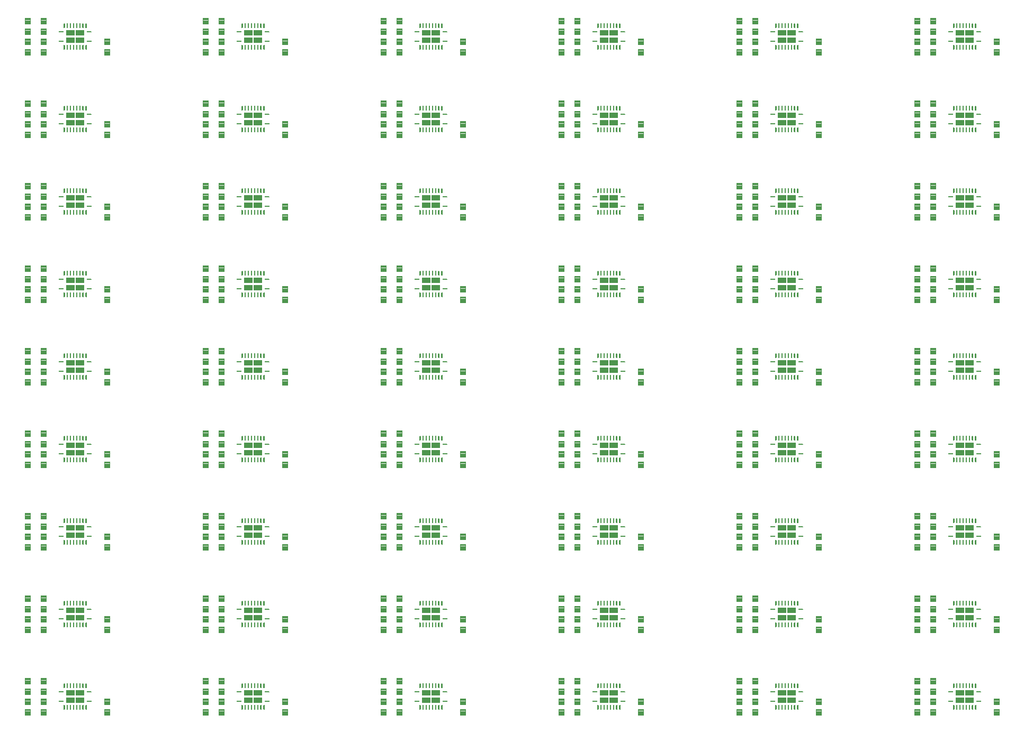
<source format=gtp>
G04 EAGLE Gerber RS-274X export*
G75*
%MOMM*%
%FSLAX34Y34*%
%LPD*%
%INSolderpaste Top*%
%IPPOS*%
%AMOC8*
5,1,8,0,0,1.08239X$1,22.5*%
G01*
%ADD10C,0.100000*%
%ADD11R,1.330000X0.920000*%

G36*
X461885Y187034D02*
X461885Y187034D01*
X461888Y187031D01*
X462197Y187080D01*
X462205Y187088D01*
X462211Y187085D01*
X462490Y187227D01*
X462495Y187237D01*
X462503Y187236D01*
X462724Y187457D01*
X462725Y187469D01*
X462733Y187470D01*
X462875Y187749D01*
X462874Y187753D01*
X462878Y187756D01*
X462875Y187760D01*
X462880Y187763D01*
X462929Y188072D01*
X462923Y188082D01*
X462929Y188088D01*
X462880Y188397D01*
X462872Y188405D01*
X462875Y188411D01*
X462733Y188690D01*
X462723Y188695D01*
X462724Y188703D01*
X462503Y188924D01*
X462491Y188925D01*
X462490Y188933D01*
X462211Y189075D01*
X462200Y189073D01*
X462197Y189080D01*
X461888Y189129D01*
X461883Y189126D01*
X461880Y189129D01*
X456380Y189129D01*
X456375Y189126D01*
X456372Y189129D01*
X456063Y189080D01*
X456055Y189072D01*
X456049Y189075D01*
X455770Y188933D01*
X455765Y188923D01*
X455757Y188924D01*
X455536Y188703D01*
X455535Y188691D01*
X455527Y188690D01*
X455385Y188411D01*
X455387Y188400D01*
X455380Y188397D01*
X455331Y188088D01*
X455336Y188079D01*
X455335Y188078D01*
X455336Y188077D01*
X455331Y188072D01*
X455380Y187763D01*
X455388Y187755D01*
X455385Y187749D01*
X455527Y187470D01*
X455537Y187465D01*
X455536Y187457D01*
X455757Y187236D01*
X455769Y187235D01*
X455770Y187227D01*
X456049Y187085D01*
X456060Y187087D01*
X456063Y187080D01*
X456372Y187031D01*
X456377Y187034D01*
X456380Y187031D01*
X461880Y187031D01*
X461885Y187034D01*
G37*
G36*
X417385Y187034D02*
X417385Y187034D01*
X417388Y187031D01*
X417697Y187080D01*
X417705Y187088D01*
X417711Y187085D01*
X417990Y187227D01*
X417995Y187237D01*
X418003Y187236D01*
X418224Y187457D01*
X418225Y187469D01*
X418233Y187470D01*
X418375Y187749D01*
X418374Y187753D01*
X418378Y187756D01*
X418375Y187760D01*
X418380Y187763D01*
X418429Y188072D01*
X418423Y188082D01*
X418429Y188088D01*
X418380Y188397D01*
X418372Y188405D01*
X418375Y188411D01*
X418233Y188690D01*
X418223Y188695D01*
X418224Y188703D01*
X418003Y188924D01*
X417991Y188925D01*
X417990Y188933D01*
X417711Y189075D01*
X417700Y189073D01*
X417697Y189080D01*
X417388Y189129D01*
X417383Y189126D01*
X417380Y189129D01*
X411880Y189129D01*
X411875Y189126D01*
X411872Y189129D01*
X411563Y189080D01*
X411555Y189072D01*
X411549Y189075D01*
X411270Y188933D01*
X411265Y188923D01*
X411257Y188924D01*
X411036Y188703D01*
X411035Y188691D01*
X411027Y188690D01*
X410885Y188411D01*
X410887Y188400D01*
X410880Y188397D01*
X410831Y188088D01*
X410836Y188079D01*
X410835Y188078D01*
X410836Y188077D01*
X410831Y188072D01*
X410880Y187763D01*
X410888Y187755D01*
X410885Y187749D01*
X411027Y187470D01*
X411037Y187465D01*
X411036Y187457D01*
X411257Y187236D01*
X411269Y187235D01*
X411270Y187227D01*
X411549Y187085D01*
X411560Y187087D01*
X411563Y187080D01*
X411872Y187031D01*
X411877Y187034D01*
X411880Y187031D01*
X417380Y187031D01*
X417385Y187034D01*
G37*
G36*
X1555305Y187034D02*
X1555305Y187034D01*
X1555308Y187031D01*
X1555617Y187080D01*
X1555625Y187088D01*
X1555631Y187085D01*
X1555910Y187227D01*
X1555915Y187237D01*
X1555923Y187236D01*
X1556144Y187457D01*
X1556145Y187469D01*
X1556153Y187470D01*
X1556295Y187749D01*
X1556294Y187753D01*
X1556298Y187756D01*
X1556295Y187760D01*
X1556300Y187763D01*
X1556349Y188072D01*
X1556343Y188082D01*
X1556349Y188088D01*
X1556300Y188397D01*
X1556292Y188405D01*
X1556295Y188411D01*
X1556153Y188690D01*
X1556143Y188695D01*
X1556144Y188703D01*
X1555923Y188924D01*
X1555911Y188925D01*
X1555910Y188933D01*
X1555631Y189075D01*
X1555620Y189073D01*
X1555617Y189080D01*
X1555308Y189129D01*
X1555303Y189126D01*
X1555300Y189129D01*
X1549800Y189129D01*
X1549795Y189126D01*
X1549792Y189129D01*
X1549483Y189080D01*
X1549475Y189072D01*
X1549469Y189075D01*
X1549190Y188933D01*
X1549185Y188923D01*
X1549177Y188924D01*
X1548956Y188703D01*
X1548955Y188691D01*
X1548947Y188690D01*
X1548805Y188411D01*
X1548807Y188400D01*
X1548800Y188397D01*
X1548751Y188088D01*
X1548756Y188079D01*
X1548755Y188078D01*
X1548756Y188077D01*
X1548751Y188072D01*
X1548800Y187763D01*
X1548808Y187755D01*
X1548805Y187749D01*
X1548947Y187470D01*
X1548957Y187465D01*
X1548956Y187457D01*
X1549177Y187236D01*
X1549189Y187235D01*
X1549190Y187227D01*
X1549469Y187085D01*
X1549480Y187087D01*
X1549483Y187080D01*
X1549792Y187031D01*
X1549797Y187034D01*
X1549800Y187031D01*
X1555300Y187031D01*
X1555305Y187034D01*
G37*
G36*
X132905Y187034D02*
X132905Y187034D01*
X132908Y187031D01*
X133217Y187080D01*
X133225Y187088D01*
X133231Y187085D01*
X133510Y187227D01*
X133515Y187237D01*
X133523Y187236D01*
X133744Y187457D01*
X133745Y187469D01*
X133753Y187470D01*
X133895Y187749D01*
X133894Y187753D01*
X133898Y187756D01*
X133895Y187760D01*
X133900Y187763D01*
X133949Y188072D01*
X133943Y188082D01*
X133949Y188088D01*
X133900Y188397D01*
X133892Y188405D01*
X133895Y188411D01*
X133753Y188690D01*
X133743Y188695D01*
X133744Y188703D01*
X133523Y188924D01*
X133511Y188925D01*
X133510Y188933D01*
X133231Y189075D01*
X133220Y189073D01*
X133217Y189080D01*
X132908Y189129D01*
X132903Y189126D01*
X132900Y189129D01*
X127400Y189129D01*
X127395Y189126D01*
X127392Y189129D01*
X127083Y189080D01*
X127075Y189072D01*
X127069Y189075D01*
X126790Y188933D01*
X126785Y188923D01*
X126777Y188924D01*
X126556Y188703D01*
X126555Y188691D01*
X126547Y188690D01*
X126405Y188411D01*
X126407Y188400D01*
X126400Y188397D01*
X126351Y188088D01*
X126356Y188079D01*
X126355Y188078D01*
X126356Y188077D01*
X126351Y188072D01*
X126400Y187763D01*
X126408Y187755D01*
X126405Y187749D01*
X126547Y187470D01*
X126557Y187465D01*
X126556Y187457D01*
X126777Y187236D01*
X126789Y187235D01*
X126790Y187227D01*
X127069Y187085D01*
X127080Y187087D01*
X127083Y187080D01*
X127392Y187031D01*
X127397Y187034D01*
X127400Y187031D01*
X132900Y187031D01*
X132905Y187034D01*
G37*
G36*
X746365Y187034D02*
X746365Y187034D01*
X746368Y187031D01*
X746677Y187080D01*
X746685Y187088D01*
X746691Y187085D01*
X746970Y187227D01*
X746975Y187237D01*
X746983Y187236D01*
X747204Y187457D01*
X747205Y187469D01*
X747213Y187470D01*
X747355Y187749D01*
X747354Y187753D01*
X747358Y187756D01*
X747355Y187760D01*
X747360Y187763D01*
X747409Y188072D01*
X747403Y188082D01*
X747409Y188088D01*
X747360Y188397D01*
X747352Y188405D01*
X747355Y188411D01*
X747213Y188690D01*
X747203Y188695D01*
X747204Y188703D01*
X746983Y188924D01*
X746971Y188925D01*
X746970Y188933D01*
X746691Y189075D01*
X746680Y189073D01*
X746677Y189080D01*
X746368Y189129D01*
X746363Y189126D01*
X746360Y189129D01*
X740860Y189129D01*
X740855Y189126D01*
X740852Y189129D01*
X740543Y189080D01*
X740535Y189072D01*
X740529Y189075D01*
X740250Y188933D01*
X740245Y188923D01*
X740237Y188924D01*
X740016Y188703D01*
X740015Y188691D01*
X740007Y188690D01*
X739865Y188411D01*
X739867Y188400D01*
X739860Y188397D01*
X739811Y188088D01*
X739816Y188079D01*
X739815Y188078D01*
X739816Y188077D01*
X739811Y188072D01*
X739860Y187763D01*
X739868Y187755D01*
X739865Y187749D01*
X740007Y187470D01*
X740017Y187465D01*
X740016Y187457D01*
X740237Y187236D01*
X740249Y187235D01*
X740250Y187227D01*
X740529Y187085D01*
X740540Y187087D01*
X740543Y187080D01*
X740852Y187031D01*
X740857Y187034D01*
X740860Y187031D01*
X746360Y187031D01*
X746365Y187034D01*
G37*
G36*
X1315325Y187034D02*
X1315325Y187034D01*
X1315328Y187031D01*
X1315637Y187080D01*
X1315645Y187088D01*
X1315651Y187085D01*
X1315930Y187227D01*
X1315935Y187237D01*
X1315943Y187236D01*
X1316164Y187457D01*
X1316165Y187469D01*
X1316173Y187470D01*
X1316315Y187749D01*
X1316314Y187753D01*
X1316318Y187756D01*
X1316315Y187760D01*
X1316320Y187763D01*
X1316369Y188072D01*
X1316363Y188082D01*
X1316369Y188088D01*
X1316320Y188397D01*
X1316312Y188405D01*
X1316315Y188411D01*
X1316173Y188690D01*
X1316163Y188695D01*
X1316164Y188703D01*
X1315943Y188924D01*
X1315931Y188925D01*
X1315930Y188933D01*
X1315651Y189075D01*
X1315640Y189073D01*
X1315637Y189080D01*
X1315328Y189129D01*
X1315323Y189126D01*
X1315320Y189129D01*
X1309820Y189129D01*
X1309815Y189126D01*
X1309812Y189129D01*
X1309503Y189080D01*
X1309495Y189072D01*
X1309489Y189075D01*
X1309210Y188933D01*
X1309205Y188923D01*
X1309197Y188924D01*
X1308976Y188703D01*
X1308975Y188691D01*
X1308967Y188690D01*
X1308825Y188411D01*
X1308827Y188400D01*
X1308820Y188397D01*
X1308771Y188088D01*
X1308776Y188079D01*
X1308775Y188078D01*
X1308776Y188077D01*
X1308771Y188072D01*
X1308820Y187763D01*
X1308828Y187755D01*
X1308825Y187749D01*
X1308967Y187470D01*
X1308977Y187465D01*
X1308976Y187457D01*
X1309197Y187236D01*
X1309209Y187235D01*
X1309210Y187227D01*
X1309489Y187085D01*
X1309500Y187087D01*
X1309503Y187080D01*
X1309812Y187031D01*
X1309817Y187034D01*
X1309820Y187031D01*
X1315320Y187031D01*
X1315325Y187034D01*
G37*
G36*
X1270825Y187034D02*
X1270825Y187034D01*
X1270828Y187031D01*
X1271137Y187080D01*
X1271145Y187088D01*
X1271151Y187085D01*
X1271430Y187227D01*
X1271435Y187237D01*
X1271443Y187236D01*
X1271664Y187457D01*
X1271665Y187469D01*
X1271673Y187470D01*
X1271815Y187749D01*
X1271814Y187753D01*
X1271818Y187756D01*
X1271815Y187760D01*
X1271820Y187763D01*
X1271869Y188072D01*
X1271863Y188082D01*
X1271869Y188088D01*
X1271820Y188397D01*
X1271812Y188405D01*
X1271815Y188411D01*
X1271673Y188690D01*
X1271663Y188695D01*
X1271664Y188703D01*
X1271443Y188924D01*
X1271431Y188925D01*
X1271430Y188933D01*
X1271151Y189075D01*
X1271140Y189073D01*
X1271137Y189080D01*
X1270828Y189129D01*
X1270823Y189126D01*
X1270820Y189129D01*
X1265320Y189129D01*
X1265315Y189126D01*
X1265312Y189129D01*
X1265003Y189080D01*
X1264995Y189072D01*
X1264989Y189075D01*
X1264710Y188933D01*
X1264705Y188923D01*
X1264697Y188924D01*
X1264476Y188703D01*
X1264475Y188691D01*
X1264467Y188690D01*
X1264325Y188411D01*
X1264327Y188400D01*
X1264320Y188397D01*
X1264271Y188088D01*
X1264276Y188079D01*
X1264275Y188078D01*
X1264276Y188077D01*
X1264271Y188072D01*
X1264320Y187763D01*
X1264328Y187755D01*
X1264325Y187749D01*
X1264467Y187470D01*
X1264477Y187465D01*
X1264476Y187457D01*
X1264697Y187236D01*
X1264709Y187235D01*
X1264710Y187227D01*
X1264989Y187085D01*
X1265000Y187087D01*
X1265003Y187080D01*
X1265312Y187031D01*
X1265317Y187034D01*
X1265320Y187031D01*
X1270820Y187031D01*
X1270825Y187034D01*
G37*
G36*
X701865Y187034D02*
X701865Y187034D01*
X701868Y187031D01*
X702177Y187080D01*
X702185Y187088D01*
X702191Y187085D01*
X702470Y187227D01*
X702475Y187237D01*
X702483Y187236D01*
X702704Y187457D01*
X702705Y187469D01*
X702713Y187470D01*
X702855Y187749D01*
X702854Y187753D01*
X702858Y187756D01*
X702855Y187760D01*
X702860Y187763D01*
X702909Y188072D01*
X702903Y188082D01*
X702909Y188088D01*
X702860Y188397D01*
X702852Y188405D01*
X702855Y188411D01*
X702713Y188690D01*
X702703Y188695D01*
X702704Y188703D01*
X702483Y188924D01*
X702471Y188925D01*
X702470Y188933D01*
X702191Y189075D01*
X702180Y189073D01*
X702177Y189080D01*
X701868Y189129D01*
X701863Y189126D01*
X701860Y189129D01*
X696360Y189129D01*
X696355Y189126D01*
X696352Y189129D01*
X696043Y189080D01*
X696035Y189072D01*
X696029Y189075D01*
X695750Y188933D01*
X695745Y188923D01*
X695737Y188924D01*
X695516Y188703D01*
X695515Y188691D01*
X695507Y188690D01*
X695365Y188411D01*
X695367Y188400D01*
X695360Y188397D01*
X695311Y188088D01*
X695316Y188079D01*
X695315Y188078D01*
X695316Y188077D01*
X695311Y188072D01*
X695360Y187763D01*
X695368Y187755D01*
X695365Y187749D01*
X695507Y187470D01*
X695517Y187465D01*
X695516Y187457D01*
X695737Y187236D01*
X695749Y187235D01*
X695750Y187227D01*
X696029Y187085D01*
X696040Y187087D01*
X696043Y187080D01*
X696352Y187031D01*
X696357Y187034D01*
X696360Y187031D01*
X701860Y187031D01*
X701865Y187034D01*
G37*
G36*
X1030845Y187034D02*
X1030845Y187034D01*
X1030848Y187031D01*
X1031157Y187080D01*
X1031165Y187088D01*
X1031171Y187085D01*
X1031450Y187227D01*
X1031455Y187237D01*
X1031463Y187236D01*
X1031684Y187457D01*
X1031685Y187469D01*
X1031693Y187470D01*
X1031835Y187749D01*
X1031834Y187753D01*
X1031838Y187756D01*
X1031835Y187760D01*
X1031840Y187763D01*
X1031889Y188072D01*
X1031883Y188082D01*
X1031889Y188088D01*
X1031840Y188397D01*
X1031832Y188405D01*
X1031835Y188411D01*
X1031693Y188690D01*
X1031683Y188695D01*
X1031684Y188703D01*
X1031463Y188924D01*
X1031451Y188925D01*
X1031450Y188933D01*
X1031171Y189075D01*
X1031160Y189073D01*
X1031157Y189080D01*
X1030848Y189129D01*
X1030843Y189126D01*
X1030840Y189129D01*
X1025340Y189129D01*
X1025335Y189126D01*
X1025332Y189129D01*
X1025023Y189080D01*
X1025015Y189072D01*
X1025009Y189075D01*
X1024730Y188933D01*
X1024725Y188923D01*
X1024717Y188924D01*
X1024496Y188703D01*
X1024495Y188691D01*
X1024487Y188690D01*
X1024345Y188411D01*
X1024347Y188400D01*
X1024340Y188397D01*
X1024291Y188088D01*
X1024296Y188079D01*
X1024295Y188078D01*
X1024296Y188077D01*
X1024291Y188072D01*
X1024340Y187763D01*
X1024348Y187755D01*
X1024345Y187749D01*
X1024487Y187470D01*
X1024497Y187465D01*
X1024496Y187457D01*
X1024717Y187236D01*
X1024729Y187235D01*
X1024730Y187227D01*
X1025009Y187085D01*
X1025020Y187087D01*
X1025023Y187080D01*
X1025332Y187031D01*
X1025337Y187034D01*
X1025340Y187031D01*
X1030840Y187031D01*
X1030845Y187034D01*
G37*
G36*
X177405Y187034D02*
X177405Y187034D01*
X177408Y187031D01*
X177717Y187080D01*
X177725Y187088D01*
X177731Y187085D01*
X178010Y187227D01*
X178015Y187237D01*
X178023Y187236D01*
X178244Y187457D01*
X178245Y187469D01*
X178253Y187470D01*
X178395Y187749D01*
X178394Y187753D01*
X178398Y187756D01*
X178395Y187760D01*
X178400Y187763D01*
X178449Y188072D01*
X178443Y188082D01*
X178449Y188088D01*
X178400Y188397D01*
X178392Y188405D01*
X178395Y188411D01*
X178253Y188690D01*
X178243Y188695D01*
X178244Y188703D01*
X178023Y188924D01*
X178011Y188925D01*
X178010Y188933D01*
X177731Y189075D01*
X177720Y189073D01*
X177717Y189080D01*
X177408Y189129D01*
X177403Y189126D01*
X177400Y189129D01*
X171900Y189129D01*
X171895Y189126D01*
X171892Y189129D01*
X171583Y189080D01*
X171575Y189072D01*
X171569Y189075D01*
X171290Y188933D01*
X171285Y188923D01*
X171277Y188924D01*
X171056Y188703D01*
X171055Y188691D01*
X171047Y188690D01*
X170905Y188411D01*
X170907Y188400D01*
X170900Y188397D01*
X170851Y188088D01*
X170856Y188079D01*
X170855Y188078D01*
X170856Y188077D01*
X170851Y188072D01*
X170900Y187763D01*
X170908Y187755D01*
X170905Y187749D01*
X171047Y187470D01*
X171057Y187465D01*
X171056Y187457D01*
X171277Y187236D01*
X171289Y187235D01*
X171290Y187227D01*
X171569Y187085D01*
X171580Y187087D01*
X171583Y187080D01*
X171892Y187031D01*
X171897Y187034D01*
X171900Y187031D01*
X177400Y187031D01*
X177405Y187034D01*
G37*
G36*
X986345Y187034D02*
X986345Y187034D01*
X986348Y187031D01*
X986657Y187080D01*
X986665Y187088D01*
X986671Y187085D01*
X986950Y187227D01*
X986955Y187237D01*
X986963Y187236D01*
X987184Y187457D01*
X987185Y187469D01*
X987193Y187470D01*
X987335Y187749D01*
X987334Y187753D01*
X987338Y187756D01*
X987335Y187760D01*
X987340Y187763D01*
X987389Y188072D01*
X987383Y188082D01*
X987389Y188088D01*
X987340Y188397D01*
X987332Y188405D01*
X987335Y188411D01*
X987193Y188690D01*
X987183Y188695D01*
X987184Y188703D01*
X986963Y188924D01*
X986951Y188925D01*
X986950Y188933D01*
X986671Y189075D01*
X986660Y189073D01*
X986657Y189080D01*
X986348Y189129D01*
X986343Y189126D01*
X986340Y189129D01*
X980840Y189129D01*
X980835Y189126D01*
X980832Y189129D01*
X980523Y189080D01*
X980515Y189072D01*
X980509Y189075D01*
X980230Y188933D01*
X980225Y188923D01*
X980217Y188924D01*
X979996Y188703D01*
X979995Y188691D01*
X979987Y188690D01*
X979845Y188411D01*
X979847Y188400D01*
X979840Y188397D01*
X979791Y188088D01*
X979796Y188079D01*
X979795Y188078D01*
X979796Y188077D01*
X979791Y188072D01*
X979840Y187763D01*
X979848Y187755D01*
X979845Y187749D01*
X979987Y187470D01*
X979997Y187465D01*
X979996Y187457D01*
X980217Y187236D01*
X980229Y187235D01*
X980230Y187227D01*
X980509Y187085D01*
X980520Y187087D01*
X980523Y187080D01*
X980832Y187031D01*
X980837Y187034D01*
X980840Y187031D01*
X986340Y187031D01*
X986345Y187034D01*
G37*
G36*
X1599805Y187034D02*
X1599805Y187034D01*
X1599808Y187031D01*
X1600117Y187080D01*
X1600125Y187088D01*
X1600131Y187085D01*
X1600410Y187227D01*
X1600415Y187237D01*
X1600423Y187236D01*
X1600644Y187457D01*
X1600645Y187469D01*
X1600653Y187470D01*
X1600795Y187749D01*
X1600794Y187753D01*
X1600798Y187756D01*
X1600795Y187760D01*
X1600800Y187763D01*
X1600849Y188072D01*
X1600843Y188082D01*
X1600849Y188088D01*
X1600800Y188397D01*
X1600792Y188405D01*
X1600795Y188411D01*
X1600653Y188690D01*
X1600643Y188695D01*
X1600644Y188703D01*
X1600423Y188924D01*
X1600411Y188925D01*
X1600410Y188933D01*
X1600131Y189075D01*
X1600120Y189073D01*
X1600117Y189080D01*
X1599808Y189129D01*
X1599803Y189126D01*
X1599800Y189129D01*
X1594300Y189129D01*
X1594295Y189126D01*
X1594292Y189129D01*
X1593983Y189080D01*
X1593975Y189072D01*
X1593969Y189075D01*
X1593690Y188933D01*
X1593685Y188923D01*
X1593677Y188924D01*
X1593456Y188703D01*
X1593455Y188691D01*
X1593447Y188690D01*
X1593305Y188411D01*
X1593307Y188400D01*
X1593300Y188397D01*
X1593251Y188088D01*
X1593256Y188079D01*
X1593255Y188078D01*
X1593256Y188077D01*
X1593251Y188072D01*
X1593300Y187763D01*
X1593308Y187755D01*
X1593305Y187749D01*
X1593447Y187470D01*
X1593457Y187465D01*
X1593456Y187457D01*
X1593677Y187236D01*
X1593689Y187235D01*
X1593690Y187227D01*
X1593969Y187085D01*
X1593980Y187087D01*
X1593983Y187080D01*
X1594292Y187031D01*
X1594297Y187034D01*
X1594300Y187031D01*
X1599800Y187031D01*
X1599805Y187034D01*
G37*
G36*
X1315325Y202034D02*
X1315325Y202034D01*
X1315328Y202031D01*
X1315637Y202080D01*
X1315645Y202088D01*
X1315651Y202085D01*
X1315930Y202227D01*
X1315935Y202237D01*
X1315943Y202236D01*
X1316164Y202457D01*
X1316165Y202469D01*
X1316173Y202470D01*
X1316315Y202749D01*
X1316314Y202753D01*
X1316318Y202756D01*
X1316315Y202760D01*
X1316320Y202763D01*
X1316369Y203072D01*
X1316363Y203082D01*
X1316369Y203088D01*
X1316320Y203397D01*
X1316312Y203405D01*
X1316315Y203411D01*
X1316173Y203690D01*
X1316163Y203695D01*
X1316164Y203703D01*
X1315943Y203924D01*
X1315931Y203925D01*
X1315930Y203933D01*
X1315651Y204075D01*
X1315640Y204073D01*
X1315637Y204080D01*
X1315328Y204129D01*
X1315323Y204126D01*
X1315320Y204129D01*
X1309820Y204129D01*
X1309815Y204126D01*
X1309812Y204129D01*
X1309503Y204080D01*
X1309495Y204072D01*
X1309489Y204075D01*
X1309210Y203933D01*
X1309205Y203923D01*
X1309197Y203924D01*
X1308976Y203703D01*
X1308975Y203691D01*
X1308967Y203690D01*
X1308825Y203411D01*
X1308827Y203400D01*
X1308820Y203397D01*
X1308771Y203088D01*
X1308776Y203079D01*
X1308775Y203078D01*
X1308776Y203077D01*
X1308771Y203072D01*
X1308820Y202763D01*
X1308828Y202755D01*
X1308825Y202749D01*
X1308967Y202470D01*
X1308977Y202465D01*
X1308976Y202457D01*
X1309197Y202236D01*
X1309209Y202235D01*
X1309210Y202227D01*
X1309489Y202085D01*
X1309500Y202087D01*
X1309503Y202080D01*
X1309812Y202031D01*
X1309817Y202034D01*
X1309820Y202031D01*
X1315320Y202031D01*
X1315325Y202034D01*
G37*
G36*
X1030845Y202034D02*
X1030845Y202034D01*
X1030848Y202031D01*
X1031157Y202080D01*
X1031165Y202088D01*
X1031171Y202085D01*
X1031450Y202227D01*
X1031455Y202237D01*
X1031463Y202236D01*
X1031684Y202457D01*
X1031685Y202469D01*
X1031693Y202470D01*
X1031835Y202749D01*
X1031834Y202753D01*
X1031838Y202756D01*
X1031835Y202760D01*
X1031840Y202763D01*
X1031889Y203072D01*
X1031883Y203082D01*
X1031889Y203088D01*
X1031840Y203397D01*
X1031832Y203405D01*
X1031835Y203411D01*
X1031693Y203690D01*
X1031683Y203695D01*
X1031684Y203703D01*
X1031463Y203924D01*
X1031451Y203925D01*
X1031450Y203933D01*
X1031171Y204075D01*
X1031160Y204073D01*
X1031157Y204080D01*
X1030848Y204129D01*
X1030843Y204126D01*
X1030840Y204129D01*
X1025340Y204129D01*
X1025335Y204126D01*
X1025332Y204129D01*
X1025023Y204080D01*
X1025015Y204072D01*
X1025009Y204075D01*
X1024730Y203933D01*
X1024725Y203923D01*
X1024717Y203924D01*
X1024496Y203703D01*
X1024495Y203691D01*
X1024487Y203690D01*
X1024345Y203411D01*
X1024347Y203400D01*
X1024340Y203397D01*
X1024291Y203088D01*
X1024296Y203079D01*
X1024295Y203078D01*
X1024296Y203077D01*
X1024291Y203072D01*
X1024340Y202763D01*
X1024348Y202755D01*
X1024345Y202749D01*
X1024487Y202470D01*
X1024497Y202465D01*
X1024496Y202457D01*
X1024717Y202236D01*
X1024729Y202235D01*
X1024730Y202227D01*
X1025009Y202085D01*
X1025020Y202087D01*
X1025023Y202080D01*
X1025332Y202031D01*
X1025337Y202034D01*
X1025340Y202031D01*
X1030840Y202031D01*
X1030845Y202034D01*
G37*
G36*
X461885Y202034D02*
X461885Y202034D01*
X461888Y202031D01*
X462197Y202080D01*
X462205Y202088D01*
X462211Y202085D01*
X462490Y202227D01*
X462495Y202237D01*
X462503Y202236D01*
X462724Y202457D01*
X462725Y202469D01*
X462733Y202470D01*
X462875Y202749D01*
X462874Y202753D01*
X462878Y202756D01*
X462875Y202760D01*
X462880Y202763D01*
X462929Y203072D01*
X462923Y203082D01*
X462929Y203088D01*
X462880Y203397D01*
X462872Y203405D01*
X462875Y203411D01*
X462733Y203690D01*
X462723Y203695D01*
X462724Y203703D01*
X462503Y203924D01*
X462491Y203925D01*
X462490Y203933D01*
X462211Y204075D01*
X462200Y204073D01*
X462197Y204080D01*
X461888Y204129D01*
X461883Y204126D01*
X461880Y204129D01*
X456380Y204129D01*
X456375Y204126D01*
X456372Y204129D01*
X456063Y204080D01*
X456055Y204072D01*
X456049Y204075D01*
X455770Y203933D01*
X455765Y203923D01*
X455757Y203924D01*
X455536Y203703D01*
X455535Y203691D01*
X455527Y203690D01*
X455385Y203411D01*
X455387Y203400D01*
X455380Y203397D01*
X455331Y203088D01*
X455336Y203079D01*
X455335Y203078D01*
X455336Y203077D01*
X455331Y203072D01*
X455380Y202763D01*
X455388Y202755D01*
X455385Y202749D01*
X455527Y202470D01*
X455537Y202465D01*
X455536Y202457D01*
X455757Y202236D01*
X455769Y202235D01*
X455770Y202227D01*
X456049Y202085D01*
X456060Y202087D01*
X456063Y202080D01*
X456372Y202031D01*
X456377Y202034D01*
X456380Y202031D01*
X461880Y202031D01*
X461885Y202034D01*
G37*
G36*
X1599805Y202034D02*
X1599805Y202034D01*
X1599808Y202031D01*
X1600117Y202080D01*
X1600125Y202088D01*
X1600131Y202085D01*
X1600410Y202227D01*
X1600415Y202237D01*
X1600423Y202236D01*
X1600644Y202457D01*
X1600645Y202469D01*
X1600653Y202470D01*
X1600795Y202749D01*
X1600794Y202753D01*
X1600798Y202756D01*
X1600795Y202760D01*
X1600800Y202763D01*
X1600849Y203072D01*
X1600843Y203082D01*
X1600849Y203088D01*
X1600800Y203397D01*
X1600792Y203405D01*
X1600795Y203411D01*
X1600653Y203690D01*
X1600643Y203695D01*
X1600644Y203703D01*
X1600423Y203924D01*
X1600411Y203925D01*
X1600410Y203933D01*
X1600131Y204075D01*
X1600120Y204073D01*
X1600117Y204080D01*
X1599808Y204129D01*
X1599803Y204126D01*
X1599800Y204129D01*
X1594300Y204129D01*
X1594295Y204126D01*
X1594292Y204129D01*
X1593983Y204080D01*
X1593975Y204072D01*
X1593969Y204075D01*
X1593690Y203933D01*
X1593685Y203923D01*
X1593677Y203924D01*
X1593456Y203703D01*
X1593455Y203691D01*
X1593447Y203690D01*
X1593305Y203411D01*
X1593307Y203400D01*
X1593300Y203397D01*
X1593251Y203088D01*
X1593256Y203079D01*
X1593255Y203078D01*
X1593256Y203077D01*
X1593251Y203072D01*
X1593300Y202763D01*
X1593308Y202755D01*
X1593305Y202749D01*
X1593447Y202470D01*
X1593457Y202465D01*
X1593456Y202457D01*
X1593677Y202236D01*
X1593689Y202235D01*
X1593690Y202227D01*
X1593969Y202085D01*
X1593980Y202087D01*
X1593983Y202080D01*
X1594292Y202031D01*
X1594297Y202034D01*
X1594300Y202031D01*
X1599800Y202031D01*
X1599805Y202034D01*
G37*
G36*
X1555305Y202034D02*
X1555305Y202034D01*
X1555308Y202031D01*
X1555617Y202080D01*
X1555625Y202088D01*
X1555631Y202085D01*
X1555910Y202227D01*
X1555915Y202237D01*
X1555923Y202236D01*
X1556144Y202457D01*
X1556145Y202469D01*
X1556153Y202470D01*
X1556295Y202749D01*
X1556294Y202753D01*
X1556298Y202756D01*
X1556295Y202760D01*
X1556300Y202763D01*
X1556349Y203072D01*
X1556343Y203082D01*
X1556349Y203088D01*
X1556300Y203397D01*
X1556292Y203405D01*
X1556295Y203411D01*
X1556153Y203690D01*
X1556143Y203695D01*
X1556144Y203703D01*
X1555923Y203924D01*
X1555911Y203925D01*
X1555910Y203933D01*
X1555631Y204075D01*
X1555620Y204073D01*
X1555617Y204080D01*
X1555308Y204129D01*
X1555303Y204126D01*
X1555300Y204129D01*
X1549800Y204129D01*
X1549795Y204126D01*
X1549792Y204129D01*
X1549483Y204080D01*
X1549475Y204072D01*
X1549469Y204075D01*
X1549190Y203933D01*
X1549185Y203923D01*
X1549177Y203924D01*
X1548956Y203703D01*
X1548955Y203691D01*
X1548947Y203690D01*
X1548805Y203411D01*
X1548807Y203400D01*
X1548800Y203397D01*
X1548751Y203088D01*
X1548756Y203079D01*
X1548755Y203078D01*
X1548756Y203077D01*
X1548751Y203072D01*
X1548800Y202763D01*
X1548808Y202755D01*
X1548805Y202749D01*
X1548947Y202470D01*
X1548957Y202465D01*
X1548956Y202457D01*
X1549177Y202236D01*
X1549189Y202235D01*
X1549190Y202227D01*
X1549469Y202085D01*
X1549480Y202087D01*
X1549483Y202080D01*
X1549792Y202031D01*
X1549797Y202034D01*
X1549800Y202031D01*
X1555300Y202031D01*
X1555305Y202034D01*
G37*
G36*
X1270825Y202034D02*
X1270825Y202034D01*
X1270828Y202031D01*
X1271137Y202080D01*
X1271145Y202088D01*
X1271151Y202085D01*
X1271430Y202227D01*
X1271435Y202237D01*
X1271443Y202236D01*
X1271664Y202457D01*
X1271665Y202469D01*
X1271673Y202470D01*
X1271815Y202749D01*
X1271814Y202753D01*
X1271818Y202756D01*
X1271815Y202760D01*
X1271820Y202763D01*
X1271869Y203072D01*
X1271863Y203082D01*
X1271869Y203088D01*
X1271820Y203397D01*
X1271812Y203405D01*
X1271815Y203411D01*
X1271673Y203690D01*
X1271663Y203695D01*
X1271664Y203703D01*
X1271443Y203924D01*
X1271431Y203925D01*
X1271430Y203933D01*
X1271151Y204075D01*
X1271140Y204073D01*
X1271137Y204080D01*
X1270828Y204129D01*
X1270823Y204126D01*
X1270820Y204129D01*
X1265320Y204129D01*
X1265315Y204126D01*
X1265312Y204129D01*
X1265003Y204080D01*
X1264995Y204072D01*
X1264989Y204075D01*
X1264710Y203933D01*
X1264705Y203923D01*
X1264697Y203924D01*
X1264476Y203703D01*
X1264475Y203691D01*
X1264467Y203690D01*
X1264325Y203411D01*
X1264327Y203400D01*
X1264320Y203397D01*
X1264271Y203088D01*
X1264276Y203079D01*
X1264275Y203078D01*
X1264276Y203077D01*
X1264271Y203072D01*
X1264320Y202763D01*
X1264328Y202755D01*
X1264325Y202749D01*
X1264467Y202470D01*
X1264477Y202465D01*
X1264476Y202457D01*
X1264697Y202236D01*
X1264709Y202235D01*
X1264710Y202227D01*
X1264989Y202085D01*
X1265000Y202087D01*
X1265003Y202080D01*
X1265312Y202031D01*
X1265317Y202034D01*
X1265320Y202031D01*
X1270820Y202031D01*
X1270825Y202034D01*
G37*
G36*
X746365Y202034D02*
X746365Y202034D01*
X746368Y202031D01*
X746677Y202080D01*
X746685Y202088D01*
X746691Y202085D01*
X746970Y202227D01*
X746975Y202237D01*
X746983Y202236D01*
X747204Y202457D01*
X747205Y202469D01*
X747213Y202470D01*
X747355Y202749D01*
X747354Y202753D01*
X747358Y202756D01*
X747355Y202760D01*
X747360Y202763D01*
X747409Y203072D01*
X747403Y203082D01*
X747409Y203088D01*
X747360Y203397D01*
X747352Y203405D01*
X747355Y203411D01*
X747213Y203690D01*
X747203Y203695D01*
X747204Y203703D01*
X746983Y203924D01*
X746971Y203925D01*
X746970Y203933D01*
X746691Y204075D01*
X746680Y204073D01*
X746677Y204080D01*
X746368Y204129D01*
X746363Y204126D01*
X746360Y204129D01*
X740860Y204129D01*
X740855Y204126D01*
X740852Y204129D01*
X740543Y204080D01*
X740535Y204072D01*
X740529Y204075D01*
X740250Y203933D01*
X740245Y203923D01*
X740237Y203924D01*
X740016Y203703D01*
X740015Y203691D01*
X740007Y203690D01*
X739865Y203411D01*
X739867Y203400D01*
X739860Y203397D01*
X739811Y203088D01*
X739816Y203079D01*
X739815Y203078D01*
X739816Y203077D01*
X739811Y203072D01*
X739860Y202763D01*
X739868Y202755D01*
X739865Y202749D01*
X740007Y202470D01*
X740017Y202465D01*
X740016Y202457D01*
X740237Y202236D01*
X740249Y202235D01*
X740250Y202227D01*
X740529Y202085D01*
X740540Y202087D01*
X740543Y202080D01*
X740852Y202031D01*
X740857Y202034D01*
X740860Y202031D01*
X746360Y202031D01*
X746365Y202034D01*
G37*
G36*
X701865Y202034D02*
X701865Y202034D01*
X701868Y202031D01*
X702177Y202080D01*
X702185Y202088D01*
X702191Y202085D01*
X702470Y202227D01*
X702475Y202237D01*
X702483Y202236D01*
X702704Y202457D01*
X702705Y202469D01*
X702713Y202470D01*
X702855Y202749D01*
X702854Y202753D01*
X702858Y202756D01*
X702855Y202760D01*
X702860Y202763D01*
X702909Y203072D01*
X702903Y203082D01*
X702909Y203088D01*
X702860Y203397D01*
X702852Y203405D01*
X702855Y203411D01*
X702713Y203690D01*
X702703Y203695D01*
X702704Y203703D01*
X702483Y203924D01*
X702471Y203925D01*
X702470Y203933D01*
X702191Y204075D01*
X702180Y204073D01*
X702177Y204080D01*
X701868Y204129D01*
X701863Y204126D01*
X701860Y204129D01*
X696360Y204129D01*
X696355Y204126D01*
X696352Y204129D01*
X696043Y204080D01*
X696035Y204072D01*
X696029Y204075D01*
X695750Y203933D01*
X695745Y203923D01*
X695737Y203924D01*
X695516Y203703D01*
X695515Y203691D01*
X695507Y203690D01*
X695365Y203411D01*
X695367Y203400D01*
X695360Y203397D01*
X695311Y203088D01*
X695316Y203079D01*
X695315Y203078D01*
X695316Y203077D01*
X695311Y203072D01*
X695360Y202763D01*
X695368Y202755D01*
X695365Y202749D01*
X695507Y202470D01*
X695517Y202465D01*
X695516Y202457D01*
X695737Y202236D01*
X695749Y202235D01*
X695750Y202227D01*
X696029Y202085D01*
X696040Y202087D01*
X696043Y202080D01*
X696352Y202031D01*
X696357Y202034D01*
X696360Y202031D01*
X701860Y202031D01*
X701865Y202034D01*
G37*
G36*
X132905Y202034D02*
X132905Y202034D01*
X132908Y202031D01*
X133217Y202080D01*
X133225Y202088D01*
X133231Y202085D01*
X133510Y202227D01*
X133515Y202237D01*
X133523Y202236D01*
X133744Y202457D01*
X133745Y202469D01*
X133753Y202470D01*
X133895Y202749D01*
X133894Y202753D01*
X133898Y202756D01*
X133895Y202760D01*
X133900Y202763D01*
X133949Y203072D01*
X133943Y203082D01*
X133949Y203088D01*
X133900Y203397D01*
X133892Y203405D01*
X133895Y203411D01*
X133753Y203690D01*
X133743Y203695D01*
X133744Y203703D01*
X133523Y203924D01*
X133511Y203925D01*
X133510Y203933D01*
X133231Y204075D01*
X133220Y204073D01*
X133217Y204080D01*
X132908Y204129D01*
X132903Y204126D01*
X132900Y204129D01*
X127400Y204129D01*
X127395Y204126D01*
X127392Y204129D01*
X127083Y204080D01*
X127075Y204072D01*
X127069Y204075D01*
X126790Y203933D01*
X126785Y203923D01*
X126777Y203924D01*
X126556Y203703D01*
X126555Y203691D01*
X126547Y203690D01*
X126405Y203411D01*
X126407Y203400D01*
X126400Y203397D01*
X126351Y203088D01*
X126356Y203079D01*
X126355Y203078D01*
X126356Y203077D01*
X126351Y203072D01*
X126400Y202763D01*
X126408Y202755D01*
X126405Y202749D01*
X126547Y202470D01*
X126557Y202465D01*
X126556Y202457D01*
X126777Y202236D01*
X126789Y202235D01*
X126790Y202227D01*
X127069Y202085D01*
X127080Y202087D01*
X127083Y202080D01*
X127392Y202031D01*
X127397Y202034D01*
X127400Y202031D01*
X132900Y202031D01*
X132905Y202034D01*
G37*
G36*
X986345Y202034D02*
X986345Y202034D01*
X986348Y202031D01*
X986657Y202080D01*
X986665Y202088D01*
X986671Y202085D01*
X986950Y202227D01*
X986955Y202237D01*
X986963Y202236D01*
X987184Y202457D01*
X987185Y202469D01*
X987193Y202470D01*
X987335Y202749D01*
X987334Y202753D01*
X987338Y202756D01*
X987335Y202760D01*
X987340Y202763D01*
X987389Y203072D01*
X987383Y203082D01*
X987389Y203088D01*
X987340Y203397D01*
X987332Y203405D01*
X987335Y203411D01*
X987193Y203690D01*
X987183Y203695D01*
X987184Y203703D01*
X986963Y203924D01*
X986951Y203925D01*
X986950Y203933D01*
X986671Y204075D01*
X986660Y204073D01*
X986657Y204080D01*
X986348Y204129D01*
X986343Y204126D01*
X986340Y204129D01*
X980840Y204129D01*
X980835Y204126D01*
X980832Y204129D01*
X980523Y204080D01*
X980515Y204072D01*
X980509Y204075D01*
X980230Y203933D01*
X980225Y203923D01*
X980217Y203924D01*
X979996Y203703D01*
X979995Y203691D01*
X979987Y203690D01*
X979845Y203411D01*
X979847Y203400D01*
X979840Y203397D01*
X979791Y203088D01*
X979796Y203079D01*
X979795Y203078D01*
X979796Y203077D01*
X979791Y203072D01*
X979840Y202763D01*
X979848Y202755D01*
X979845Y202749D01*
X979987Y202470D01*
X979997Y202465D01*
X979996Y202457D01*
X980217Y202236D01*
X980229Y202235D01*
X980230Y202227D01*
X980509Y202085D01*
X980520Y202087D01*
X980523Y202080D01*
X980832Y202031D01*
X980837Y202034D01*
X980840Y202031D01*
X986340Y202031D01*
X986345Y202034D01*
G37*
G36*
X417385Y202034D02*
X417385Y202034D01*
X417388Y202031D01*
X417697Y202080D01*
X417705Y202088D01*
X417711Y202085D01*
X417990Y202227D01*
X417995Y202237D01*
X418003Y202236D01*
X418224Y202457D01*
X418225Y202469D01*
X418233Y202470D01*
X418375Y202749D01*
X418374Y202753D01*
X418378Y202756D01*
X418375Y202760D01*
X418380Y202763D01*
X418429Y203072D01*
X418423Y203082D01*
X418429Y203088D01*
X418380Y203397D01*
X418372Y203405D01*
X418375Y203411D01*
X418233Y203690D01*
X418223Y203695D01*
X418224Y203703D01*
X418003Y203924D01*
X417991Y203925D01*
X417990Y203933D01*
X417711Y204075D01*
X417700Y204073D01*
X417697Y204080D01*
X417388Y204129D01*
X417383Y204126D01*
X417380Y204129D01*
X411880Y204129D01*
X411875Y204126D01*
X411872Y204129D01*
X411563Y204080D01*
X411555Y204072D01*
X411549Y204075D01*
X411270Y203933D01*
X411265Y203923D01*
X411257Y203924D01*
X411036Y203703D01*
X411035Y203691D01*
X411027Y203690D01*
X410885Y203411D01*
X410887Y203400D01*
X410880Y203397D01*
X410831Y203088D01*
X410836Y203079D01*
X410835Y203078D01*
X410836Y203077D01*
X410831Y203072D01*
X410880Y202763D01*
X410888Y202755D01*
X410885Y202749D01*
X411027Y202470D01*
X411037Y202465D01*
X411036Y202457D01*
X411257Y202236D01*
X411269Y202235D01*
X411270Y202227D01*
X411549Y202085D01*
X411560Y202087D01*
X411563Y202080D01*
X411872Y202031D01*
X411877Y202034D01*
X411880Y202031D01*
X417380Y202031D01*
X417385Y202034D01*
G37*
G36*
X177405Y202034D02*
X177405Y202034D01*
X177408Y202031D01*
X177717Y202080D01*
X177725Y202088D01*
X177731Y202085D01*
X178010Y202227D01*
X178015Y202237D01*
X178023Y202236D01*
X178244Y202457D01*
X178245Y202469D01*
X178253Y202470D01*
X178395Y202749D01*
X178394Y202753D01*
X178398Y202756D01*
X178395Y202760D01*
X178400Y202763D01*
X178449Y203072D01*
X178443Y203082D01*
X178449Y203088D01*
X178400Y203397D01*
X178392Y203405D01*
X178395Y203411D01*
X178253Y203690D01*
X178243Y203695D01*
X178244Y203703D01*
X178023Y203924D01*
X178011Y203925D01*
X178010Y203933D01*
X177731Y204075D01*
X177720Y204073D01*
X177717Y204080D01*
X177408Y204129D01*
X177403Y204126D01*
X177400Y204129D01*
X171900Y204129D01*
X171895Y204126D01*
X171892Y204129D01*
X171583Y204080D01*
X171575Y204072D01*
X171569Y204075D01*
X171290Y203933D01*
X171285Y203923D01*
X171277Y203924D01*
X171056Y203703D01*
X171055Y203691D01*
X171047Y203690D01*
X170905Y203411D01*
X170907Y203400D01*
X170900Y203397D01*
X170851Y203088D01*
X170856Y203079D01*
X170855Y203078D01*
X170856Y203077D01*
X170851Y203072D01*
X170900Y202763D01*
X170908Y202755D01*
X170905Y202749D01*
X171047Y202470D01*
X171057Y202465D01*
X171056Y202457D01*
X171277Y202236D01*
X171289Y202235D01*
X171290Y202227D01*
X171569Y202085D01*
X171580Y202087D01*
X171583Y202080D01*
X171892Y202031D01*
X171897Y202034D01*
X171900Y202031D01*
X177400Y202031D01*
X177405Y202034D01*
G37*
G36*
X417385Y319114D02*
X417385Y319114D01*
X417388Y319111D01*
X417697Y319160D01*
X417705Y319168D01*
X417711Y319165D01*
X417990Y319307D01*
X417995Y319317D01*
X418003Y319316D01*
X418224Y319537D01*
X418225Y319549D01*
X418233Y319550D01*
X418375Y319829D01*
X418374Y319833D01*
X418378Y319836D01*
X418375Y319840D01*
X418380Y319843D01*
X418429Y320152D01*
X418423Y320162D01*
X418429Y320168D01*
X418380Y320477D01*
X418372Y320485D01*
X418375Y320491D01*
X418233Y320770D01*
X418223Y320775D01*
X418224Y320783D01*
X418003Y321004D01*
X417991Y321005D01*
X417990Y321013D01*
X417711Y321155D01*
X417700Y321153D01*
X417697Y321160D01*
X417388Y321209D01*
X417383Y321206D01*
X417380Y321209D01*
X411880Y321209D01*
X411875Y321206D01*
X411872Y321209D01*
X411563Y321160D01*
X411555Y321152D01*
X411549Y321155D01*
X411270Y321013D01*
X411265Y321003D01*
X411257Y321004D01*
X411036Y320783D01*
X411035Y320771D01*
X411027Y320770D01*
X410885Y320491D01*
X410887Y320480D01*
X410880Y320477D01*
X410831Y320168D01*
X410836Y320159D01*
X410835Y320158D01*
X410836Y320157D01*
X410831Y320152D01*
X410880Y319843D01*
X410888Y319835D01*
X410885Y319829D01*
X411027Y319550D01*
X411037Y319545D01*
X411036Y319537D01*
X411257Y319316D01*
X411269Y319315D01*
X411270Y319307D01*
X411549Y319165D01*
X411560Y319167D01*
X411563Y319160D01*
X411872Y319111D01*
X411877Y319114D01*
X411880Y319111D01*
X417380Y319111D01*
X417385Y319114D01*
G37*
G36*
X1315325Y319114D02*
X1315325Y319114D01*
X1315328Y319111D01*
X1315637Y319160D01*
X1315645Y319168D01*
X1315651Y319165D01*
X1315930Y319307D01*
X1315935Y319317D01*
X1315943Y319316D01*
X1316164Y319537D01*
X1316165Y319549D01*
X1316173Y319550D01*
X1316315Y319829D01*
X1316314Y319833D01*
X1316318Y319836D01*
X1316315Y319840D01*
X1316320Y319843D01*
X1316369Y320152D01*
X1316363Y320162D01*
X1316369Y320168D01*
X1316320Y320477D01*
X1316312Y320485D01*
X1316315Y320491D01*
X1316173Y320770D01*
X1316163Y320775D01*
X1316164Y320783D01*
X1315943Y321004D01*
X1315931Y321005D01*
X1315930Y321013D01*
X1315651Y321155D01*
X1315640Y321153D01*
X1315637Y321160D01*
X1315328Y321209D01*
X1315323Y321206D01*
X1315320Y321209D01*
X1309820Y321209D01*
X1309815Y321206D01*
X1309812Y321209D01*
X1309503Y321160D01*
X1309495Y321152D01*
X1309489Y321155D01*
X1309210Y321013D01*
X1309205Y321003D01*
X1309197Y321004D01*
X1308976Y320783D01*
X1308975Y320771D01*
X1308967Y320770D01*
X1308825Y320491D01*
X1308827Y320480D01*
X1308820Y320477D01*
X1308771Y320168D01*
X1308776Y320159D01*
X1308775Y320158D01*
X1308776Y320157D01*
X1308771Y320152D01*
X1308820Y319843D01*
X1308828Y319835D01*
X1308825Y319829D01*
X1308967Y319550D01*
X1308977Y319545D01*
X1308976Y319537D01*
X1309197Y319316D01*
X1309209Y319315D01*
X1309210Y319307D01*
X1309489Y319165D01*
X1309500Y319167D01*
X1309503Y319160D01*
X1309812Y319111D01*
X1309817Y319114D01*
X1309820Y319111D01*
X1315320Y319111D01*
X1315325Y319114D01*
G37*
G36*
X1599805Y319114D02*
X1599805Y319114D01*
X1599808Y319111D01*
X1600117Y319160D01*
X1600125Y319168D01*
X1600131Y319165D01*
X1600410Y319307D01*
X1600415Y319317D01*
X1600423Y319316D01*
X1600644Y319537D01*
X1600645Y319549D01*
X1600653Y319550D01*
X1600795Y319829D01*
X1600794Y319833D01*
X1600798Y319836D01*
X1600795Y319840D01*
X1600800Y319843D01*
X1600849Y320152D01*
X1600843Y320162D01*
X1600849Y320168D01*
X1600800Y320477D01*
X1600792Y320485D01*
X1600795Y320491D01*
X1600653Y320770D01*
X1600643Y320775D01*
X1600644Y320783D01*
X1600423Y321004D01*
X1600411Y321005D01*
X1600410Y321013D01*
X1600131Y321155D01*
X1600120Y321153D01*
X1600117Y321160D01*
X1599808Y321209D01*
X1599803Y321206D01*
X1599800Y321209D01*
X1594300Y321209D01*
X1594295Y321206D01*
X1594292Y321209D01*
X1593983Y321160D01*
X1593975Y321152D01*
X1593969Y321155D01*
X1593690Y321013D01*
X1593685Y321003D01*
X1593677Y321004D01*
X1593456Y320783D01*
X1593455Y320771D01*
X1593447Y320770D01*
X1593305Y320491D01*
X1593307Y320480D01*
X1593300Y320477D01*
X1593251Y320168D01*
X1593256Y320159D01*
X1593255Y320158D01*
X1593256Y320157D01*
X1593251Y320152D01*
X1593300Y319843D01*
X1593308Y319835D01*
X1593305Y319829D01*
X1593447Y319550D01*
X1593457Y319545D01*
X1593456Y319537D01*
X1593677Y319316D01*
X1593689Y319315D01*
X1593690Y319307D01*
X1593969Y319165D01*
X1593980Y319167D01*
X1593983Y319160D01*
X1594292Y319111D01*
X1594297Y319114D01*
X1594300Y319111D01*
X1599800Y319111D01*
X1599805Y319114D01*
G37*
G36*
X746365Y319114D02*
X746365Y319114D01*
X746368Y319111D01*
X746677Y319160D01*
X746685Y319168D01*
X746691Y319165D01*
X746970Y319307D01*
X746975Y319317D01*
X746983Y319316D01*
X747204Y319537D01*
X747205Y319549D01*
X747213Y319550D01*
X747355Y319829D01*
X747354Y319833D01*
X747358Y319836D01*
X747355Y319840D01*
X747360Y319843D01*
X747409Y320152D01*
X747403Y320162D01*
X747409Y320168D01*
X747360Y320477D01*
X747352Y320485D01*
X747355Y320491D01*
X747213Y320770D01*
X747203Y320775D01*
X747204Y320783D01*
X746983Y321004D01*
X746971Y321005D01*
X746970Y321013D01*
X746691Y321155D01*
X746680Y321153D01*
X746677Y321160D01*
X746368Y321209D01*
X746363Y321206D01*
X746360Y321209D01*
X740860Y321209D01*
X740855Y321206D01*
X740852Y321209D01*
X740543Y321160D01*
X740535Y321152D01*
X740529Y321155D01*
X740250Y321013D01*
X740245Y321003D01*
X740237Y321004D01*
X740016Y320783D01*
X740015Y320771D01*
X740007Y320770D01*
X739865Y320491D01*
X739867Y320480D01*
X739860Y320477D01*
X739811Y320168D01*
X739816Y320159D01*
X739815Y320158D01*
X739816Y320157D01*
X739811Y320152D01*
X739860Y319843D01*
X739868Y319835D01*
X739865Y319829D01*
X740007Y319550D01*
X740017Y319545D01*
X740016Y319537D01*
X740237Y319316D01*
X740249Y319315D01*
X740250Y319307D01*
X740529Y319165D01*
X740540Y319167D01*
X740543Y319160D01*
X740852Y319111D01*
X740857Y319114D01*
X740860Y319111D01*
X746360Y319111D01*
X746365Y319114D01*
G37*
G36*
X701865Y319114D02*
X701865Y319114D01*
X701868Y319111D01*
X702177Y319160D01*
X702185Y319168D01*
X702191Y319165D01*
X702470Y319307D01*
X702475Y319317D01*
X702483Y319316D01*
X702704Y319537D01*
X702705Y319549D01*
X702713Y319550D01*
X702855Y319829D01*
X702854Y319833D01*
X702858Y319836D01*
X702855Y319840D01*
X702860Y319843D01*
X702909Y320152D01*
X702903Y320162D01*
X702909Y320168D01*
X702860Y320477D01*
X702852Y320485D01*
X702855Y320491D01*
X702713Y320770D01*
X702703Y320775D01*
X702704Y320783D01*
X702483Y321004D01*
X702471Y321005D01*
X702470Y321013D01*
X702191Y321155D01*
X702180Y321153D01*
X702177Y321160D01*
X701868Y321209D01*
X701863Y321206D01*
X701860Y321209D01*
X696360Y321209D01*
X696355Y321206D01*
X696352Y321209D01*
X696043Y321160D01*
X696035Y321152D01*
X696029Y321155D01*
X695750Y321013D01*
X695745Y321003D01*
X695737Y321004D01*
X695516Y320783D01*
X695515Y320771D01*
X695507Y320770D01*
X695365Y320491D01*
X695367Y320480D01*
X695360Y320477D01*
X695311Y320168D01*
X695316Y320159D01*
X695315Y320158D01*
X695316Y320157D01*
X695311Y320152D01*
X695360Y319843D01*
X695368Y319835D01*
X695365Y319829D01*
X695507Y319550D01*
X695517Y319545D01*
X695516Y319537D01*
X695737Y319316D01*
X695749Y319315D01*
X695750Y319307D01*
X696029Y319165D01*
X696040Y319167D01*
X696043Y319160D01*
X696352Y319111D01*
X696357Y319114D01*
X696360Y319111D01*
X701860Y319111D01*
X701865Y319114D01*
G37*
G36*
X1270825Y319114D02*
X1270825Y319114D01*
X1270828Y319111D01*
X1271137Y319160D01*
X1271145Y319168D01*
X1271151Y319165D01*
X1271430Y319307D01*
X1271435Y319317D01*
X1271443Y319316D01*
X1271664Y319537D01*
X1271665Y319549D01*
X1271673Y319550D01*
X1271815Y319829D01*
X1271814Y319833D01*
X1271818Y319836D01*
X1271815Y319840D01*
X1271820Y319843D01*
X1271869Y320152D01*
X1271863Y320162D01*
X1271869Y320168D01*
X1271820Y320477D01*
X1271812Y320485D01*
X1271815Y320491D01*
X1271673Y320770D01*
X1271663Y320775D01*
X1271664Y320783D01*
X1271443Y321004D01*
X1271431Y321005D01*
X1271430Y321013D01*
X1271151Y321155D01*
X1271140Y321153D01*
X1271137Y321160D01*
X1270828Y321209D01*
X1270823Y321206D01*
X1270820Y321209D01*
X1265320Y321209D01*
X1265315Y321206D01*
X1265312Y321209D01*
X1265003Y321160D01*
X1264995Y321152D01*
X1264989Y321155D01*
X1264710Y321013D01*
X1264705Y321003D01*
X1264697Y321004D01*
X1264476Y320783D01*
X1264475Y320771D01*
X1264467Y320770D01*
X1264325Y320491D01*
X1264327Y320480D01*
X1264320Y320477D01*
X1264271Y320168D01*
X1264276Y320159D01*
X1264275Y320158D01*
X1264276Y320157D01*
X1264271Y320152D01*
X1264320Y319843D01*
X1264328Y319835D01*
X1264325Y319829D01*
X1264467Y319550D01*
X1264477Y319545D01*
X1264476Y319537D01*
X1264697Y319316D01*
X1264709Y319315D01*
X1264710Y319307D01*
X1264989Y319165D01*
X1265000Y319167D01*
X1265003Y319160D01*
X1265312Y319111D01*
X1265317Y319114D01*
X1265320Y319111D01*
X1270820Y319111D01*
X1270825Y319114D01*
G37*
G36*
X986345Y319114D02*
X986345Y319114D01*
X986348Y319111D01*
X986657Y319160D01*
X986665Y319168D01*
X986671Y319165D01*
X986950Y319307D01*
X986955Y319317D01*
X986963Y319316D01*
X987184Y319537D01*
X987185Y319549D01*
X987193Y319550D01*
X987335Y319829D01*
X987334Y319833D01*
X987338Y319836D01*
X987335Y319840D01*
X987340Y319843D01*
X987389Y320152D01*
X987383Y320162D01*
X987389Y320168D01*
X987340Y320477D01*
X987332Y320485D01*
X987335Y320491D01*
X987193Y320770D01*
X987183Y320775D01*
X987184Y320783D01*
X986963Y321004D01*
X986951Y321005D01*
X986950Y321013D01*
X986671Y321155D01*
X986660Y321153D01*
X986657Y321160D01*
X986348Y321209D01*
X986343Y321206D01*
X986340Y321209D01*
X980840Y321209D01*
X980835Y321206D01*
X980832Y321209D01*
X980523Y321160D01*
X980515Y321152D01*
X980509Y321155D01*
X980230Y321013D01*
X980225Y321003D01*
X980217Y321004D01*
X979996Y320783D01*
X979995Y320771D01*
X979987Y320770D01*
X979845Y320491D01*
X979847Y320480D01*
X979840Y320477D01*
X979791Y320168D01*
X979796Y320159D01*
X979795Y320158D01*
X979796Y320157D01*
X979791Y320152D01*
X979840Y319843D01*
X979848Y319835D01*
X979845Y319829D01*
X979987Y319550D01*
X979997Y319545D01*
X979996Y319537D01*
X980217Y319316D01*
X980229Y319315D01*
X980230Y319307D01*
X980509Y319165D01*
X980520Y319167D01*
X980523Y319160D01*
X980832Y319111D01*
X980837Y319114D01*
X980840Y319111D01*
X986340Y319111D01*
X986345Y319114D01*
G37*
G36*
X461885Y319114D02*
X461885Y319114D01*
X461888Y319111D01*
X462197Y319160D01*
X462205Y319168D01*
X462211Y319165D01*
X462490Y319307D01*
X462495Y319317D01*
X462503Y319316D01*
X462724Y319537D01*
X462725Y319549D01*
X462733Y319550D01*
X462875Y319829D01*
X462874Y319833D01*
X462878Y319836D01*
X462875Y319840D01*
X462880Y319843D01*
X462929Y320152D01*
X462923Y320162D01*
X462929Y320168D01*
X462880Y320477D01*
X462872Y320485D01*
X462875Y320491D01*
X462733Y320770D01*
X462723Y320775D01*
X462724Y320783D01*
X462503Y321004D01*
X462491Y321005D01*
X462490Y321013D01*
X462211Y321155D01*
X462200Y321153D01*
X462197Y321160D01*
X461888Y321209D01*
X461883Y321206D01*
X461880Y321209D01*
X456380Y321209D01*
X456375Y321206D01*
X456372Y321209D01*
X456063Y321160D01*
X456055Y321152D01*
X456049Y321155D01*
X455770Y321013D01*
X455765Y321003D01*
X455757Y321004D01*
X455536Y320783D01*
X455535Y320771D01*
X455527Y320770D01*
X455385Y320491D01*
X455387Y320480D01*
X455380Y320477D01*
X455331Y320168D01*
X455336Y320159D01*
X455335Y320158D01*
X455336Y320157D01*
X455331Y320152D01*
X455380Y319843D01*
X455388Y319835D01*
X455385Y319829D01*
X455527Y319550D01*
X455537Y319545D01*
X455536Y319537D01*
X455757Y319316D01*
X455769Y319315D01*
X455770Y319307D01*
X456049Y319165D01*
X456060Y319167D01*
X456063Y319160D01*
X456372Y319111D01*
X456377Y319114D01*
X456380Y319111D01*
X461880Y319111D01*
X461885Y319114D01*
G37*
G36*
X1555305Y319114D02*
X1555305Y319114D01*
X1555308Y319111D01*
X1555617Y319160D01*
X1555625Y319168D01*
X1555631Y319165D01*
X1555910Y319307D01*
X1555915Y319317D01*
X1555923Y319316D01*
X1556144Y319537D01*
X1556145Y319549D01*
X1556153Y319550D01*
X1556295Y319829D01*
X1556294Y319833D01*
X1556298Y319836D01*
X1556295Y319840D01*
X1556300Y319843D01*
X1556349Y320152D01*
X1556343Y320162D01*
X1556349Y320168D01*
X1556300Y320477D01*
X1556292Y320485D01*
X1556295Y320491D01*
X1556153Y320770D01*
X1556143Y320775D01*
X1556144Y320783D01*
X1555923Y321004D01*
X1555911Y321005D01*
X1555910Y321013D01*
X1555631Y321155D01*
X1555620Y321153D01*
X1555617Y321160D01*
X1555308Y321209D01*
X1555303Y321206D01*
X1555300Y321209D01*
X1549800Y321209D01*
X1549795Y321206D01*
X1549792Y321209D01*
X1549483Y321160D01*
X1549475Y321152D01*
X1549469Y321155D01*
X1549190Y321013D01*
X1549185Y321003D01*
X1549177Y321004D01*
X1548956Y320783D01*
X1548955Y320771D01*
X1548947Y320770D01*
X1548805Y320491D01*
X1548807Y320480D01*
X1548800Y320477D01*
X1548751Y320168D01*
X1548756Y320159D01*
X1548755Y320158D01*
X1548756Y320157D01*
X1548751Y320152D01*
X1548800Y319843D01*
X1548808Y319835D01*
X1548805Y319829D01*
X1548947Y319550D01*
X1548957Y319545D01*
X1548956Y319537D01*
X1549177Y319316D01*
X1549189Y319315D01*
X1549190Y319307D01*
X1549469Y319165D01*
X1549480Y319167D01*
X1549483Y319160D01*
X1549792Y319111D01*
X1549797Y319114D01*
X1549800Y319111D01*
X1555300Y319111D01*
X1555305Y319114D01*
G37*
G36*
X1030845Y319114D02*
X1030845Y319114D01*
X1030848Y319111D01*
X1031157Y319160D01*
X1031165Y319168D01*
X1031171Y319165D01*
X1031450Y319307D01*
X1031455Y319317D01*
X1031463Y319316D01*
X1031684Y319537D01*
X1031685Y319549D01*
X1031693Y319550D01*
X1031835Y319829D01*
X1031834Y319833D01*
X1031838Y319836D01*
X1031835Y319840D01*
X1031840Y319843D01*
X1031889Y320152D01*
X1031883Y320162D01*
X1031889Y320168D01*
X1031840Y320477D01*
X1031832Y320485D01*
X1031835Y320491D01*
X1031693Y320770D01*
X1031683Y320775D01*
X1031684Y320783D01*
X1031463Y321004D01*
X1031451Y321005D01*
X1031450Y321013D01*
X1031171Y321155D01*
X1031160Y321153D01*
X1031157Y321160D01*
X1030848Y321209D01*
X1030843Y321206D01*
X1030840Y321209D01*
X1025340Y321209D01*
X1025335Y321206D01*
X1025332Y321209D01*
X1025023Y321160D01*
X1025015Y321152D01*
X1025009Y321155D01*
X1024730Y321013D01*
X1024725Y321003D01*
X1024717Y321004D01*
X1024496Y320783D01*
X1024495Y320771D01*
X1024487Y320770D01*
X1024345Y320491D01*
X1024347Y320480D01*
X1024340Y320477D01*
X1024291Y320168D01*
X1024296Y320159D01*
X1024295Y320158D01*
X1024296Y320157D01*
X1024291Y320152D01*
X1024340Y319843D01*
X1024348Y319835D01*
X1024345Y319829D01*
X1024487Y319550D01*
X1024497Y319545D01*
X1024496Y319537D01*
X1024717Y319316D01*
X1024729Y319315D01*
X1024730Y319307D01*
X1025009Y319165D01*
X1025020Y319167D01*
X1025023Y319160D01*
X1025332Y319111D01*
X1025337Y319114D01*
X1025340Y319111D01*
X1030840Y319111D01*
X1030845Y319114D01*
G37*
G36*
X132905Y319114D02*
X132905Y319114D01*
X132908Y319111D01*
X133217Y319160D01*
X133225Y319168D01*
X133231Y319165D01*
X133510Y319307D01*
X133515Y319317D01*
X133523Y319316D01*
X133744Y319537D01*
X133745Y319549D01*
X133753Y319550D01*
X133895Y319829D01*
X133894Y319833D01*
X133898Y319836D01*
X133895Y319840D01*
X133900Y319843D01*
X133949Y320152D01*
X133943Y320162D01*
X133949Y320168D01*
X133900Y320477D01*
X133892Y320485D01*
X133895Y320491D01*
X133753Y320770D01*
X133743Y320775D01*
X133744Y320783D01*
X133523Y321004D01*
X133511Y321005D01*
X133510Y321013D01*
X133231Y321155D01*
X133220Y321153D01*
X133217Y321160D01*
X132908Y321209D01*
X132903Y321206D01*
X132900Y321209D01*
X127400Y321209D01*
X127395Y321206D01*
X127392Y321209D01*
X127083Y321160D01*
X127075Y321152D01*
X127069Y321155D01*
X126790Y321013D01*
X126785Y321003D01*
X126777Y321004D01*
X126556Y320783D01*
X126555Y320771D01*
X126547Y320770D01*
X126405Y320491D01*
X126407Y320480D01*
X126400Y320477D01*
X126351Y320168D01*
X126356Y320159D01*
X126355Y320158D01*
X126356Y320157D01*
X126351Y320152D01*
X126400Y319843D01*
X126408Y319835D01*
X126405Y319829D01*
X126547Y319550D01*
X126557Y319545D01*
X126556Y319537D01*
X126777Y319316D01*
X126789Y319315D01*
X126790Y319307D01*
X127069Y319165D01*
X127080Y319167D01*
X127083Y319160D01*
X127392Y319111D01*
X127397Y319114D01*
X127400Y319111D01*
X132900Y319111D01*
X132905Y319114D01*
G37*
G36*
X1599805Y583274D02*
X1599805Y583274D01*
X1599808Y583271D01*
X1600117Y583320D01*
X1600125Y583328D01*
X1600131Y583325D01*
X1600410Y583467D01*
X1600415Y583477D01*
X1600423Y583476D01*
X1600644Y583697D01*
X1600645Y583709D01*
X1600653Y583710D01*
X1600795Y583989D01*
X1600794Y583993D01*
X1600798Y583996D01*
X1600795Y584000D01*
X1600800Y584003D01*
X1600849Y584312D01*
X1600843Y584322D01*
X1600849Y584328D01*
X1600800Y584637D01*
X1600792Y584645D01*
X1600795Y584651D01*
X1600653Y584930D01*
X1600643Y584935D01*
X1600644Y584943D01*
X1600423Y585164D01*
X1600411Y585165D01*
X1600410Y585173D01*
X1600131Y585315D01*
X1600120Y585313D01*
X1600117Y585320D01*
X1599808Y585369D01*
X1599803Y585366D01*
X1599800Y585369D01*
X1594300Y585369D01*
X1594295Y585366D01*
X1594292Y585369D01*
X1593983Y585320D01*
X1593975Y585312D01*
X1593969Y585315D01*
X1593690Y585173D01*
X1593685Y585163D01*
X1593677Y585164D01*
X1593456Y584943D01*
X1593455Y584931D01*
X1593447Y584930D01*
X1593305Y584651D01*
X1593307Y584640D01*
X1593300Y584637D01*
X1593251Y584328D01*
X1593256Y584319D01*
X1593255Y584318D01*
X1593256Y584317D01*
X1593251Y584312D01*
X1593300Y584003D01*
X1593308Y583995D01*
X1593305Y583989D01*
X1593447Y583710D01*
X1593457Y583705D01*
X1593456Y583697D01*
X1593677Y583476D01*
X1593689Y583475D01*
X1593690Y583467D01*
X1593969Y583325D01*
X1593980Y583327D01*
X1593983Y583320D01*
X1594292Y583271D01*
X1594297Y583274D01*
X1594300Y583271D01*
X1599800Y583271D01*
X1599805Y583274D01*
G37*
G36*
X746365Y583274D02*
X746365Y583274D01*
X746368Y583271D01*
X746677Y583320D01*
X746685Y583328D01*
X746691Y583325D01*
X746970Y583467D01*
X746975Y583477D01*
X746983Y583476D01*
X747204Y583697D01*
X747205Y583709D01*
X747213Y583710D01*
X747355Y583989D01*
X747354Y583993D01*
X747358Y583996D01*
X747355Y584000D01*
X747360Y584003D01*
X747409Y584312D01*
X747403Y584322D01*
X747409Y584328D01*
X747360Y584637D01*
X747352Y584645D01*
X747355Y584651D01*
X747213Y584930D01*
X747203Y584935D01*
X747204Y584943D01*
X746983Y585164D01*
X746971Y585165D01*
X746970Y585173D01*
X746691Y585315D01*
X746680Y585313D01*
X746677Y585320D01*
X746368Y585369D01*
X746363Y585366D01*
X746360Y585369D01*
X740860Y585369D01*
X740855Y585366D01*
X740852Y585369D01*
X740543Y585320D01*
X740535Y585312D01*
X740529Y585315D01*
X740250Y585173D01*
X740245Y585163D01*
X740237Y585164D01*
X740016Y584943D01*
X740015Y584931D01*
X740007Y584930D01*
X739865Y584651D01*
X739867Y584640D01*
X739860Y584637D01*
X739811Y584328D01*
X739816Y584319D01*
X739815Y584318D01*
X739816Y584317D01*
X739811Y584312D01*
X739860Y584003D01*
X739868Y583995D01*
X739865Y583989D01*
X740007Y583710D01*
X740017Y583705D01*
X740016Y583697D01*
X740237Y583476D01*
X740249Y583475D01*
X740250Y583467D01*
X740529Y583325D01*
X740540Y583327D01*
X740543Y583320D01*
X740852Y583271D01*
X740857Y583274D01*
X740860Y583271D01*
X746360Y583271D01*
X746365Y583274D01*
G37*
G36*
X986345Y583274D02*
X986345Y583274D01*
X986348Y583271D01*
X986657Y583320D01*
X986665Y583328D01*
X986671Y583325D01*
X986950Y583467D01*
X986955Y583477D01*
X986963Y583476D01*
X987184Y583697D01*
X987185Y583709D01*
X987193Y583710D01*
X987335Y583989D01*
X987334Y583993D01*
X987338Y583996D01*
X987335Y584000D01*
X987340Y584003D01*
X987389Y584312D01*
X987383Y584322D01*
X987389Y584328D01*
X987340Y584637D01*
X987332Y584645D01*
X987335Y584651D01*
X987193Y584930D01*
X987183Y584935D01*
X987184Y584943D01*
X986963Y585164D01*
X986951Y585165D01*
X986950Y585173D01*
X986671Y585315D01*
X986660Y585313D01*
X986657Y585320D01*
X986348Y585369D01*
X986343Y585366D01*
X986340Y585369D01*
X980840Y585369D01*
X980835Y585366D01*
X980832Y585369D01*
X980523Y585320D01*
X980515Y585312D01*
X980509Y585315D01*
X980230Y585173D01*
X980225Y585163D01*
X980217Y585164D01*
X979996Y584943D01*
X979995Y584931D01*
X979987Y584930D01*
X979845Y584651D01*
X979847Y584640D01*
X979840Y584637D01*
X979791Y584328D01*
X979796Y584319D01*
X979795Y584318D01*
X979796Y584317D01*
X979791Y584312D01*
X979840Y584003D01*
X979848Y583995D01*
X979845Y583989D01*
X979987Y583710D01*
X979997Y583705D01*
X979996Y583697D01*
X980217Y583476D01*
X980229Y583475D01*
X980230Y583467D01*
X980509Y583325D01*
X980520Y583327D01*
X980523Y583320D01*
X980832Y583271D01*
X980837Y583274D01*
X980840Y583271D01*
X986340Y583271D01*
X986345Y583274D01*
G37*
G36*
X177405Y583274D02*
X177405Y583274D01*
X177408Y583271D01*
X177717Y583320D01*
X177725Y583328D01*
X177731Y583325D01*
X178010Y583467D01*
X178015Y583477D01*
X178023Y583476D01*
X178244Y583697D01*
X178245Y583709D01*
X178253Y583710D01*
X178395Y583989D01*
X178394Y583993D01*
X178398Y583996D01*
X178395Y584000D01*
X178400Y584003D01*
X178449Y584312D01*
X178443Y584322D01*
X178449Y584328D01*
X178400Y584637D01*
X178392Y584645D01*
X178395Y584651D01*
X178253Y584930D01*
X178243Y584935D01*
X178244Y584943D01*
X178023Y585164D01*
X178011Y585165D01*
X178010Y585173D01*
X177731Y585315D01*
X177720Y585313D01*
X177717Y585320D01*
X177408Y585369D01*
X177403Y585366D01*
X177400Y585369D01*
X171900Y585369D01*
X171895Y585366D01*
X171892Y585369D01*
X171583Y585320D01*
X171575Y585312D01*
X171569Y585315D01*
X171290Y585173D01*
X171285Y585163D01*
X171277Y585164D01*
X171056Y584943D01*
X171055Y584931D01*
X171047Y584930D01*
X170905Y584651D01*
X170907Y584640D01*
X170900Y584637D01*
X170851Y584328D01*
X170856Y584319D01*
X170855Y584318D01*
X170856Y584317D01*
X170851Y584312D01*
X170900Y584003D01*
X170908Y583995D01*
X170905Y583989D01*
X171047Y583710D01*
X171057Y583705D01*
X171056Y583697D01*
X171277Y583476D01*
X171289Y583475D01*
X171290Y583467D01*
X171569Y583325D01*
X171580Y583327D01*
X171583Y583320D01*
X171892Y583271D01*
X171897Y583274D01*
X171900Y583271D01*
X177400Y583271D01*
X177405Y583274D01*
G37*
G36*
X132905Y583274D02*
X132905Y583274D01*
X132908Y583271D01*
X133217Y583320D01*
X133225Y583328D01*
X133231Y583325D01*
X133510Y583467D01*
X133515Y583477D01*
X133523Y583476D01*
X133744Y583697D01*
X133745Y583709D01*
X133753Y583710D01*
X133895Y583989D01*
X133894Y583993D01*
X133898Y583996D01*
X133895Y584000D01*
X133900Y584003D01*
X133949Y584312D01*
X133943Y584322D01*
X133949Y584328D01*
X133900Y584637D01*
X133892Y584645D01*
X133895Y584651D01*
X133753Y584930D01*
X133743Y584935D01*
X133744Y584943D01*
X133523Y585164D01*
X133511Y585165D01*
X133510Y585173D01*
X133231Y585315D01*
X133220Y585313D01*
X133217Y585320D01*
X132908Y585369D01*
X132903Y585366D01*
X132900Y585369D01*
X127400Y585369D01*
X127395Y585366D01*
X127392Y585369D01*
X127083Y585320D01*
X127075Y585312D01*
X127069Y585315D01*
X126790Y585173D01*
X126785Y585163D01*
X126777Y585164D01*
X126556Y584943D01*
X126555Y584931D01*
X126547Y584930D01*
X126405Y584651D01*
X126407Y584640D01*
X126400Y584637D01*
X126351Y584328D01*
X126356Y584319D01*
X126355Y584318D01*
X126356Y584317D01*
X126351Y584312D01*
X126400Y584003D01*
X126408Y583995D01*
X126405Y583989D01*
X126547Y583710D01*
X126557Y583705D01*
X126556Y583697D01*
X126777Y583476D01*
X126789Y583475D01*
X126790Y583467D01*
X127069Y583325D01*
X127080Y583327D01*
X127083Y583320D01*
X127392Y583271D01*
X127397Y583274D01*
X127400Y583271D01*
X132900Y583271D01*
X132905Y583274D01*
G37*
G36*
X461885Y583274D02*
X461885Y583274D01*
X461888Y583271D01*
X462197Y583320D01*
X462205Y583328D01*
X462211Y583325D01*
X462490Y583467D01*
X462495Y583477D01*
X462503Y583476D01*
X462724Y583697D01*
X462725Y583709D01*
X462733Y583710D01*
X462875Y583989D01*
X462874Y583993D01*
X462878Y583996D01*
X462875Y584000D01*
X462880Y584003D01*
X462929Y584312D01*
X462923Y584322D01*
X462929Y584328D01*
X462880Y584637D01*
X462872Y584645D01*
X462875Y584651D01*
X462733Y584930D01*
X462723Y584935D01*
X462724Y584943D01*
X462503Y585164D01*
X462491Y585165D01*
X462490Y585173D01*
X462211Y585315D01*
X462200Y585313D01*
X462197Y585320D01*
X461888Y585369D01*
X461883Y585366D01*
X461880Y585369D01*
X456380Y585369D01*
X456375Y585366D01*
X456372Y585369D01*
X456063Y585320D01*
X456055Y585312D01*
X456049Y585315D01*
X455770Y585173D01*
X455765Y585163D01*
X455757Y585164D01*
X455536Y584943D01*
X455535Y584931D01*
X455527Y584930D01*
X455385Y584651D01*
X455387Y584640D01*
X455380Y584637D01*
X455331Y584328D01*
X455336Y584319D01*
X455335Y584318D01*
X455336Y584317D01*
X455331Y584312D01*
X455380Y584003D01*
X455388Y583995D01*
X455385Y583989D01*
X455527Y583710D01*
X455537Y583705D01*
X455536Y583697D01*
X455757Y583476D01*
X455769Y583475D01*
X455770Y583467D01*
X456049Y583325D01*
X456060Y583327D01*
X456063Y583320D01*
X456372Y583271D01*
X456377Y583274D01*
X456380Y583271D01*
X461880Y583271D01*
X461885Y583274D01*
G37*
G36*
X1030845Y583274D02*
X1030845Y583274D01*
X1030848Y583271D01*
X1031157Y583320D01*
X1031165Y583328D01*
X1031171Y583325D01*
X1031450Y583467D01*
X1031455Y583477D01*
X1031463Y583476D01*
X1031684Y583697D01*
X1031685Y583709D01*
X1031693Y583710D01*
X1031835Y583989D01*
X1031834Y583993D01*
X1031838Y583996D01*
X1031835Y584000D01*
X1031840Y584003D01*
X1031889Y584312D01*
X1031883Y584322D01*
X1031889Y584328D01*
X1031840Y584637D01*
X1031832Y584645D01*
X1031835Y584651D01*
X1031693Y584930D01*
X1031683Y584935D01*
X1031684Y584943D01*
X1031463Y585164D01*
X1031451Y585165D01*
X1031450Y585173D01*
X1031171Y585315D01*
X1031160Y585313D01*
X1031157Y585320D01*
X1030848Y585369D01*
X1030843Y585366D01*
X1030840Y585369D01*
X1025340Y585369D01*
X1025335Y585366D01*
X1025332Y585369D01*
X1025023Y585320D01*
X1025015Y585312D01*
X1025009Y585315D01*
X1024730Y585173D01*
X1024725Y585163D01*
X1024717Y585164D01*
X1024496Y584943D01*
X1024495Y584931D01*
X1024487Y584930D01*
X1024345Y584651D01*
X1024347Y584640D01*
X1024340Y584637D01*
X1024291Y584328D01*
X1024296Y584319D01*
X1024295Y584318D01*
X1024296Y584317D01*
X1024291Y584312D01*
X1024340Y584003D01*
X1024348Y583995D01*
X1024345Y583989D01*
X1024487Y583710D01*
X1024497Y583705D01*
X1024496Y583697D01*
X1024717Y583476D01*
X1024729Y583475D01*
X1024730Y583467D01*
X1025009Y583325D01*
X1025020Y583327D01*
X1025023Y583320D01*
X1025332Y583271D01*
X1025337Y583274D01*
X1025340Y583271D01*
X1030840Y583271D01*
X1030845Y583274D01*
G37*
G36*
X1555305Y583274D02*
X1555305Y583274D01*
X1555308Y583271D01*
X1555617Y583320D01*
X1555625Y583328D01*
X1555631Y583325D01*
X1555910Y583467D01*
X1555915Y583477D01*
X1555923Y583476D01*
X1556144Y583697D01*
X1556145Y583709D01*
X1556153Y583710D01*
X1556295Y583989D01*
X1556294Y583993D01*
X1556298Y583996D01*
X1556295Y584000D01*
X1556300Y584003D01*
X1556349Y584312D01*
X1556343Y584322D01*
X1556349Y584328D01*
X1556300Y584637D01*
X1556292Y584645D01*
X1556295Y584651D01*
X1556153Y584930D01*
X1556143Y584935D01*
X1556144Y584943D01*
X1555923Y585164D01*
X1555911Y585165D01*
X1555910Y585173D01*
X1555631Y585315D01*
X1555620Y585313D01*
X1555617Y585320D01*
X1555308Y585369D01*
X1555303Y585366D01*
X1555300Y585369D01*
X1549800Y585369D01*
X1549795Y585366D01*
X1549792Y585369D01*
X1549483Y585320D01*
X1549475Y585312D01*
X1549469Y585315D01*
X1549190Y585173D01*
X1549185Y585163D01*
X1549177Y585164D01*
X1548956Y584943D01*
X1548955Y584931D01*
X1548947Y584930D01*
X1548805Y584651D01*
X1548807Y584640D01*
X1548800Y584637D01*
X1548751Y584328D01*
X1548756Y584319D01*
X1548755Y584318D01*
X1548756Y584317D01*
X1548751Y584312D01*
X1548800Y584003D01*
X1548808Y583995D01*
X1548805Y583989D01*
X1548947Y583710D01*
X1548957Y583705D01*
X1548956Y583697D01*
X1549177Y583476D01*
X1549189Y583475D01*
X1549190Y583467D01*
X1549469Y583325D01*
X1549480Y583327D01*
X1549483Y583320D01*
X1549792Y583271D01*
X1549797Y583274D01*
X1549800Y583271D01*
X1555300Y583271D01*
X1555305Y583274D01*
G37*
G36*
X1270825Y583274D02*
X1270825Y583274D01*
X1270828Y583271D01*
X1271137Y583320D01*
X1271145Y583328D01*
X1271151Y583325D01*
X1271430Y583467D01*
X1271435Y583477D01*
X1271443Y583476D01*
X1271664Y583697D01*
X1271665Y583709D01*
X1271673Y583710D01*
X1271815Y583989D01*
X1271814Y583993D01*
X1271818Y583996D01*
X1271815Y584000D01*
X1271820Y584003D01*
X1271869Y584312D01*
X1271863Y584322D01*
X1271869Y584328D01*
X1271820Y584637D01*
X1271812Y584645D01*
X1271815Y584651D01*
X1271673Y584930D01*
X1271663Y584935D01*
X1271664Y584943D01*
X1271443Y585164D01*
X1271431Y585165D01*
X1271430Y585173D01*
X1271151Y585315D01*
X1271140Y585313D01*
X1271137Y585320D01*
X1270828Y585369D01*
X1270823Y585366D01*
X1270820Y585369D01*
X1265320Y585369D01*
X1265315Y585366D01*
X1265312Y585369D01*
X1265003Y585320D01*
X1264995Y585312D01*
X1264989Y585315D01*
X1264710Y585173D01*
X1264705Y585163D01*
X1264697Y585164D01*
X1264476Y584943D01*
X1264475Y584931D01*
X1264467Y584930D01*
X1264325Y584651D01*
X1264327Y584640D01*
X1264320Y584637D01*
X1264271Y584328D01*
X1264276Y584319D01*
X1264275Y584318D01*
X1264276Y584317D01*
X1264271Y584312D01*
X1264320Y584003D01*
X1264328Y583995D01*
X1264325Y583989D01*
X1264467Y583710D01*
X1264477Y583705D01*
X1264476Y583697D01*
X1264697Y583476D01*
X1264709Y583475D01*
X1264710Y583467D01*
X1264989Y583325D01*
X1265000Y583327D01*
X1265003Y583320D01*
X1265312Y583271D01*
X1265317Y583274D01*
X1265320Y583271D01*
X1270820Y583271D01*
X1270825Y583274D01*
G37*
G36*
X701865Y583274D02*
X701865Y583274D01*
X701868Y583271D01*
X702177Y583320D01*
X702185Y583328D01*
X702191Y583325D01*
X702470Y583467D01*
X702475Y583477D01*
X702483Y583476D01*
X702704Y583697D01*
X702705Y583709D01*
X702713Y583710D01*
X702855Y583989D01*
X702854Y583993D01*
X702858Y583996D01*
X702855Y584000D01*
X702860Y584003D01*
X702909Y584312D01*
X702903Y584322D01*
X702909Y584328D01*
X702860Y584637D01*
X702852Y584645D01*
X702855Y584651D01*
X702713Y584930D01*
X702703Y584935D01*
X702704Y584943D01*
X702483Y585164D01*
X702471Y585165D01*
X702470Y585173D01*
X702191Y585315D01*
X702180Y585313D01*
X702177Y585320D01*
X701868Y585369D01*
X701863Y585366D01*
X701860Y585369D01*
X696360Y585369D01*
X696355Y585366D01*
X696352Y585369D01*
X696043Y585320D01*
X696035Y585312D01*
X696029Y585315D01*
X695750Y585173D01*
X695745Y585163D01*
X695737Y585164D01*
X695516Y584943D01*
X695515Y584931D01*
X695507Y584930D01*
X695365Y584651D01*
X695367Y584640D01*
X695360Y584637D01*
X695311Y584328D01*
X695316Y584319D01*
X695315Y584318D01*
X695316Y584317D01*
X695311Y584312D01*
X695360Y584003D01*
X695368Y583995D01*
X695365Y583989D01*
X695507Y583710D01*
X695517Y583705D01*
X695516Y583697D01*
X695737Y583476D01*
X695749Y583475D01*
X695750Y583467D01*
X696029Y583325D01*
X696040Y583327D01*
X696043Y583320D01*
X696352Y583271D01*
X696357Y583274D01*
X696360Y583271D01*
X701860Y583271D01*
X701865Y583274D01*
G37*
G36*
X1315325Y583274D02*
X1315325Y583274D01*
X1315328Y583271D01*
X1315637Y583320D01*
X1315645Y583328D01*
X1315651Y583325D01*
X1315930Y583467D01*
X1315935Y583477D01*
X1315943Y583476D01*
X1316164Y583697D01*
X1316165Y583709D01*
X1316173Y583710D01*
X1316315Y583989D01*
X1316314Y583993D01*
X1316318Y583996D01*
X1316315Y584000D01*
X1316320Y584003D01*
X1316369Y584312D01*
X1316363Y584322D01*
X1316369Y584328D01*
X1316320Y584637D01*
X1316312Y584645D01*
X1316315Y584651D01*
X1316173Y584930D01*
X1316163Y584935D01*
X1316164Y584943D01*
X1315943Y585164D01*
X1315931Y585165D01*
X1315930Y585173D01*
X1315651Y585315D01*
X1315640Y585313D01*
X1315637Y585320D01*
X1315328Y585369D01*
X1315323Y585366D01*
X1315320Y585369D01*
X1309820Y585369D01*
X1309815Y585366D01*
X1309812Y585369D01*
X1309503Y585320D01*
X1309495Y585312D01*
X1309489Y585315D01*
X1309210Y585173D01*
X1309205Y585163D01*
X1309197Y585164D01*
X1308976Y584943D01*
X1308975Y584931D01*
X1308967Y584930D01*
X1308825Y584651D01*
X1308827Y584640D01*
X1308820Y584637D01*
X1308771Y584328D01*
X1308776Y584319D01*
X1308775Y584318D01*
X1308776Y584317D01*
X1308771Y584312D01*
X1308820Y584003D01*
X1308828Y583995D01*
X1308825Y583989D01*
X1308967Y583710D01*
X1308977Y583705D01*
X1308976Y583697D01*
X1309197Y583476D01*
X1309209Y583475D01*
X1309210Y583467D01*
X1309489Y583325D01*
X1309500Y583327D01*
X1309503Y583320D01*
X1309812Y583271D01*
X1309817Y583274D01*
X1309820Y583271D01*
X1315320Y583271D01*
X1315325Y583274D01*
G37*
G36*
X1030845Y598274D02*
X1030845Y598274D01*
X1030848Y598271D01*
X1031157Y598320D01*
X1031165Y598328D01*
X1031171Y598325D01*
X1031450Y598467D01*
X1031455Y598477D01*
X1031463Y598476D01*
X1031684Y598697D01*
X1031685Y598709D01*
X1031693Y598710D01*
X1031835Y598989D01*
X1031834Y598993D01*
X1031838Y598996D01*
X1031835Y599000D01*
X1031840Y599003D01*
X1031889Y599312D01*
X1031883Y599322D01*
X1031889Y599328D01*
X1031840Y599637D01*
X1031832Y599645D01*
X1031835Y599651D01*
X1031693Y599930D01*
X1031683Y599935D01*
X1031684Y599943D01*
X1031463Y600164D01*
X1031451Y600165D01*
X1031450Y600173D01*
X1031171Y600315D01*
X1031160Y600313D01*
X1031157Y600320D01*
X1030848Y600369D01*
X1030843Y600366D01*
X1030840Y600369D01*
X1025340Y600369D01*
X1025335Y600366D01*
X1025332Y600369D01*
X1025023Y600320D01*
X1025015Y600312D01*
X1025009Y600315D01*
X1024730Y600173D01*
X1024725Y600163D01*
X1024717Y600164D01*
X1024496Y599943D01*
X1024495Y599931D01*
X1024487Y599930D01*
X1024345Y599651D01*
X1024347Y599640D01*
X1024340Y599637D01*
X1024291Y599328D01*
X1024296Y599319D01*
X1024295Y599318D01*
X1024296Y599317D01*
X1024291Y599312D01*
X1024340Y599003D01*
X1024348Y598995D01*
X1024345Y598989D01*
X1024487Y598710D01*
X1024497Y598705D01*
X1024496Y598697D01*
X1024717Y598476D01*
X1024729Y598475D01*
X1024730Y598467D01*
X1025009Y598325D01*
X1025020Y598327D01*
X1025023Y598320D01*
X1025332Y598271D01*
X1025337Y598274D01*
X1025340Y598271D01*
X1030840Y598271D01*
X1030845Y598274D01*
G37*
G36*
X461885Y598274D02*
X461885Y598274D01*
X461888Y598271D01*
X462197Y598320D01*
X462205Y598328D01*
X462211Y598325D01*
X462490Y598467D01*
X462495Y598477D01*
X462503Y598476D01*
X462724Y598697D01*
X462725Y598709D01*
X462733Y598710D01*
X462875Y598989D01*
X462874Y598993D01*
X462878Y598996D01*
X462875Y599000D01*
X462880Y599003D01*
X462929Y599312D01*
X462923Y599322D01*
X462929Y599328D01*
X462880Y599637D01*
X462872Y599645D01*
X462875Y599651D01*
X462733Y599930D01*
X462723Y599935D01*
X462724Y599943D01*
X462503Y600164D01*
X462491Y600165D01*
X462490Y600173D01*
X462211Y600315D01*
X462200Y600313D01*
X462197Y600320D01*
X461888Y600369D01*
X461883Y600366D01*
X461880Y600369D01*
X456380Y600369D01*
X456375Y600366D01*
X456372Y600369D01*
X456063Y600320D01*
X456055Y600312D01*
X456049Y600315D01*
X455770Y600173D01*
X455765Y600163D01*
X455757Y600164D01*
X455536Y599943D01*
X455535Y599931D01*
X455527Y599930D01*
X455385Y599651D01*
X455387Y599640D01*
X455380Y599637D01*
X455331Y599328D01*
X455336Y599319D01*
X455335Y599318D01*
X455336Y599317D01*
X455331Y599312D01*
X455380Y599003D01*
X455388Y598995D01*
X455385Y598989D01*
X455527Y598710D01*
X455537Y598705D01*
X455536Y598697D01*
X455757Y598476D01*
X455769Y598475D01*
X455770Y598467D01*
X456049Y598325D01*
X456060Y598327D01*
X456063Y598320D01*
X456372Y598271D01*
X456377Y598274D01*
X456380Y598271D01*
X461880Y598271D01*
X461885Y598274D01*
G37*
G36*
X177405Y1126594D02*
X177405Y1126594D01*
X177408Y1126591D01*
X177717Y1126640D01*
X177725Y1126648D01*
X177731Y1126645D01*
X178010Y1126787D01*
X178015Y1126797D01*
X178023Y1126796D01*
X178244Y1127017D01*
X178245Y1127029D01*
X178253Y1127030D01*
X178395Y1127309D01*
X178394Y1127313D01*
X178398Y1127316D01*
X178395Y1127320D01*
X178400Y1127323D01*
X178449Y1127632D01*
X178443Y1127642D01*
X178449Y1127648D01*
X178400Y1127957D01*
X178392Y1127965D01*
X178395Y1127971D01*
X178253Y1128250D01*
X178243Y1128255D01*
X178244Y1128263D01*
X178023Y1128484D01*
X178011Y1128485D01*
X178010Y1128493D01*
X177731Y1128635D01*
X177720Y1128633D01*
X177717Y1128640D01*
X177408Y1128689D01*
X177403Y1128686D01*
X177400Y1128689D01*
X171900Y1128689D01*
X171895Y1128686D01*
X171892Y1128689D01*
X171583Y1128640D01*
X171575Y1128632D01*
X171569Y1128635D01*
X171290Y1128493D01*
X171285Y1128483D01*
X171277Y1128484D01*
X171056Y1128263D01*
X171055Y1128251D01*
X171047Y1128250D01*
X170905Y1127971D01*
X170907Y1127960D01*
X170900Y1127957D01*
X170851Y1127648D01*
X170856Y1127639D01*
X170855Y1127638D01*
X170856Y1127637D01*
X170851Y1127632D01*
X170900Y1127323D01*
X170908Y1127315D01*
X170905Y1127309D01*
X171047Y1127030D01*
X171057Y1127025D01*
X171056Y1127017D01*
X171277Y1126796D01*
X171289Y1126795D01*
X171290Y1126787D01*
X171569Y1126645D01*
X171580Y1126647D01*
X171583Y1126640D01*
X171892Y1126591D01*
X171897Y1126594D01*
X171900Y1126591D01*
X177400Y1126591D01*
X177405Y1126594D01*
G37*
G36*
X746365Y1126594D02*
X746365Y1126594D01*
X746368Y1126591D01*
X746677Y1126640D01*
X746685Y1126648D01*
X746691Y1126645D01*
X746970Y1126787D01*
X746975Y1126797D01*
X746983Y1126796D01*
X747204Y1127017D01*
X747205Y1127029D01*
X747213Y1127030D01*
X747355Y1127309D01*
X747354Y1127313D01*
X747358Y1127316D01*
X747355Y1127320D01*
X747360Y1127323D01*
X747409Y1127632D01*
X747403Y1127642D01*
X747409Y1127648D01*
X747360Y1127957D01*
X747352Y1127965D01*
X747355Y1127971D01*
X747213Y1128250D01*
X747203Y1128255D01*
X747204Y1128263D01*
X746983Y1128484D01*
X746971Y1128485D01*
X746970Y1128493D01*
X746691Y1128635D01*
X746680Y1128633D01*
X746677Y1128640D01*
X746368Y1128689D01*
X746363Y1128686D01*
X746360Y1128689D01*
X740860Y1128689D01*
X740855Y1128686D01*
X740852Y1128689D01*
X740543Y1128640D01*
X740535Y1128632D01*
X740529Y1128635D01*
X740250Y1128493D01*
X740245Y1128483D01*
X740237Y1128484D01*
X740016Y1128263D01*
X740015Y1128251D01*
X740007Y1128250D01*
X739865Y1127971D01*
X739867Y1127960D01*
X739860Y1127957D01*
X739811Y1127648D01*
X739816Y1127639D01*
X739815Y1127638D01*
X739816Y1127637D01*
X739811Y1127632D01*
X739860Y1127323D01*
X739868Y1127315D01*
X739865Y1127309D01*
X740007Y1127030D01*
X740017Y1127025D01*
X740016Y1127017D01*
X740237Y1126796D01*
X740249Y1126795D01*
X740250Y1126787D01*
X740529Y1126645D01*
X740540Y1126647D01*
X740543Y1126640D01*
X740852Y1126591D01*
X740857Y1126594D01*
X740860Y1126591D01*
X746360Y1126591D01*
X746365Y1126594D01*
G37*
G36*
X986345Y1126594D02*
X986345Y1126594D01*
X986348Y1126591D01*
X986657Y1126640D01*
X986665Y1126648D01*
X986671Y1126645D01*
X986950Y1126787D01*
X986955Y1126797D01*
X986963Y1126796D01*
X987184Y1127017D01*
X987185Y1127029D01*
X987193Y1127030D01*
X987335Y1127309D01*
X987334Y1127313D01*
X987338Y1127316D01*
X987335Y1127320D01*
X987340Y1127323D01*
X987389Y1127632D01*
X987383Y1127642D01*
X987389Y1127648D01*
X987340Y1127957D01*
X987332Y1127965D01*
X987335Y1127971D01*
X987193Y1128250D01*
X987183Y1128255D01*
X987184Y1128263D01*
X986963Y1128484D01*
X986951Y1128485D01*
X986950Y1128493D01*
X986671Y1128635D01*
X986660Y1128633D01*
X986657Y1128640D01*
X986348Y1128689D01*
X986343Y1128686D01*
X986340Y1128689D01*
X980840Y1128689D01*
X980835Y1128686D01*
X980832Y1128689D01*
X980523Y1128640D01*
X980515Y1128632D01*
X980509Y1128635D01*
X980230Y1128493D01*
X980225Y1128483D01*
X980217Y1128484D01*
X979996Y1128263D01*
X979995Y1128251D01*
X979987Y1128250D01*
X979845Y1127971D01*
X979847Y1127960D01*
X979840Y1127957D01*
X979791Y1127648D01*
X979796Y1127639D01*
X979795Y1127638D01*
X979796Y1127637D01*
X979791Y1127632D01*
X979840Y1127323D01*
X979848Y1127315D01*
X979845Y1127309D01*
X979987Y1127030D01*
X979997Y1127025D01*
X979996Y1127017D01*
X980217Y1126796D01*
X980229Y1126795D01*
X980230Y1126787D01*
X980509Y1126645D01*
X980520Y1126647D01*
X980523Y1126640D01*
X980832Y1126591D01*
X980837Y1126594D01*
X980840Y1126591D01*
X986340Y1126591D01*
X986345Y1126594D01*
G37*
G36*
X132905Y1126594D02*
X132905Y1126594D01*
X132908Y1126591D01*
X133217Y1126640D01*
X133225Y1126648D01*
X133231Y1126645D01*
X133510Y1126787D01*
X133515Y1126797D01*
X133523Y1126796D01*
X133744Y1127017D01*
X133745Y1127029D01*
X133753Y1127030D01*
X133895Y1127309D01*
X133894Y1127313D01*
X133898Y1127316D01*
X133895Y1127320D01*
X133900Y1127323D01*
X133949Y1127632D01*
X133943Y1127642D01*
X133949Y1127648D01*
X133900Y1127957D01*
X133892Y1127965D01*
X133895Y1127971D01*
X133753Y1128250D01*
X133743Y1128255D01*
X133744Y1128263D01*
X133523Y1128484D01*
X133511Y1128485D01*
X133510Y1128493D01*
X133231Y1128635D01*
X133220Y1128633D01*
X133217Y1128640D01*
X132908Y1128689D01*
X132903Y1128686D01*
X132900Y1128689D01*
X127400Y1128689D01*
X127395Y1128686D01*
X127392Y1128689D01*
X127083Y1128640D01*
X127075Y1128632D01*
X127069Y1128635D01*
X126790Y1128493D01*
X126785Y1128483D01*
X126777Y1128484D01*
X126556Y1128263D01*
X126555Y1128251D01*
X126547Y1128250D01*
X126405Y1127971D01*
X126407Y1127960D01*
X126400Y1127957D01*
X126351Y1127648D01*
X126356Y1127639D01*
X126355Y1127638D01*
X126356Y1127637D01*
X126351Y1127632D01*
X126400Y1127323D01*
X126408Y1127315D01*
X126405Y1127309D01*
X126547Y1127030D01*
X126557Y1127025D01*
X126556Y1127017D01*
X126777Y1126796D01*
X126789Y1126795D01*
X126790Y1126787D01*
X127069Y1126645D01*
X127080Y1126647D01*
X127083Y1126640D01*
X127392Y1126591D01*
X127397Y1126594D01*
X127400Y1126591D01*
X132900Y1126591D01*
X132905Y1126594D01*
G37*
G36*
X1599805Y1126594D02*
X1599805Y1126594D01*
X1599808Y1126591D01*
X1600117Y1126640D01*
X1600125Y1126648D01*
X1600131Y1126645D01*
X1600410Y1126787D01*
X1600415Y1126797D01*
X1600423Y1126796D01*
X1600644Y1127017D01*
X1600645Y1127029D01*
X1600653Y1127030D01*
X1600795Y1127309D01*
X1600794Y1127313D01*
X1600798Y1127316D01*
X1600795Y1127320D01*
X1600800Y1127323D01*
X1600849Y1127632D01*
X1600843Y1127642D01*
X1600849Y1127648D01*
X1600800Y1127957D01*
X1600792Y1127965D01*
X1600795Y1127971D01*
X1600653Y1128250D01*
X1600643Y1128255D01*
X1600644Y1128263D01*
X1600423Y1128484D01*
X1600411Y1128485D01*
X1600410Y1128493D01*
X1600131Y1128635D01*
X1600120Y1128633D01*
X1600117Y1128640D01*
X1599808Y1128689D01*
X1599803Y1128686D01*
X1599800Y1128689D01*
X1594300Y1128689D01*
X1594295Y1128686D01*
X1594292Y1128689D01*
X1593983Y1128640D01*
X1593975Y1128632D01*
X1593969Y1128635D01*
X1593690Y1128493D01*
X1593685Y1128483D01*
X1593677Y1128484D01*
X1593456Y1128263D01*
X1593455Y1128251D01*
X1593447Y1128250D01*
X1593305Y1127971D01*
X1593307Y1127960D01*
X1593300Y1127957D01*
X1593251Y1127648D01*
X1593256Y1127639D01*
X1593255Y1127638D01*
X1593256Y1127637D01*
X1593251Y1127632D01*
X1593300Y1127323D01*
X1593308Y1127315D01*
X1593305Y1127309D01*
X1593447Y1127030D01*
X1593457Y1127025D01*
X1593456Y1127017D01*
X1593677Y1126796D01*
X1593689Y1126795D01*
X1593690Y1126787D01*
X1593969Y1126645D01*
X1593980Y1126647D01*
X1593983Y1126640D01*
X1594292Y1126591D01*
X1594297Y1126594D01*
X1594300Y1126591D01*
X1599800Y1126591D01*
X1599805Y1126594D01*
G37*
G36*
X1315325Y1126594D02*
X1315325Y1126594D01*
X1315328Y1126591D01*
X1315637Y1126640D01*
X1315645Y1126648D01*
X1315651Y1126645D01*
X1315930Y1126787D01*
X1315935Y1126797D01*
X1315943Y1126796D01*
X1316164Y1127017D01*
X1316165Y1127029D01*
X1316173Y1127030D01*
X1316315Y1127309D01*
X1316314Y1127313D01*
X1316318Y1127316D01*
X1316315Y1127320D01*
X1316320Y1127323D01*
X1316369Y1127632D01*
X1316363Y1127642D01*
X1316369Y1127648D01*
X1316320Y1127957D01*
X1316312Y1127965D01*
X1316315Y1127971D01*
X1316173Y1128250D01*
X1316163Y1128255D01*
X1316164Y1128263D01*
X1315943Y1128484D01*
X1315931Y1128485D01*
X1315930Y1128493D01*
X1315651Y1128635D01*
X1315640Y1128633D01*
X1315637Y1128640D01*
X1315328Y1128689D01*
X1315323Y1128686D01*
X1315320Y1128689D01*
X1309820Y1128689D01*
X1309815Y1128686D01*
X1309812Y1128689D01*
X1309503Y1128640D01*
X1309495Y1128632D01*
X1309489Y1128635D01*
X1309210Y1128493D01*
X1309205Y1128483D01*
X1309197Y1128484D01*
X1308976Y1128263D01*
X1308975Y1128251D01*
X1308967Y1128250D01*
X1308825Y1127971D01*
X1308827Y1127960D01*
X1308820Y1127957D01*
X1308771Y1127648D01*
X1308776Y1127639D01*
X1308775Y1127638D01*
X1308776Y1127637D01*
X1308771Y1127632D01*
X1308820Y1127323D01*
X1308828Y1127315D01*
X1308825Y1127309D01*
X1308967Y1127030D01*
X1308977Y1127025D01*
X1308976Y1127017D01*
X1309197Y1126796D01*
X1309209Y1126795D01*
X1309210Y1126787D01*
X1309489Y1126645D01*
X1309500Y1126647D01*
X1309503Y1126640D01*
X1309812Y1126591D01*
X1309817Y1126594D01*
X1309820Y1126591D01*
X1315320Y1126591D01*
X1315325Y1126594D01*
G37*
G36*
X461885Y1126594D02*
X461885Y1126594D01*
X461888Y1126591D01*
X462197Y1126640D01*
X462205Y1126648D01*
X462211Y1126645D01*
X462490Y1126787D01*
X462495Y1126797D01*
X462503Y1126796D01*
X462724Y1127017D01*
X462725Y1127029D01*
X462733Y1127030D01*
X462875Y1127309D01*
X462874Y1127313D01*
X462878Y1127316D01*
X462875Y1127320D01*
X462880Y1127323D01*
X462929Y1127632D01*
X462923Y1127642D01*
X462929Y1127648D01*
X462880Y1127957D01*
X462872Y1127965D01*
X462875Y1127971D01*
X462733Y1128250D01*
X462723Y1128255D01*
X462724Y1128263D01*
X462503Y1128484D01*
X462491Y1128485D01*
X462490Y1128493D01*
X462211Y1128635D01*
X462200Y1128633D01*
X462197Y1128640D01*
X461888Y1128689D01*
X461883Y1128686D01*
X461880Y1128689D01*
X456380Y1128689D01*
X456375Y1128686D01*
X456372Y1128689D01*
X456063Y1128640D01*
X456055Y1128632D01*
X456049Y1128635D01*
X455770Y1128493D01*
X455765Y1128483D01*
X455757Y1128484D01*
X455536Y1128263D01*
X455535Y1128251D01*
X455527Y1128250D01*
X455385Y1127971D01*
X455387Y1127960D01*
X455380Y1127957D01*
X455331Y1127648D01*
X455336Y1127639D01*
X455335Y1127638D01*
X455336Y1127637D01*
X455331Y1127632D01*
X455380Y1127323D01*
X455388Y1127315D01*
X455385Y1127309D01*
X455527Y1127030D01*
X455537Y1127025D01*
X455536Y1127017D01*
X455757Y1126796D01*
X455769Y1126795D01*
X455770Y1126787D01*
X456049Y1126645D01*
X456060Y1126647D01*
X456063Y1126640D01*
X456372Y1126591D01*
X456377Y1126594D01*
X456380Y1126591D01*
X461880Y1126591D01*
X461885Y1126594D01*
G37*
G36*
X701865Y1126594D02*
X701865Y1126594D01*
X701868Y1126591D01*
X702177Y1126640D01*
X702185Y1126648D01*
X702191Y1126645D01*
X702470Y1126787D01*
X702475Y1126797D01*
X702483Y1126796D01*
X702704Y1127017D01*
X702705Y1127029D01*
X702713Y1127030D01*
X702855Y1127309D01*
X702854Y1127313D01*
X702858Y1127316D01*
X702855Y1127320D01*
X702860Y1127323D01*
X702909Y1127632D01*
X702903Y1127642D01*
X702909Y1127648D01*
X702860Y1127957D01*
X702852Y1127965D01*
X702855Y1127971D01*
X702713Y1128250D01*
X702703Y1128255D01*
X702704Y1128263D01*
X702483Y1128484D01*
X702471Y1128485D01*
X702470Y1128493D01*
X702191Y1128635D01*
X702180Y1128633D01*
X702177Y1128640D01*
X701868Y1128689D01*
X701863Y1128686D01*
X701860Y1128689D01*
X696360Y1128689D01*
X696355Y1128686D01*
X696352Y1128689D01*
X696043Y1128640D01*
X696035Y1128632D01*
X696029Y1128635D01*
X695750Y1128493D01*
X695745Y1128483D01*
X695737Y1128484D01*
X695516Y1128263D01*
X695515Y1128251D01*
X695507Y1128250D01*
X695365Y1127971D01*
X695367Y1127960D01*
X695360Y1127957D01*
X695311Y1127648D01*
X695316Y1127639D01*
X695315Y1127638D01*
X695316Y1127637D01*
X695311Y1127632D01*
X695360Y1127323D01*
X695368Y1127315D01*
X695365Y1127309D01*
X695507Y1127030D01*
X695517Y1127025D01*
X695516Y1127017D01*
X695737Y1126796D01*
X695749Y1126795D01*
X695750Y1126787D01*
X696029Y1126645D01*
X696040Y1126647D01*
X696043Y1126640D01*
X696352Y1126591D01*
X696357Y1126594D01*
X696360Y1126591D01*
X701860Y1126591D01*
X701865Y1126594D01*
G37*
G36*
X1555305Y1126594D02*
X1555305Y1126594D01*
X1555308Y1126591D01*
X1555617Y1126640D01*
X1555625Y1126648D01*
X1555631Y1126645D01*
X1555910Y1126787D01*
X1555915Y1126797D01*
X1555923Y1126796D01*
X1556144Y1127017D01*
X1556145Y1127029D01*
X1556153Y1127030D01*
X1556295Y1127309D01*
X1556294Y1127313D01*
X1556298Y1127316D01*
X1556295Y1127320D01*
X1556300Y1127323D01*
X1556349Y1127632D01*
X1556343Y1127642D01*
X1556349Y1127648D01*
X1556300Y1127957D01*
X1556292Y1127965D01*
X1556295Y1127971D01*
X1556153Y1128250D01*
X1556143Y1128255D01*
X1556144Y1128263D01*
X1555923Y1128484D01*
X1555911Y1128485D01*
X1555910Y1128493D01*
X1555631Y1128635D01*
X1555620Y1128633D01*
X1555617Y1128640D01*
X1555308Y1128689D01*
X1555303Y1128686D01*
X1555300Y1128689D01*
X1549800Y1128689D01*
X1549795Y1128686D01*
X1549792Y1128689D01*
X1549483Y1128640D01*
X1549475Y1128632D01*
X1549469Y1128635D01*
X1549190Y1128493D01*
X1549185Y1128483D01*
X1549177Y1128484D01*
X1548956Y1128263D01*
X1548955Y1128251D01*
X1548947Y1128250D01*
X1548805Y1127971D01*
X1548807Y1127960D01*
X1548800Y1127957D01*
X1548751Y1127648D01*
X1548756Y1127639D01*
X1548755Y1127638D01*
X1548756Y1127637D01*
X1548751Y1127632D01*
X1548800Y1127323D01*
X1548808Y1127315D01*
X1548805Y1127309D01*
X1548947Y1127030D01*
X1548957Y1127025D01*
X1548956Y1127017D01*
X1549177Y1126796D01*
X1549189Y1126795D01*
X1549190Y1126787D01*
X1549469Y1126645D01*
X1549480Y1126647D01*
X1549483Y1126640D01*
X1549792Y1126591D01*
X1549797Y1126594D01*
X1549800Y1126591D01*
X1555300Y1126591D01*
X1555305Y1126594D01*
G37*
G36*
X1270825Y1126594D02*
X1270825Y1126594D01*
X1270828Y1126591D01*
X1271137Y1126640D01*
X1271145Y1126648D01*
X1271151Y1126645D01*
X1271430Y1126787D01*
X1271435Y1126797D01*
X1271443Y1126796D01*
X1271664Y1127017D01*
X1271665Y1127029D01*
X1271673Y1127030D01*
X1271815Y1127309D01*
X1271814Y1127313D01*
X1271818Y1127316D01*
X1271815Y1127320D01*
X1271820Y1127323D01*
X1271869Y1127632D01*
X1271863Y1127642D01*
X1271869Y1127648D01*
X1271820Y1127957D01*
X1271812Y1127965D01*
X1271815Y1127971D01*
X1271673Y1128250D01*
X1271663Y1128255D01*
X1271664Y1128263D01*
X1271443Y1128484D01*
X1271431Y1128485D01*
X1271430Y1128493D01*
X1271151Y1128635D01*
X1271140Y1128633D01*
X1271137Y1128640D01*
X1270828Y1128689D01*
X1270823Y1128686D01*
X1270820Y1128689D01*
X1265320Y1128689D01*
X1265315Y1128686D01*
X1265312Y1128689D01*
X1265003Y1128640D01*
X1264995Y1128632D01*
X1264989Y1128635D01*
X1264710Y1128493D01*
X1264705Y1128483D01*
X1264697Y1128484D01*
X1264476Y1128263D01*
X1264475Y1128251D01*
X1264467Y1128250D01*
X1264325Y1127971D01*
X1264327Y1127960D01*
X1264320Y1127957D01*
X1264271Y1127648D01*
X1264276Y1127639D01*
X1264275Y1127638D01*
X1264276Y1127637D01*
X1264271Y1127632D01*
X1264320Y1127323D01*
X1264328Y1127315D01*
X1264325Y1127309D01*
X1264467Y1127030D01*
X1264477Y1127025D01*
X1264476Y1127017D01*
X1264697Y1126796D01*
X1264709Y1126795D01*
X1264710Y1126787D01*
X1264989Y1126645D01*
X1265000Y1126647D01*
X1265003Y1126640D01*
X1265312Y1126591D01*
X1265317Y1126594D01*
X1265320Y1126591D01*
X1270820Y1126591D01*
X1270825Y1126594D01*
G37*
G36*
X417385Y1126594D02*
X417385Y1126594D01*
X417388Y1126591D01*
X417697Y1126640D01*
X417705Y1126648D01*
X417711Y1126645D01*
X417990Y1126787D01*
X417995Y1126797D01*
X418003Y1126796D01*
X418224Y1127017D01*
X418225Y1127029D01*
X418233Y1127030D01*
X418375Y1127309D01*
X418374Y1127313D01*
X418378Y1127316D01*
X418375Y1127320D01*
X418380Y1127323D01*
X418429Y1127632D01*
X418423Y1127642D01*
X418429Y1127648D01*
X418380Y1127957D01*
X418372Y1127965D01*
X418375Y1127971D01*
X418233Y1128250D01*
X418223Y1128255D01*
X418224Y1128263D01*
X418003Y1128484D01*
X417991Y1128485D01*
X417990Y1128493D01*
X417711Y1128635D01*
X417700Y1128633D01*
X417697Y1128640D01*
X417388Y1128689D01*
X417383Y1128686D01*
X417380Y1128689D01*
X411880Y1128689D01*
X411875Y1128686D01*
X411872Y1128689D01*
X411563Y1128640D01*
X411555Y1128632D01*
X411549Y1128635D01*
X411270Y1128493D01*
X411265Y1128483D01*
X411257Y1128484D01*
X411036Y1128263D01*
X411035Y1128251D01*
X411027Y1128250D01*
X410885Y1127971D01*
X410887Y1127960D01*
X410880Y1127957D01*
X410831Y1127648D01*
X410836Y1127639D01*
X410835Y1127638D01*
X410836Y1127637D01*
X410831Y1127632D01*
X410880Y1127323D01*
X410888Y1127315D01*
X410885Y1127309D01*
X411027Y1127030D01*
X411037Y1127025D01*
X411036Y1127017D01*
X411257Y1126796D01*
X411269Y1126795D01*
X411270Y1126787D01*
X411549Y1126645D01*
X411560Y1126647D01*
X411563Y1126640D01*
X411872Y1126591D01*
X411877Y1126594D01*
X411880Y1126591D01*
X417380Y1126591D01*
X417385Y1126594D01*
G37*
G36*
X1030845Y1126594D02*
X1030845Y1126594D01*
X1030848Y1126591D01*
X1031157Y1126640D01*
X1031165Y1126648D01*
X1031171Y1126645D01*
X1031450Y1126787D01*
X1031455Y1126797D01*
X1031463Y1126796D01*
X1031684Y1127017D01*
X1031685Y1127029D01*
X1031693Y1127030D01*
X1031835Y1127309D01*
X1031834Y1127313D01*
X1031838Y1127316D01*
X1031835Y1127320D01*
X1031840Y1127323D01*
X1031889Y1127632D01*
X1031883Y1127642D01*
X1031889Y1127648D01*
X1031840Y1127957D01*
X1031832Y1127965D01*
X1031835Y1127971D01*
X1031693Y1128250D01*
X1031683Y1128255D01*
X1031684Y1128263D01*
X1031463Y1128484D01*
X1031451Y1128485D01*
X1031450Y1128493D01*
X1031171Y1128635D01*
X1031160Y1128633D01*
X1031157Y1128640D01*
X1030848Y1128689D01*
X1030843Y1128686D01*
X1030840Y1128689D01*
X1025340Y1128689D01*
X1025335Y1128686D01*
X1025332Y1128689D01*
X1025023Y1128640D01*
X1025015Y1128632D01*
X1025009Y1128635D01*
X1024730Y1128493D01*
X1024725Y1128483D01*
X1024717Y1128484D01*
X1024496Y1128263D01*
X1024495Y1128251D01*
X1024487Y1128250D01*
X1024345Y1127971D01*
X1024347Y1127960D01*
X1024340Y1127957D01*
X1024291Y1127648D01*
X1024296Y1127639D01*
X1024295Y1127638D01*
X1024296Y1127637D01*
X1024291Y1127632D01*
X1024340Y1127323D01*
X1024348Y1127315D01*
X1024345Y1127309D01*
X1024487Y1127030D01*
X1024497Y1127025D01*
X1024496Y1127017D01*
X1024717Y1126796D01*
X1024729Y1126795D01*
X1024730Y1126787D01*
X1025009Y1126645D01*
X1025020Y1126647D01*
X1025023Y1126640D01*
X1025332Y1126591D01*
X1025337Y1126594D01*
X1025340Y1126591D01*
X1030840Y1126591D01*
X1030845Y1126594D01*
G37*
G36*
X417385Y1111594D02*
X417385Y1111594D01*
X417388Y1111591D01*
X417697Y1111640D01*
X417705Y1111648D01*
X417711Y1111645D01*
X417990Y1111787D01*
X417995Y1111797D01*
X418003Y1111796D01*
X418224Y1112017D01*
X418225Y1112029D01*
X418233Y1112030D01*
X418375Y1112309D01*
X418374Y1112313D01*
X418378Y1112316D01*
X418375Y1112320D01*
X418380Y1112323D01*
X418429Y1112632D01*
X418423Y1112642D01*
X418429Y1112648D01*
X418380Y1112957D01*
X418372Y1112965D01*
X418375Y1112971D01*
X418233Y1113250D01*
X418223Y1113255D01*
X418224Y1113263D01*
X418003Y1113484D01*
X417991Y1113485D01*
X417990Y1113493D01*
X417711Y1113635D01*
X417700Y1113633D01*
X417697Y1113640D01*
X417388Y1113689D01*
X417383Y1113686D01*
X417380Y1113689D01*
X411880Y1113689D01*
X411875Y1113686D01*
X411872Y1113689D01*
X411563Y1113640D01*
X411555Y1113632D01*
X411549Y1113635D01*
X411270Y1113493D01*
X411265Y1113483D01*
X411257Y1113484D01*
X411036Y1113263D01*
X411035Y1113251D01*
X411027Y1113250D01*
X410885Y1112971D01*
X410887Y1112960D01*
X410880Y1112957D01*
X410831Y1112648D01*
X410836Y1112639D01*
X410835Y1112638D01*
X410836Y1112637D01*
X410831Y1112632D01*
X410880Y1112323D01*
X410888Y1112315D01*
X410885Y1112309D01*
X411027Y1112030D01*
X411037Y1112025D01*
X411036Y1112017D01*
X411257Y1111796D01*
X411269Y1111795D01*
X411270Y1111787D01*
X411549Y1111645D01*
X411560Y1111647D01*
X411563Y1111640D01*
X411872Y1111591D01*
X411877Y1111594D01*
X411880Y1111591D01*
X417380Y1111591D01*
X417385Y1111594D01*
G37*
G36*
X1555305Y1111594D02*
X1555305Y1111594D01*
X1555308Y1111591D01*
X1555617Y1111640D01*
X1555625Y1111648D01*
X1555631Y1111645D01*
X1555910Y1111787D01*
X1555915Y1111797D01*
X1555923Y1111796D01*
X1556144Y1112017D01*
X1556145Y1112029D01*
X1556153Y1112030D01*
X1556295Y1112309D01*
X1556294Y1112313D01*
X1556298Y1112316D01*
X1556295Y1112320D01*
X1556300Y1112323D01*
X1556349Y1112632D01*
X1556343Y1112642D01*
X1556349Y1112648D01*
X1556300Y1112957D01*
X1556292Y1112965D01*
X1556295Y1112971D01*
X1556153Y1113250D01*
X1556143Y1113255D01*
X1556144Y1113263D01*
X1555923Y1113484D01*
X1555911Y1113485D01*
X1555910Y1113493D01*
X1555631Y1113635D01*
X1555620Y1113633D01*
X1555617Y1113640D01*
X1555308Y1113689D01*
X1555303Y1113686D01*
X1555300Y1113689D01*
X1549800Y1113689D01*
X1549795Y1113686D01*
X1549792Y1113689D01*
X1549483Y1113640D01*
X1549475Y1113632D01*
X1549469Y1113635D01*
X1549190Y1113493D01*
X1549185Y1113483D01*
X1549177Y1113484D01*
X1548956Y1113263D01*
X1548955Y1113251D01*
X1548947Y1113250D01*
X1548805Y1112971D01*
X1548807Y1112960D01*
X1548800Y1112957D01*
X1548751Y1112648D01*
X1548756Y1112639D01*
X1548755Y1112638D01*
X1548756Y1112637D01*
X1548751Y1112632D01*
X1548800Y1112323D01*
X1548808Y1112315D01*
X1548805Y1112309D01*
X1548947Y1112030D01*
X1548957Y1112025D01*
X1548956Y1112017D01*
X1549177Y1111796D01*
X1549189Y1111795D01*
X1549190Y1111787D01*
X1549469Y1111645D01*
X1549480Y1111647D01*
X1549483Y1111640D01*
X1549792Y1111591D01*
X1549797Y1111594D01*
X1549800Y1111591D01*
X1555300Y1111591D01*
X1555305Y1111594D01*
G37*
G36*
X1599805Y1111594D02*
X1599805Y1111594D01*
X1599808Y1111591D01*
X1600117Y1111640D01*
X1600125Y1111648D01*
X1600131Y1111645D01*
X1600410Y1111787D01*
X1600415Y1111797D01*
X1600423Y1111796D01*
X1600644Y1112017D01*
X1600645Y1112029D01*
X1600653Y1112030D01*
X1600795Y1112309D01*
X1600794Y1112313D01*
X1600798Y1112316D01*
X1600795Y1112320D01*
X1600800Y1112323D01*
X1600849Y1112632D01*
X1600843Y1112642D01*
X1600849Y1112648D01*
X1600800Y1112957D01*
X1600792Y1112965D01*
X1600795Y1112971D01*
X1600653Y1113250D01*
X1600643Y1113255D01*
X1600644Y1113263D01*
X1600423Y1113484D01*
X1600411Y1113485D01*
X1600410Y1113493D01*
X1600131Y1113635D01*
X1600120Y1113633D01*
X1600117Y1113640D01*
X1599808Y1113689D01*
X1599803Y1113686D01*
X1599800Y1113689D01*
X1594300Y1113689D01*
X1594295Y1113686D01*
X1594292Y1113689D01*
X1593983Y1113640D01*
X1593975Y1113632D01*
X1593969Y1113635D01*
X1593690Y1113493D01*
X1593685Y1113483D01*
X1593677Y1113484D01*
X1593456Y1113263D01*
X1593455Y1113251D01*
X1593447Y1113250D01*
X1593305Y1112971D01*
X1593307Y1112960D01*
X1593300Y1112957D01*
X1593251Y1112648D01*
X1593256Y1112639D01*
X1593255Y1112638D01*
X1593256Y1112637D01*
X1593251Y1112632D01*
X1593300Y1112323D01*
X1593308Y1112315D01*
X1593305Y1112309D01*
X1593447Y1112030D01*
X1593457Y1112025D01*
X1593456Y1112017D01*
X1593677Y1111796D01*
X1593689Y1111795D01*
X1593690Y1111787D01*
X1593969Y1111645D01*
X1593980Y1111647D01*
X1593983Y1111640D01*
X1594292Y1111591D01*
X1594297Y1111594D01*
X1594300Y1111591D01*
X1599800Y1111591D01*
X1599805Y1111594D01*
G37*
G36*
X701865Y1111594D02*
X701865Y1111594D01*
X701868Y1111591D01*
X702177Y1111640D01*
X702185Y1111648D01*
X702191Y1111645D01*
X702470Y1111787D01*
X702475Y1111797D01*
X702483Y1111796D01*
X702704Y1112017D01*
X702705Y1112029D01*
X702713Y1112030D01*
X702855Y1112309D01*
X702854Y1112313D01*
X702858Y1112316D01*
X702855Y1112320D01*
X702860Y1112323D01*
X702909Y1112632D01*
X702903Y1112642D01*
X702909Y1112648D01*
X702860Y1112957D01*
X702852Y1112965D01*
X702855Y1112971D01*
X702713Y1113250D01*
X702703Y1113255D01*
X702704Y1113263D01*
X702483Y1113484D01*
X702471Y1113485D01*
X702470Y1113493D01*
X702191Y1113635D01*
X702180Y1113633D01*
X702177Y1113640D01*
X701868Y1113689D01*
X701863Y1113686D01*
X701860Y1113689D01*
X696360Y1113689D01*
X696355Y1113686D01*
X696352Y1113689D01*
X696043Y1113640D01*
X696035Y1113632D01*
X696029Y1113635D01*
X695750Y1113493D01*
X695745Y1113483D01*
X695737Y1113484D01*
X695516Y1113263D01*
X695515Y1113251D01*
X695507Y1113250D01*
X695365Y1112971D01*
X695367Y1112960D01*
X695360Y1112957D01*
X695311Y1112648D01*
X695316Y1112639D01*
X695315Y1112638D01*
X695316Y1112637D01*
X695311Y1112632D01*
X695360Y1112323D01*
X695368Y1112315D01*
X695365Y1112309D01*
X695507Y1112030D01*
X695517Y1112025D01*
X695516Y1112017D01*
X695737Y1111796D01*
X695749Y1111795D01*
X695750Y1111787D01*
X696029Y1111645D01*
X696040Y1111647D01*
X696043Y1111640D01*
X696352Y1111591D01*
X696357Y1111594D01*
X696360Y1111591D01*
X701860Y1111591D01*
X701865Y1111594D01*
G37*
G36*
X1030845Y1111594D02*
X1030845Y1111594D01*
X1030848Y1111591D01*
X1031157Y1111640D01*
X1031165Y1111648D01*
X1031171Y1111645D01*
X1031450Y1111787D01*
X1031455Y1111797D01*
X1031463Y1111796D01*
X1031684Y1112017D01*
X1031685Y1112029D01*
X1031693Y1112030D01*
X1031835Y1112309D01*
X1031834Y1112313D01*
X1031838Y1112316D01*
X1031835Y1112320D01*
X1031840Y1112323D01*
X1031889Y1112632D01*
X1031883Y1112642D01*
X1031889Y1112648D01*
X1031840Y1112957D01*
X1031832Y1112965D01*
X1031835Y1112971D01*
X1031693Y1113250D01*
X1031683Y1113255D01*
X1031684Y1113263D01*
X1031463Y1113484D01*
X1031451Y1113485D01*
X1031450Y1113493D01*
X1031171Y1113635D01*
X1031160Y1113633D01*
X1031157Y1113640D01*
X1030848Y1113689D01*
X1030843Y1113686D01*
X1030840Y1113689D01*
X1025340Y1113689D01*
X1025335Y1113686D01*
X1025332Y1113689D01*
X1025023Y1113640D01*
X1025015Y1113632D01*
X1025009Y1113635D01*
X1024730Y1113493D01*
X1024725Y1113483D01*
X1024717Y1113484D01*
X1024496Y1113263D01*
X1024495Y1113251D01*
X1024487Y1113250D01*
X1024345Y1112971D01*
X1024347Y1112960D01*
X1024340Y1112957D01*
X1024291Y1112648D01*
X1024296Y1112639D01*
X1024295Y1112638D01*
X1024296Y1112637D01*
X1024291Y1112632D01*
X1024340Y1112323D01*
X1024348Y1112315D01*
X1024345Y1112309D01*
X1024487Y1112030D01*
X1024497Y1112025D01*
X1024496Y1112017D01*
X1024717Y1111796D01*
X1024729Y1111795D01*
X1024730Y1111787D01*
X1025009Y1111645D01*
X1025020Y1111647D01*
X1025023Y1111640D01*
X1025332Y1111591D01*
X1025337Y1111594D01*
X1025340Y1111591D01*
X1030840Y1111591D01*
X1030845Y1111594D01*
G37*
G36*
X132905Y1111594D02*
X132905Y1111594D01*
X132908Y1111591D01*
X133217Y1111640D01*
X133225Y1111648D01*
X133231Y1111645D01*
X133510Y1111787D01*
X133515Y1111797D01*
X133523Y1111796D01*
X133744Y1112017D01*
X133745Y1112029D01*
X133753Y1112030D01*
X133895Y1112309D01*
X133894Y1112313D01*
X133898Y1112316D01*
X133895Y1112320D01*
X133900Y1112323D01*
X133949Y1112632D01*
X133943Y1112642D01*
X133949Y1112648D01*
X133900Y1112957D01*
X133892Y1112965D01*
X133895Y1112971D01*
X133753Y1113250D01*
X133743Y1113255D01*
X133744Y1113263D01*
X133523Y1113484D01*
X133511Y1113485D01*
X133510Y1113493D01*
X133231Y1113635D01*
X133220Y1113633D01*
X133217Y1113640D01*
X132908Y1113689D01*
X132903Y1113686D01*
X132900Y1113689D01*
X127400Y1113689D01*
X127395Y1113686D01*
X127392Y1113689D01*
X127083Y1113640D01*
X127075Y1113632D01*
X127069Y1113635D01*
X126790Y1113493D01*
X126785Y1113483D01*
X126777Y1113484D01*
X126556Y1113263D01*
X126555Y1113251D01*
X126547Y1113250D01*
X126405Y1112971D01*
X126407Y1112960D01*
X126400Y1112957D01*
X126351Y1112648D01*
X126356Y1112639D01*
X126355Y1112638D01*
X126356Y1112637D01*
X126351Y1112632D01*
X126400Y1112323D01*
X126408Y1112315D01*
X126405Y1112309D01*
X126547Y1112030D01*
X126557Y1112025D01*
X126556Y1112017D01*
X126777Y1111796D01*
X126789Y1111795D01*
X126790Y1111787D01*
X127069Y1111645D01*
X127080Y1111647D01*
X127083Y1111640D01*
X127392Y1111591D01*
X127397Y1111594D01*
X127400Y1111591D01*
X132900Y1111591D01*
X132905Y1111594D01*
G37*
G36*
X986345Y1111594D02*
X986345Y1111594D01*
X986348Y1111591D01*
X986657Y1111640D01*
X986665Y1111648D01*
X986671Y1111645D01*
X986950Y1111787D01*
X986955Y1111797D01*
X986963Y1111796D01*
X987184Y1112017D01*
X987185Y1112029D01*
X987193Y1112030D01*
X987335Y1112309D01*
X987334Y1112313D01*
X987338Y1112316D01*
X987335Y1112320D01*
X987340Y1112323D01*
X987389Y1112632D01*
X987383Y1112642D01*
X987389Y1112648D01*
X987340Y1112957D01*
X987332Y1112965D01*
X987335Y1112971D01*
X987193Y1113250D01*
X987183Y1113255D01*
X987184Y1113263D01*
X986963Y1113484D01*
X986951Y1113485D01*
X986950Y1113493D01*
X986671Y1113635D01*
X986660Y1113633D01*
X986657Y1113640D01*
X986348Y1113689D01*
X986343Y1113686D01*
X986340Y1113689D01*
X980840Y1113689D01*
X980835Y1113686D01*
X980832Y1113689D01*
X980523Y1113640D01*
X980515Y1113632D01*
X980509Y1113635D01*
X980230Y1113493D01*
X980225Y1113483D01*
X980217Y1113484D01*
X979996Y1113263D01*
X979995Y1113251D01*
X979987Y1113250D01*
X979845Y1112971D01*
X979847Y1112960D01*
X979840Y1112957D01*
X979791Y1112648D01*
X979796Y1112639D01*
X979795Y1112638D01*
X979796Y1112637D01*
X979791Y1112632D01*
X979840Y1112323D01*
X979848Y1112315D01*
X979845Y1112309D01*
X979987Y1112030D01*
X979997Y1112025D01*
X979996Y1112017D01*
X980217Y1111796D01*
X980229Y1111795D01*
X980230Y1111787D01*
X980509Y1111645D01*
X980520Y1111647D01*
X980523Y1111640D01*
X980832Y1111591D01*
X980837Y1111594D01*
X980840Y1111591D01*
X986340Y1111591D01*
X986345Y1111594D01*
G37*
G36*
X177405Y1111594D02*
X177405Y1111594D01*
X177408Y1111591D01*
X177717Y1111640D01*
X177725Y1111648D01*
X177731Y1111645D01*
X178010Y1111787D01*
X178015Y1111797D01*
X178023Y1111796D01*
X178244Y1112017D01*
X178245Y1112029D01*
X178253Y1112030D01*
X178395Y1112309D01*
X178394Y1112313D01*
X178398Y1112316D01*
X178395Y1112320D01*
X178400Y1112323D01*
X178449Y1112632D01*
X178443Y1112642D01*
X178449Y1112648D01*
X178400Y1112957D01*
X178392Y1112965D01*
X178395Y1112971D01*
X178253Y1113250D01*
X178243Y1113255D01*
X178244Y1113263D01*
X178023Y1113484D01*
X178011Y1113485D01*
X178010Y1113493D01*
X177731Y1113635D01*
X177720Y1113633D01*
X177717Y1113640D01*
X177408Y1113689D01*
X177403Y1113686D01*
X177400Y1113689D01*
X171900Y1113689D01*
X171895Y1113686D01*
X171892Y1113689D01*
X171583Y1113640D01*
X171575Y1113632D01*
X171569Y1113635D01*
X171290Y1113493D01*
X171285Y1113483D01*
X171277Y1113484D01*
X171056Y1113263D01*
X171055Y1113251D01*
X171047Y1113250D01*
X170905Y1112971D01*
X170907Y1112960D01*
X170900Y1112957D01*
X170851Y1112648D01*
X170856Y1112639D01*
X170855Y1112638D01*
X170856Y1112637D01*
X170851Y1112632D01*
X170900Y1112323D01*
X170908Y1112315D01*
X170905Y1112309D01*
X171047Y1112030D01*
X171057Y1112025D01*
X171056Y1112017D01*
X171277Y1111796D01*
X171289Y1111795D01*
X171290Y1111787D01*
X171569Y1111645D01*
X171580Y1111647D01*
X171583Y1111640D01*
X171892Y1111591D01*
X171897Y1111594D01*
X171900Y1111591D01*
X177400Y1111591D01*
X177405Y1111594D01*
G37*
G36*
X1315325Y1111594D02*
X1315325Y1111594D01*
X1315328Y1111591D01*
X1315637Y1111640D01*
X1315645Y1111648D01*
X1315651Y1111645D01*
X1315930Y1111787D01*
X1315935Y1111797D01*
X1315943Y1111796D01*
X1316164Y1112017D01*
X1316165Y1112029D01*
X1316173Y1112030D01*
X1316315Y1112309D01*
X1316314Y1112313D01*
X1316318Y1112316D01*
X1316315Y1112320D01*
X1316320Y1112323D01*
X1316369Y1112632D01*
X1316363Y1112642D01*
X1316369Y1112648D01*
X1316320Y1112957D01*
X1316312Y1112965D01*
X1316315Y1112971D01*
X1316173Y1113250D01*
X1316163Y1113255D01*
X1316164Y1113263D01*
X1315943Y1113484D01*
X1315931Y1113485D01*
X1315930Y1113493D01*
X1315651Y1113635D01*
X1315640Y1113633D01*
X1315637Y1113640D01*
X1315328Y1113689D01*
X1315323Y1113686D01*
X1315320Y1113689D01*
X1309820Y1113689D01*
X1309815Y1113686D01*
X1309812Y1113689D01*
X1309503Y1113640D01*
X1309495Y1113632D01*
X1309489Y1113635D01*
X1309210Y1113493D01*
X1309205Y1113483D01*
X1309197Y1113484D01*
X1308976Y1113263D01*
X1308975Y1113251D01*
X1308967Y1113250D01*
X1308825Y1112971D01*
X1308827Y1112960D01*
X1308820Y1112957D01*
X1308771Y1112648D01*
X1308776Y1112639D01*
X1308775Y1112638D01*
X1308776Y1112637D01*
X1308771Y1112632D01*
X1308820Y1112323D01*
X1308828Y1112315D01*
X1308825Y1112309D01*
X1308967Y1112030D01*
X1308977Y1112025D01*
X1308976Y1112017D01*
X1309197Y1111796D01*
X1309209Y1111795D01*
X1309210Y1111787D01*
X1309489Y1111645D01*
X1309500Y1111647D01*
X1309503Y1111640D01*
X1309812Y1111591D01*
X1309817Y1111594D01*
X1309820Y1111591D01*
X1315320Y1111591D01*
X1315325Y1111594D01*
G37*
G36*
X461885Y1111594D02*
X461885Y1111594D01*
X461888Y1111591D01*
X462197Y1111640D01*
X462205Y1111648D01*
X462211Y1111645D01*
X462490Y1111787D01*
X462495Y1111797D01*
X462503Y1111796D01*
X462724Y1112017D01*
X462725Y1112029D01*
X462733Y1112030D01*
X462875Y1112309D01*
X462874Y1112313D01*
X462878Y1112316D01*
X462875Y1112320D01*
X462880Y1112323D01*
X462929Y1112632D01*
X462923Y1112642D01*
X462929Y1112648D01*
X462880Y1112957D01*
X462872Y1112965D01*
X462875Y1112971D01*
X462733Y1113250D01*
X462723Y1113255D01*
X462724Y1113263D01*
X462503Y1113484D01*
X462491Y1113485D01*
X462490Y1113493D01*
X462211Y1113635D01*
X462200Y1113633D01*
X462197Y1113640D01*
X461888Y1113689D01*
X461883Y1113686D01*
X461880Y1113689D01*
X456380Y1113689D01*
X456375Y1113686D01*
X456372Y1113689D01*
X456063Y1113640D01*
X456055Y1113632D01*
X456049Y1113635D01*
X455770Y1113493D01*
X455765Y1113483D01*
X455757Y1113484D01*
X455536Y1113263D01*
X455535Y1113251D01*
X455527Y1113250D01*
X455385Y1112971D01*
X455387Y1112960D01*
X455380Y1112957D01*
X455331Y1112648D01*
X455336Y1112639D01*
X455335Y1112638D01*
X455336Y1112637D01*
X455331Y1112632D01*
X455380Y1112323D01*
X455388Y1112315D01*
X455385Y1112309D01*
X455527Y1112030D01*
X455537Y1112025D01*
X455536Y1112017D01*
X455757Y1111796D01*
X455769Y1111795D01*
X455770Y1111787D01*
X456049Y1111645D01*
X456060Y1111647D01*
X456063Y1111640D01*
X456372Y1111591D01*
X456377Y1111594D01*
X456380Y1111591D01*
X461880Y1111591D01*
X461885Y1111594D01*
G37*
G36*
X1270825Y1111594D02*
X1270825Y1111594D01*
X1270828Y1111591D01*
X1271137Y1111640D01*
X1271145Y1111648D01*
X1271151Y1111645D01*
X1271430Y1111787D01*
X1271435Y1111797D01*
X1271443Y1111796D01*
X1271664Y1112017D01*
X1271665Y1112029D01*
X1271673Y1112030D01*
X1271815Y1112309D01*
X1271814Y1112313D01*
X1271818Y1112316D01*
X1271815Y1112320D01*
X1271820Y1112323D01*
X1271869Y1112632D01*
X1271863Y1112642D01*
X1271869Y1112648D01*
X1271820Y1112957D01*
X1271812Y1112965D01*
X1271815Y1112971D01*
X1271673Y1113250D01*
X1271663Y1113255D01*
X1271664Y1113263D01*
X1271443Y1113484D01*
X1271431Y1113485D01*
X1271430Y1113493D01*
X1271151Y1113635D01*
X1271140Y1113633D01*
X1271137Y1113640D01*
X1270828Y1113689D01*
X1270823Y1113686D01*
X1270820Y1113689D01*
X1265320Y1113689D01*
X1265315Y1113686D01*
X1265312Y1113689D01*
X1265003Y1113640D01*
X1264995Y1113632D01*
X1264989Y1113635D01*
X1264710Y1113493D01*
X1264705Y1113483D01*
X1264697Y1113484D01*
X1264476Y1113263D01*
X1264475Y1113251D01*
X1264467Y1113250D01*
X1264325Y1112971D01*
X1264327Y1112960D01*
X1264320Y1112957D01*
X1264271Y1112648D01*
X1264276Y1112639D01*
X1264275Y1112638D01*
X1264276Y1112637D01*
X1264271Y1112632D01*
X1264320Y1112323D01*
X1264328Y1112315D01*
X1264325Y1112309D01*
X1264467Y1112030D01*
X1264477Y1112025D01*
X1264476Y1112017D01*
X1264697Y1111796D01*
X1264709Y1111795D01*
X1264710Y1111787D01*
X1264989Y1111645D01*
X1265000Y1111647D01*
X1265003Y1111640D01*
X1265312Y1111591D01*
X1265317Y1111594D01*
X1265320Y1111591D01*
X1270820Y1111591D01*
X1270825Y1111594D01*
G37*
G36*
X746365Y1111594D02*
X746365Y1111594D01*
X746368Y1111591D01*
X746677Y1111640D01*
X746685Y1111648D01*
X746691Y1111645D01*
X746970Y1111787D01*
X746975Y1111797D01*
X746983Y1111796D01*
X747204Y1112017D01*
X747205Y1112029D01*
X747213Y1112030D01*
X747355Y1112309D01*
X747354Y1112313D01*
X747358Y1112316D01*
X747355Y1112320D01*
X747360Y1112323D01*
X747409Y1112632D01*
X747403Y1112642D01*
X747409Y1112648D01*
X747360Y1112957D01*
X747352Y1112965D01*
X747355Y1112971D01*
X747213Y1113250D01*
X747203Y1113255D01*
X747204Y1113263D01*
X746983Y1113484D01*
X746971Y1113485D01*
X746970Y1113493D01*
X746691Y1113635D01*
X746680Y1113633D01*
X746677Y1113640D01*
X746368Y1113689D01*
X746363Y1113686D01*
X746360Y1113689D01*
X740860Y1113689D01*
X740855Y1113686D01*
X740852Y1113689D01*
X740543Y1113640D01*
X740535Y1113632D01*
X740529Y1113635D01*
X740250Y1113493D01*
X740245Y1113483D01*
X740237Y1113484D01*
X740016Y1113263D01*
X740015Y1113251D01*
X740007Y1113250D01*
X739865Y1112971D01*
X739867Y1112960D01*
X739860Y1112957D01*
X739811Y1112648D01*
X739816Y1112639D01*
X739815Y1112638D01*
X739816Y1112637D01*
X739811Y1112632D01*
X739860Y1112323D01*
X739868Y1112315D01*
X739865Y1112309D01*
X740007Y1112030D01*
X740017Y1112025D01*
X740016Y1112017D01*
X740237Y1111796D01*
X740249Y1111795D01*
X740250Y1111787D01*
X740529Y1111645D01*
X740540Y1111647D01*
X740543Y1111640D01*
X740852Y1111591D01*
X740857Y1111594D01*
X740860Y1111591D01*
X746360Y1111591D01*
X746365Y1111594D01*
G37*
G36*
X132905Y598274D02*
X132905Y598274D01*
X132908Y598271D01*
X133217Y598320D01*
X133225Y598328D01*
X133231Y598325D01*
X133510Y598467D01*
X133515Y598477D01*
X133523Y598476D01*
X133744Y598697D01*
X133745Y598709D01*
X133753Y598710D01*
X133895Y598989D01*
X133894Y598993D01*
X133898Y598996D01*
X133895Y599000D01*
X133900Y599003D01*
X133949Y599312D01*
X133943Y599322D01*
X133949Y599328D01*
X133900Y599637D01*
X133892Y599645D01*
X133895Y599651D01*
X133753Y599930D01*
X133743Y599935D01*
X133744Y599943D01*
X133523Y600164D01*
X133511Y600165D01*
X133510Y600173D01*
X133231Y600315D01*
X133220Y600313D01*
X133217Y600320D01*
X132908Y600369D01*
X132903Y600366D01*
X132900Y600369D01*
X127400Y600369D01*
X127395Y600366D01*
X127392Y600369D01*
X127083Y600320D01*
X127075Y600312D01*
X127069Y600315D01*
X126790Y600173D01*
X126785Y600163D01*
X126777Y600164D01*
X126556Y599943D01*
X126555Y599931D01*
X126547Y599930D01*
X126405Y599651D01*
X126407Y599640D01*
X126400Y599637D01*
X126351Y599328D01*
X126356Y599319D01*
X126355Y599318D01*
X126356Y599317D01*
X126351Y599312D01*
X126400Y599003D01*
X126408Y598995D01*
X126405Y598989D01*
X126547Y598710D01*
X126557Y598705D01*
X126556Y598697D01*
X126777Y598476D01*
X126789Y598475D01*
X126790Y598467D01*
X127069Y598325D01*
X127080Y598327D01*
X127083Y598320D01*
X127392Y598271D01*
X127397Y598274D01*
X127400Y598271D01*
X132900Y598271D01*
X132905Y598274D01*
G37*
G36*
X177405Y598274D02*
X177405Y598274D01*
X177408Y598271D01*
X177717Y598320D01*
X177725Y598328D01*
X177731Y598325D01*
X178010Y598467D01*
X178015Y598477D01*
X178023Y598476D01*
X178244Y598697D01*
X178245Y598709D01*
X178253Y598710D01*
X178395Y598989D01*
X178394Y598993D01*
X178398Y598996D01*
X178395Y599000D01*
X178400Y599003D01*
X178449Y599312D01*
X178443Y599322D01*
X178449Y599328D01*
X178400Y599637D01*
X178392Y599645D01*
X178395Y599651D01*
X178253Y599930D01*
X178243Y599935D01*
X178244Y599943D01*
X178023Y600164D01*
X178011Y600165D01*
X178010Y600173D01*
X177731Y600315D01*
X177720Y600313D01*
X177717Y600320D01*
X177408Y600369D01*
X177403Y600366D01*
X177400Y600369D01*
X171900Y600369D01*
X171895Y600366D01*
X171892Y600369D01*
X171583Y600320D01*
X171575Y600312D01*
X171569Y600315D01*
X171290Y600173D01*
X171285Y600163D01*
X171277Y600164D01*
X171056Y599943D01*
X171055Y599931D01*
X171047Y599930D01*
X170905Y599651D01*
X170907Y599640D01*
X170900Y599637D01*
X170851Y599328D01*
X170856Y599319D01*
X170855Y599318D01*
X170856Y599317D01*
X170851Y599312D01*
X170900Y599003D01*
X170908Y598995D01*
X170905Y598989D01*
X171047Y598710D01*
X171057Y598705D01*
X171056Y598697D01*
X171277Y598476D01*
X171289Y598475D01*
X171290Y598467D01*
X171569Y598325D01*
X171580Y598327D01*
X171583Y598320D01*
X171892Y598271D01*
X171897Y598274D01*
X171900Y598271D01*
X177400Y598271D01*
X177405Y598274D01*
G37*
G36*
X1270825Y598274D02*
X1270825Y598274D01*
X1270828Y598271D01*
X1271137Y598320D01*
X1271145Y598328D01*
X1271151Y598325D01*
X1271430Y598467D01*
X1271435Y598477D01*
X1271443Y598476D01*
X1271664Y598697D01*
X1271665Y598709D01*
X1271673Y598710D01*
X1271815Y598989D01*
X1271814Y598993D01*
X1271818Y598996D01*
X1271815Y599000D01*
X1271820Y599003D01*
X1271869Y599312D01*
X1271863Y599322D01*
X1271869Y599328D01*
X1271820Y599637D01*
X1271812Y599645D01*
X1271815Y599651D01*
X1271673Y599930D01*
X1271663Y599935D01*
X1271664Y599943D01*
X1271443Y600164D01*
X1271431Y600165D01*
X1271430Y600173D01*
X1271151Y600315D01*
X1271140Y600313D01*
X1271137Y600320D01*
X1270828Y600369D01*
X1270823Y600366D01*
X1270820Y600369D01*
X1265320Y600369D01*
X1265315Y600366D01*
X1265312Y600369D01*
X1265003Y600320D01*
X1264995Y600312D01*
X1264989Y600315D01*
X1264710Y600173D01*
X1264705Y600163D01*
X1264697Y600164D01*
X1264476Y599943D01*
X1264475Y599931D01*
X1264467Y599930D01*
X1264325Y599651D01*
X1264327Y599640D01*
X1264320Y599637D01*
X1264271Y599328D01*
X1264276Y599319D01*
X1264275Y599318D01*
X1264276Y599317D01*
X1264271Y599312D01*
X1264320Y599003D01*
X1264328Y598995D01*
X1264325Y598989D01*
X1264467Y598710D01*
X1264477Y598705D01*
X1264476Y598697D01*
X1264697Y598476D01*
X1264709Y598475D01*
X1264710Y598467D01*
X1264989Y598325D01*
X1265000Y598327D01*
X1265003Y598320D01*
X1265312Y598271D01*
X1265317Y598274D01*
X1265320Y598271D01*
X1270820Y598271D01*
X1270825Y598274D01*
G37*
G36*
X701865Y598274D02*
X701865Y598274D01*
X701868Y598271D01*
X702177Y598320D01*
X702185Y598328D01*
X702191Y598325D01*
X702470Y598467D01*
X702475Y598477D01*
X702483Y598476D01*
X702704Y598697D01*
X702705Y598709D01*
X702713Y598710D01*
X702855Y598989D01*
X702854Y598993D01*
X702858Y598996D01*
X702855Y599000D01*
X702860Y599003D01*
X702909Y599312D01*
X702903Y599322D01*
X702909Y599328D01*
X702860Y599637D01*
X702852Y599645D01*
X702855Y599651D01*
X702713Y599930D01*
X702703Y599935D01*
X702704Y599943D01*
X702483Y600164D01*
X702471Y600165D01*
X702470Y600173D01*
X702191Y600315D01*
X702180Y600313D01*
X702177Y600320D01*
X701868Y600369D01*
X701863Y600366D01*
X701860Y600369D01*
X696360Y600369D01*
X696355Y600366D01*
X696352Y600369D01*
X696043Y600320D01*
X696035Y600312D01*
X696029Y600315D01*
X695750Y600173D01*
X695745Y600163D01*
X695737Y600164D01*
X695516Y599943D01*
X695515Y599931D01*
X695507Y599930D01*
X695365Y599651D01*
X695367Y599640D01*
X695360Y599637D01*
X695311Y599328D01*
X695316Y599319D01*
X695315Y599318D01*
X695316Y599317D01*
X695311Y599312D01*
X695360Y599003D01*
X695368Y598995D01*
X695365Y598989D01*
X695507Y598710D01*
X695517Y598705D01*
X695516Y598697D01*
X695737Y598476D01*
X695749Y598475D01*
X695750Y598467D01*
X696029Y598325D01*
X696040Y598327D01*
X696043Y598320D01*
X696352Y598271D01*
X696357Y598274D01*
X696360Y598271D01*
X701860Y598271D01*
X701865Y598274D01*
G37*
G36*
X746365Y598274D02*
X746365Y598274D01*
X746368Y598271D01*
X746677Y598320D01*
X746685Y598328D01*
X746691Y598325D01*
X746970Y598467D01*
X746975Y598477D01*
X746983Y598476D01*
X747204Y598697D01*
X747205Y598709D01*
X747213Y598710D01*
X747355Y598989D01*
X747354Y598993D01*
X747358Y598996D01*
X747355Y599000D01*
X747360Y599003D01*
X747409Y599312D01*
X747403Y599322D01*
X747409Y599328D01*
X747360Y599637D01*
X747352Y599645D01*
X747355Y599651D01*
X747213Y599930D01*
X747203Y599935D01*
X747204Y599943D01*
X746983Y600164D01*
X746971Y600165D01*
X746970Y600173D01*
X746691Y600315D01*
X746680Y600313D01*
X746677Y600320D01*
X746368Y600369D01*
X746363Y600366D01*
X746360Y600369D01*
X740860Y600369D01*
X740855Y600366D01*
X740852Y600369D01*
X740543Y600320D01*
X740535Y600312D01*
X740529Y600315D01*
X740250Y600173D01*
X740245Y600163D01*
X740237Y600164D01*
X740016Y599943D01*
X740015Y599931D01*
X740007Y599930D01*
X739865Y599651D01*
X739867Y599640D01*
X739860Y599637D01*
X739811Y599328D01*
X739816Y599319D01*
X739815Y599318D01*
X739816Y599317D01*
X739811Y599312D01*
X739860Y599003D01*
X739868Y598995D01*
X739865Y598989D01*
X740007Y598710D01*
X740017Y598705D01*
X740016Y598697D01*
X740237Y598476D01*
X740249Y598475D01*
X740250Y598467D01*
X740529Y598325D01*
X740540Y598327D01*
X740543Y598320D01*
X740852Y598271D01*
X740857Y598274D01*
X740860Y598271D01*
X746360Y598271D01*
X746365Y598274D01*
G37*
G36*
X1555305Y598274D02*
X1555305Y598274D01*
X1555308Y598271D01*
X1555617Y598320D01*
X1555625Y598328D01*
X1555631Y598325D01*
X1555910Y598467D01*
X1555915Y598477D01*
X1555923Y598476D01*
X1556144Y598697D01*
X1556145Y598709D01*
X1556153Y598710D01*
X1556295Y598989D01*
X1556294Y598993D01*
X1556298Y598996D01*
X1556295Y599000D01*
X1556300Y599003D01*
X1556349Y599312D01*
X1556343Y599322D01*
X1556349Y599328D01*
X1556300Y599637D01*
X1556292Y599645D01*
X1556295Y599651D01*
X1556153Y599930D01*
X1556143Y599935D01*
X1556144Y599943D01*
X1555923Y600164D01*
X1555911Y600165D01*
X1555910Y600173D01*
X1555631Y600315D01*
X1555620Y600313D01*
X1555617Y600320D01*
X1555308Y600369D01*
X1555303Y600366D01*
X1555300Y600369D01*
X1549800Y600369D01*
X1549795Y600366D01*
X1549792Y600369D01*
X1549483Y600320D01*
X1549475Y600312D01*
X1549469Y600315D01*
X1549190Y600173D01*
X1549185Y600163D01*
X1549177Y600164D01*
X1548956Y599943D01*
X1548955Y599931D01*
X1548947Y599930D01*
X1548805Y599651D01*
X1548807Y599640D01*
X1548800Y599637D01*
X1548751Y599328D01*
X1548756Y599319D01*
X1548755Y599318D01*
X1548756Y599317D01*
X1548751Y599312D01*
X1548800Y599003D01*
X1548808Y598995D01*
X1548805Y598989D01*
X1548947Y598710D01*
X1548957Y598705D01*
X1548956Y598697D01*
X1549177Y598476D01*
X1549189Y598475D01*
X1549190Y598467D01*
X1549469Y598325D01*
X1549480Y598327D01*
X1549483Y598320D01*
X1549792Y598271D01*
X1549797Y598274D01*
X1549800Y598271D01*
X1555300Y598271D01*
X1555305Y598274D01*
G37*
G36*
X417385Y583274D02*
X417385Y583274D01*
X417388Y583271D01*
X417697Y583320D01*
X417705Y583328D01*
X417711Y583325D01*
X417990Y583467D01*
X417995Y583477D01*
X418003Y583476D01*
X418224Y583697D01*
X418225Y583709D01*
X418233Y583710D01*
X418375Y583989D01*
X418374Y583993D01*
X418378Y583996D01*
X418375Y584000D01*
X418380Y584003D01*
X418429Y584312D01*
X418423Y584322D01*
X418429Y584328D01*
X418380Y584637D01*
X418372Y584645D01*
X418375Y584651D01*
X418233Y584930D01*
X418223Y584935D01*
X418224Y584943D01*
X418003Y585164D01*
X417991Y585165D01*
X417990Y585173D01*
X417711Y585315D01*
X417700Y585313D01*
X417697Y585320D01*
X417388Y585369D01*
X417383Y585366D01*
X417380Y585369D01*
X411880Y585369D01*
X411875Y585366D01*
X411872Y585369D01*
X411563Y585320D01*
X411555Y585312D01*
X411549Y585315D01*
X411270Y585173D01*
X411265Y585163D01*
X411257Y585164D01*
X411036Y584943D01*
X411035Y584931D01*
X411027Y584930D01*
X410885Y584651D01*
X410887Y584640D01*
X410880Y584637D01*
X410831Y584328D01*
X410836Y584319D01*
X410835Y584318D01*
X410836Y584317D01*
X410831Y584312D01*
X410880Y584003D01*
X410888Y583995D01*
X410885Y583989D01*
X411027Y583710D01*
X411037Y583705D01*
X411036Y583697D01*
X411257Y583476D01*
X411269Y583475D01*
X411270Y583467D01*
X411549Y583325D01*
X411560Y583327D01*
X411563Y583320D01*
X411872Y583271D01*
X411877Y583274D01*
X411880Y583271D01*
X417380Y583271D01*
X417385Y583274D01*
G37*
G36*
X986345Y598274D02*
X986345Y598274D01*
X986348Y598271D01*
X986657Y598320D01*
X986665Y598328D01*
X986671Y598325D01*
X986950Y598467D01*
X986955Y598477D01*
X986963Y598476D01*
X987184Y598697D01*
X987185Y598709D01*
X987193Y598710D01*
X987335Y598989D01*
X987334Y598993D01*
X987338Y598996D01*
X987335Y599000D01*
X987340Y599003D01*
X987389Y599312D01*
X987383Y599322D01*
X987389Y599328D01*
X987340Y599637D01*
X987332Y599645D01*
X987335Y599651D01*
X987193Y599930D01*
X987183Y599935D01*
X987184Y599943D01*
X986963Y600164D01*
X986951Y600165D01*
X986950Y600173D01*
X986671Y600315D01*
X986660Y600313D01*
X986657Y600320D01*
X986348Y600369D01*
X986343Y600366D01*
X986340Y600369D01*
X980840Y600369D01*
X980835Y600366D01*
X980832Y600369D01*
X980523Y600320D01*
X980515Y600312D01*
X980509Y600315D01*
X980230Y600173D01*
X980225Y600163D01*
X980217Y600164D01*
X979996Y599943D01*
X979995Y599931D01*
X979987Y599930D01*
X979845Y599651D01*
X979847Y599640D01*
X979840Y599637D01*
X979791Y599328D01*
X979796Y599319D01*
X979795Y599318D01*
X979796Y599317D01*
X979791Y599312D01*
X979840Y599003D01*
X979848Y598995D01*
X979845Y598989D01*
X979987Y598710D01*
X979997Y598705D01*
X979996Y598697D01*
X980217Y598476D01*
X980229Y598475D01*
X980230Y598467D01*
X980509Y598325D01*
X980520Y598327D01*
X980523Y598320D01*
X980832Y598271D01*
X980837Y598274D01*
X980840Y598271D01*
X986340Y598271D01*
X986345Y598274D01*
G37*
G36*
X1599805Y598274D02*
X1599805Y598274D01*
X1599808Y598271D01*
X1600117Y598320D01*
X1600125Y598328D01*
X1600131Y598325D01*
X1600410Y598467D01*
X1600415Y598477D01*
X1600423Y598476D01*
X1600644Y598697D01*
X1600645Y598709D01*
X1600653Y598710D01*
X1600795Y598989D01*
X1600794Y598993D01*
X1600798Y598996D01*
X1600795Y599000D01*
X1600800Y599003D01*
X1600849Y599312D01*
X1600843Y599322D01*
X1600849Y599328D01*
X1600800Y599637D01*
X1600792Y599645D01*
X1600795Y599651D01*
X1600653Y599930D01*
X1600643Y599935D01*
X1600644Y599943D01*
X1600423Y600164D01*
X1600411Y600165D01*
X1600410Y600173D01*
X1600131Y600315D01*
X1600120Y600313D01*
X1600117Y600320D01*
X1599808Y600369D01*
X1599803Y600366D01*
X1599800Y600369D01*
X1594300Y600369D01*
X1594295Y600366D01*
X1594292Y600369D01*
X1593983Y600320D01*
X1593975Y600312D01*
X1593969Y600315D01*
X1593690Y600173D01*
X1593685Y600163D01*
X1593677Y600164D01*
X1593456Y599943D01*
X1593455Y599931D01*
X1593447Y599930D01*
X1593305Y599651D01*
X1593307Y599640D01*
X1593300Y599637D01*
X1593251Y599328D01*
X1593256Y599319D01*
X1593255Y599318D01*
X1593256Y599317D01*
X1593251Y599312D01*
X1593300Y599003D01*
X1593308Y598995D01*
X1593305Y598989D01*
X1593447Y598710D01*
X1593457Y598705D01*
X1593456Y598697D01*
X1593677Y598476D01*
X1593689Y598475D01*
X1593690Y598467D01*
X1593969Y598325D01*
X1593980Y598327D01*
X1593983Y598320D01*
X1594292Y598271D01*
X1594297Y598274D01*
X1594300Y598271D01*
X1599800Y598271D01*
X1599805Y598274D01*
G37*
G36*
X1555305Y730354D02*
X1555305Y730354D01*
X1555308Y730351D01*
X1555617Y730400D01*
X1555625Y730408D01*
X1555631Y730405D01*
X1555910Y730547D01*
X1555915Y730557D01*
X1555923Y730556D01*
X1556144Y730777D01*
X1556145Y730789D01*
X1556153Y730790D01*
X1556295Y731069D01*
X1556294Y731073D01*
X1556298Y731076D01*
X1556295Y731080D01*
X1556300Y731083D01*
X1556349Y731392D01*
X1556343Y731402D01*
X1556349Y731408D01*
X1556300Y731717D01*
X1556292Y731725D01*
X1556295Y731731D01*
X1556153Y732010D01*
X1556143Y732015D01*
X1556144Y732023D01*
X1555923Y732244D01*
X1555911Y732245D01*
X1555910Y732253D01*
X1555631Y732395D01*
X1555620Y732393D01*
X1555617Y732400D01*
X1555308Y732449D01*
X1555303Y732446D01*
X1555300Y732449D01*
X1549800Y732449D01*
X1549795Y732446D01*
X1549792Y732449D01*
X1549483Y732400D01*
X1549475Y732392D01*
X1549469Y732395D01*
X1549190Y732253D01*
X1549185Y732243D01*
X1549177Y732244D01*
X1548956Y732023D01*
X1548955Y732011D01*
X1548947Y732010D01*
X1548805Y731731D01*
X1548807Y731720D01*
X1548800Y731717D01*
X1548751Y731408D01*
X1548756Y731399D01*
X1548755Y731398D01*
X1548756Y731397D01*
X1548751Y731392D01*
X1548800Y731083D01*
X1548808Y731075D01*
X1548805Y731069D01*
X1548947Y730790D01*
X1548957Y730785D01*
X1548956Y730777D01*
X1549177Y730556D01*
X1549189Y730555D01*
X1549190Y730547D01*
X1549469Y730405D01*
X1549480Y730407D01*
X1549483Y730400D01*
X1549792Y730351D01*
X1549797Y730354D01*
X1549800Y730351D01*
X1555300Y730351D01*
X1555305Y730354D01*
G37*
G36*
X1315325Y730354D02*
X1315325Y730354D01*
X1315328Y730351D01*
X1315637Y730400D01*
X1315645Y730408D01*
X1315651Y730405D01*
X1315930Y730547D01*
X1315935Y730557D01*
X1315943Y730556D01*
X1316164Y730777D01*
X1316165Y730789D01*
X1316173Y730790D01*
X1316315Y731069D01*
X1316314Y731073D01*
X1316318Y731076D01*
X1316315Y731080D01*
X1316320Y731083D01*
X1316369Y731392D01*
X1316363Y731402D01*
X1316369Y731408D01*
X1316320Y731717D01*
X1316312Y731725D01*
X1316315Y731731D01*
X1316173Y732010D01*
X1316163Y732015D01*
X1316164Y732023D01*
X1315943Y732244D01*
X1315931Y732245D01*
X1315930Y732253D01*
X1315651Y732395D01*
X1315640Y732393D01*
X1315637Y732400D01*
X1315328Y732449D01*
X1315323Y732446D01*
X1315320Y732449D01*
X1309820Y732449D01*
X1309815Y732446D01*
X1309812Y732449D01*
X1309503Y732400D01*
X1309495Y732392D01*
X1309489Y732395D01*
X1309210Y732253D01*
X1309205Y732243D01*
X1309197Y732244D01*
X1308976Y732023D01*
X1308975Y732011D01*
X1308967Y732010D01*
X1308825Y731731D01*
X1308827Y731720D01*
X1308820Y731717D01*
X1308771Y731408D01*
X1308776Y731399D01*
X1308775Y731398D01*
X1308776Y731397D01*
X1308771Y731392D01*
X1308820Y731083D01*
X1308828Y731075D01*
X1308825Y731069D01*
X1308967Y730790D01*
X1308977Y730785D01*
X1308976Y730777D01*
X1309197Y730556D01*
X1309209Y730555D01*
X1309210Y730547D01*
X1309489Y730405D01*
X1309500Y730407D01*
X1309503Y730400D01*
X1309812Y730351D01*
X1309817Y730354D01*
X1309820Y730351D01*
X1315320Y730351D01*
X1315325Y730354D01*
G37*
G36*
X417385Y730354D02*
X417385Y730354D01*
X417388Y730351D01*
X417697Y730400D01*
X417705Y730408D01*
X417711Y730405D01*
X417990Y730547D01*
X417995Y730557D01*
X418003Y730556D01*
X418224Y730777D01*
X418225Y730789D01*
X418233Y730790D01*
X418375Y731069D01*
X418374Y731073D01*
X418378Y731076D01*
X418375Y731080D01*
X418380Y731083D01*
X418429Y731392D01*
X418423Y731402D01*
X418429Y731408D01*
X418380Y731717D01*
X418372Y731725D01*
X418375Y731731D01*
X418233Y732010D01*
X418223Y732015D01*
X418224Y732023D01*
X418003Y732244D01*
X417991Y732245D01*
X417990Y732253D01*
X417711Y732395D01*
X417700Y732393D01*
X417697Y732400D01*
X417388Y732449D01*
X417383Y732446D01*
X417380Y732449D01*
X411880Y732449D01*
X411875Y732446D01*
X411872Y732449D01*
X411563Y732400D01*
X411555Y732392D01*
X411549Y732395D01*
X411270Y732253D01*
X411265Y732243D01*
X411257Y732244D01*
X411036Y732023D01*
X411035Y732011D01*
X411027Y732010D01*
X410885Y731731D01*
X410887Y731720D01*
X410880Y731717D01*
X410831Y731408D01*
X410836Y731399D01*
X410835Y731398D01*
X410836Y731397D01*
X410831Y731392D01*
X410880Y731083D01*
X410888Y731075D01*
X410885Y731069D01*
X411027Y730790D01*
X411037Y730785D01*
X411036Y730777D01*
X411257Y730556D01*
X411269Y730555D01*
X411270Y730547D01*
X411549Y730405D01*
X411560Y730407D01*
X411563Y730400D01*
X411872Y730351D01*
X411877Y730354D01*
X411880Y730351D01*
X417380Y730351D01*
X417385Y730354D01*
G37*
G36*
X986345Y730354D02*
X986345Y730354D01*
X986348Y730351D01*
X986657Y730400D01*
X986665Y730408D01*
X986671Y730405D01*
X986950Y730547D01*
X986955Y730557D01*
X986963Y730556D01*
X987184Y730777D01*
X987185Y730789D01*
X987193Y730790D01*
X987335Y731069D01*
X987334Y731073D01*
X987338Y731076D01*
X987335Y731080D01*
X987340Y731083D01*
X987389Y731392D01*
X987383Y731402D01*
X987389Y731408D01*
X987340Y731717D01*
X987332Y731725D01*
X987335Y731731D01*
X987193Y732010D01*
X987183Y732015D01*
X987184Y732023D01*
X986963Y732244D01*
X986951Y732245D01*
X986950Y732253D01*
X986671Y732395D01*
X986660Y732393D01*
X986657Y732400D01*
X986348Y732449D01*
X986343Y732446D01*
X986340Y732449D01*
X980840Y732449D01*
X980835Y732446D01*
X980832Y732449D01*
X980523Y732400D01*
X980515Y732392D01*
X980509Y732395D01*
X980230Y732253D01*
X980225Y732243D01*
X980217Y732244D01*
X979996Y732023D01*
X979995Y732011D01*
X979987Y732010D01*
X979845Y731731D01*
X979847Y731720D01*
X979840Y731717D01*
X979791Y731408D01*
X979796Y731399D01*
X979795Y731398D01*
X979796Y731397D01*
X979791Y731392D01*
X979840Y731083D01*
X979848Y731075D01*
X979845Y731069D01*
X979987Y730790D01*
X979997Y730785D01*
X979996Y730777D01*
X980217Y730556D01*
X980229Y730555D01*
X980230Y730547D01*
X980509Y730405D01*
X980520Y730407D01*
X980523Y730400D01*
X980832Y730351D01*
X980837Y730354D01*
X980840Y730351D01*
X986340Y730351D01*
X986345Y730354D01*
G37*
G36*
X1599805Y730354D02*
X1599805Y730354D01*
X1599808Y730351D01*
X1600117Y730400D01*
X1600125Y730408D01*
X1600131Y730405D01*
X1600410Y730547D01*
X1600415Y730557D01*
X1600423Y730556D01*
X1600644Y730777D01*
X1600645Y730789D01*
X1600653Y730790D01*
X1600795Y731069D01*
X1600794Y731073D01*
X1600798Y731076D01*
X1600795Y731080D01*
X1600800Y731083D01*
X1600849Y731392D01*
X1600843Y731402D01*
X1600849Y731408D01*
X1600800Y731717D01*
X1600792Y731725D01*
X1600795Y731731D01*
X1600653Y732010D01*
X1600643Y732015D01*
X1600644Y732023D01*
X1600423Y732244D01*
X1600411Y732245D01*
X1600410Y732253D01*
X1600131Y732395D01*
X1600120Y732393D01*
X1600117Y732400D01*
X1599808Y732449D01*
X1599803Y732446D01*
X1599800Y732449D01*
X1594300Y732449D01*
X1594295Y732446D01*
X1594292Y732449D01*
X1593983Y732400D01*
X1593975Y732392D01*
X1593969Y732395D01*
X1593690Y732253D01*
X1593685Y732243D01*
X1593677Y732244D01*
X1593456Y732023D01*
X1593455Y732011D01*
X1593447Y732010D01*
X1593305Y731731D01*
X1593307Y731720D01*
X1593300Y731717D01*
X1593251Y731408D01*
X1593256Y731399D01*
X1593255Y731398D01*
X1593256Y731397D01*
X1593251Y731392D01*
X1593300Y731083D01*
X1593308Y731075D01*
X1593305Y731069D01*
X1593447Y730790D01*
X1593457Y730785D01*
X1593456Y730777D01*
X1593677Y730556D01*
X1593689Y730555D01*
X1593690Y730547D01*
X1593969Y730405D01*
X1593980Y730407D01*
X1593983Y730400D01*
X1594292Y730351D01*
X1594297Y730354D01*
X1594300Y730351D01*
X1599800Y730351D01*
X1599805Y730354D01*
G37*
G36*
X701865Y730354D02*
X701865Y730354D01*
X701868Y730351D01*
X702177Y730400D01*
X702185Y730408D01*
X702191Y730405D01*
X702470Y730547D01*
X702475Y730557D01*
X702483Y730556D01*
X702704Y730777D01*
X702705Y730789D01*
X702713Y730790D01*
X702855Y731069D01*
X702854Y731073D01*
X702858Y731076D01*
X702855Y731080D01*
X702860Y731083D01*
X702909Y731392D01*
X702903Y731402D01*
X702909Y731408D01*
X702860Y731717D01*
X702852Y731725D01*
X702855Y731731D01*
X702713Y732010D01*
X702703Y732015D01*
X702704Y732023D01*
X702483Y732244D01*
X702471Y732245D01*
X702470Y732253D01*
X702191Y732395D01*
X702180Y732393D01*
X702177Y732400D01*
X701868Y732449D01*
X701863Y732446D01*
X701860Y732449D01*
X696360Y732449D01*
X696355Y732446D01*
X696352Y732449D01*
X696043Y732400D01*
X696035Y732392D01*
X696029Y732395D01*
X695750Y732253D01*
X695745Y732243D01*
X695737Y732244D01*
X695516Y732023D01*
X695515Y732011D01*
X695507Y732010D01*
X695365Y731731D01*
X695367Y731720D01*
X695360Y731717D01*
X695311Y731408D01*
X695316Y731399D01*
X695315Y731398D01*
X695316Y731397D01*
X695311Y731392D01*
X695360Y731083D01*
X695368Y731075D01*
X695365Y731069D01*
X695507Y730790D01*
X695517Y730785D01*
X695516Y730777D01*
X695737Y730556D01*
X695749Y730555D01*
X695750Y730547D01*
X696029Y730405D01*
X696040Y730407D01*
X696043Y730400D01*
X696352Y730351D01*
X696357Y730354D01*
X696360Y730351D01*
X701860Y730351D01*
X701865Y730354D01*
G37*
G36*
X177405Y730354D02*
X177405Y730354D01*
X177408Y730351D01*
X177717Y730400D01*
X177725Y730408D01*
X177731Y730405D01*
X178010Y730547D01*
X178015Y730557D01*
X178023Y730556D01*
X178244Y730777D01*
X178245Y730789D01*
X178253Y730790D01*
X178395Y731069D01*
X178394Y731073D01*
X178398Y731076D01*
X178395Y731080D01*
X178400Y731083D01*
X178449Y731392D01*
X178443Y731402D01*
X178449Y731408D01*
X178400Y731717D01*
X178392Y731725D01*
X178395Y731731D01*
X178253Y732010D01*
X178243Y732015D01*
X178244Y732023D01*
X178023Y732244D01*
X178011Y732245D01*
X178010Y732253D01*
X177731Y732395D01*
X177720Y732393D01*
X177717Y732400D01*
X177408Y732449D01*
X177403Y732446D01*
X177400Y732449D01*
X171900Y732449D01*
X171895Y732446D01*
X171892Y732449D01*
X171583Y732400D01*
X171575Y732392D01*
X171569Y732395D01*
X171290Y732253D01*
X171285Y732243D01*
X171277Y732244D01*
X171056Y732023D01*
X171055Y732011D01*
X171047Y732010D01*
X170905Y731731D01*
X170907Y731720D01*
X170900Y731717D01*
X170851Y731408D01*
X170856Y731399D01*
X170855Y731398D01*
X170856Y731397D01*
X170851Y731392D01*
X170900Y731083D01*
X170908Y731075D01*
X170905Y731069D01*
X171047Y730790D01*
X171057Y730785D01*
X171056Y730777D01*
X171277Y730556D01*
X171289Y730555D01*
X171290Y730547D01*
X171569Y730405D01*
X171580Y730407D01*
X171583Y730400D01*
X171892Y730351D01*
X171897Y730354D01*
X171900Y730351D01*
X177400Y730351D01*
X177405Y730354D01*
G37*
G36*
X1270825Y730354D02*
X1270825Y730354D01*
X1270828Y730351D01*
X1271137Y730400D01*
X1271145Y730408D01*
X1271151Y730405D01*
X1271430Y730547D01*
X1271435Y730557D01*
X1271443Y730556D01*
X1271664Y730777D01*
X1271665Y730789D01*
X1271673Y730790D01*
X1271815Y731069D01*
X1271814Y731073D01*
X1271818Y731076D01*
X1271815Y731080D01*
X1271820Y731083D01*
X1271869Y731392D01*
X1271863Y731402D01*
X1271869Y731408D01*
X1271820Y731717D01*
X1271812Y731725D01*
X1271815Y731731D01*
X1271673Y732010D01*
X1271663Y732015D01*
X1271664Y732023D01*
X1271443Y732244D01*
X1271431Y732245D01*
X1271430Y732253D01*
X1271151Y732395D01*
X1271140Y732393D01*
X1271137Y732400D01*
X1270828Y732449D01*
X1270823Y732446D01*
X1270820Y732449D01*
X1265320Y732449D01*
X1265315Y732446D01*
X1265312Y732449D01*
X1265003Y732400D01*
X1264995Y732392D01*
X1264989Y732395D01*
X1264710Y732253D01*
X1264705Y732243D01*
X1264697Y732244D01*
X1264476Y732023D01*
X1264475Y732011D01*
X1264467Y732010D01*
X1264325Y731731D01*
X1264327Y731720D01*
X1264320Y731717D01*
X1264271Y731408D01*
X1264276Y731399D01*
X1264275Y731398D01*
X1264276Y731397D01*
X1264271Y731392D01*
X1264320Y731083D01*
X1264328Y731075D01*
X1264325Y731069D01*
X1264467Y730790D01*
X1264477Y730785D01*
X1264476Y730777D01*
X1264697Y730556D01*
X1264709Y730555D01*
X1264710Y730547D01*
X1264989Y730405D01*
X1265000Y730407D01*
X1265003Y730400D01*
X1265312Y730351D01*
X1265317Y730354D01*
X1265320Y730351D01*
X1270820Y730351D01*
X1270825Y730354D01*
G37*
G36*
X746365Y730354D02*
X746365Y730354D01*
X746368Y730351D01*
X746677Y730400D01*
X746685Y730408D01*
X746691Y730405D01*
X746970Y730547D01*
X746975Y730557D01*
X746983Y730556D01*
X747204Y730777D01*
X747205Y730789D01*
X747213Y730790D01*
X747355Y731069D01*
X747354Y731073D01*
X747358Y731076D01*
X747355Y731080D01*
X747360Y731083D01*
X747409Y731392D01*
X747403Y731402D01*
X747409Y731408D01*
X747360Y731717D01*
X747352Y731725D01*
X747355Y731731D01*
X747213Y732010D01*
X747203Y732015D01*
X747204Y732023D01*
X746983Y732244D01*
X746971Y732245D01*
X746970Y732253D01*
X746691Y732395D01*
X746680Y732393D01*
X746677Y732400D01*
X746368Y732449D01*
X746363Y732446D01*
X746360Y732449D01*
X740860Y732449D01*
X740855Y732446D01*
X740852Y732449D01*
X740543Y732400D01*
X740535Y732392D01*
X740529Y732395D01*
X740250Y732253D01*
X740245Y732243D01*
X740237Y732244D01*
X740016Y732023D01*
X740015Y732011D01*
X740007Y732010D01*
X739865Y731731D01*
X739867Y731720D01*
X739860Y731717D01*
X739811Y731408D01*
X739816Y731399D01*
X739815Y731398D01*
X739816Y731397D01*
X739811Y731392D01*
X739860Y731083D01*
X739868Y731075D01*
X739865Y731069D01*
X740007Y730790D01*
X740017Y730785D01*
X740016Y730777D01*
X740237Y730556D01*
X740249Y730555D01*
X740250Y730547D01*
X740529Y730405D01*
X740540Y730407D01*
X740543Y730400D01*
X740852Y730351D01*
X740857Y730354D01*
X740860Y730351D01*
X746360Y730351D01*
X746365Y730354D01*
G37*
G36*
X1030845Y730354D02*
X1030845Y730354D01*
X1030848Y730351D01*
X1031157Y730400D01*
X1031165Y730408D01*
X1031171Y730405D01*
X1031450Y730547D01*
X1031455Y730557D01*
X1031463Y730556D01*
X1031684Y730777D01*
X1031685Y730789D01*
X1031693Y730790D01*
X1031835Y731069D01*
X1031834Y731073D01*
X1031838Y731076D01*
X1031835Y731080D01*
X1031840Y731083D01*
X1031889Y731392D01*
X1031883Y731402D01*
X1031889Y731408D01*
X1031840Y731717D01*
X1031832Y731725D01*
X1031835Y731731D01*
X1031693Y732010D01*
X1031683Y732015D01*
X1031684Y732023D01*
X1031463Y732244D01*
X1031451Y732245D01*
X1031450Y732253D01*
X1031171Y732395D01*
X1031160Y732393D01*
X1031157Y732400D01*
X1030848Y732449D01*
X1030843Y732446D01*
X1030840Y732449D01*
X1025340Y732449D01*
X1025335Y732446D01*
X1025332Y732449D01*
X1025023Y732400D01*
X1025015Y732392D01*
X1025009Y732395D01*
X1024730Y732253D01*
X1024725Y732243D01*
X1024717Y732244D01*
X1024496Y732023D01*
X1024495Y732011D01*
X1024487Y732010D01*
X1024345Y731731D01*
X1024347Y731720D01*
X1024340Y731717D01*
X1024291Y731408D01*
X1024296Y731399D01*
X1024295Y731398D01*
X1024296Y731397D01*
X1024291Y731392D01*
X1024340Y731083D01*
X1024348Y731075D01*
X1024345Y731069D01*
X1024487Y730790D01*
X1024497Y730785D01*
X1024496Y730777D01*
X1024717Y730556D01*
X1024729Y730555D01*
X1024730Y730547D01*
X1025009Y730405D01*
X1025020Y730407D01*
X1025023Y730400D01*
X1025332Y730351D01*
X1025337Y730354D01*
X1025340Y730351D01*
X1030840Y730351D01*
X1030845Y730354D01*
G37*
G36*
X132905Y730354D02*
X132905Y730354D01*
X132908Y730351D01*
X133217Y730400D01*
X133225Y730408D01*
X133231Y730405D01*
X133510Y730547D01*
X133515Y730557D01*
X133523Y730556D01*
X133744Y730777D01*
X133745Y730789D01*
X133753Y730790D01*
X133895Y731069D01*
X133894Y731073D01*
X133898Y731076D01*
X133895Y731080D01*
X133900Y731083D01*
X133949Y731392D01*
X133943Y731402D01*
X133949Y731408D01*
X133900Y731717D01*
X133892Y731725D01*
X133895Y731731D01*
X133753Y732010D01*
X133743Y732015D01*
X133744Y732023D01*
X133523Y732244D01*
X133511Y732245D01*
X133510Y732253D01*
X133231Y732395D01*
X133220Y732393D01*
X133217Y732400D01*
X132908Y732449D01*
X132903Y732446D01*
X132900Y732449D01*
X127400Y732449D01*
X127395Y732446D01*
X127392Y732449D01*
X127083Y732400D01*
X127075Y732392D01*
X127069Y732395D01*
X126790Y732253D01*
X126785Y732243D01*
X126777Y732244D01*
X126556Y732023D01*
X126555Y732011D01*
X126547Y732010D01*
X126405Y731731D01*
X126407Y731720D01*
X126400Y731717D01*
X126351Y731408D01*
X126356Y731399D01*
X126355Y731398D01*
X126356Y731397D01*
X126351Y731392D01*
X126400Y731083D01*
X126408Y731075D01*
X126405Y731069D01*
X126547Y730790D01*
X126557Y730785D01*
X126556Y730777D01*
X126777Y730556D01*
X126789Y730555D01*
X126790Y730547D01*
X127069Y730405D01*
X127080Y730407D01*
X127083Y730400D01*
X127392Y730351D01*
X127397Y730354D01*
X127400Y730351D01*
X132900Y730351D01*
X132905Y730354D01*
G37*
G36*
X461885Y730354D02*
X461885Y730354D01*
X461888Y730351D01*
X462197Y730400D01*
X462205Y730408D01*
X462211Y730405D01*
X462490Y730547D01*
X462495Y730557D01*
X462503Y730556D01*
X462724Y730777D01*
X462725Y730789D01*
X462733Y730790D01*
X462875Y731069D01*
X462874Y731073D01*
X462878Y731076D01*
X462875Y731080D01*
X462880Y731083D01*
X462929Y731392D01*
X462923Y731402D01*
X462929Y731408D01*
X462880Y731717D01*
X462872Y731725D01*
X462875Y731731D01*
X462733Y732010D01*
X462723Y732015D01*
X462724Y732023D01*
X462503Y732244D01*
X462491Y732245D01*
X462490Y732253D01*
X462211Y732395D01*
X462200Y732393D01*
X462197Y732400D01*
X461888Y732449D01*
X461883Y732446D01*
X461880Y732449D01*
X456380Y732449D01*
X456375Y732446D01*
X456372Y732449D01*
X456063Y732400D01*
X456055Y732392D01*
X456049Y732395D01*
X455770Y732253D01*
X455765Y732243D01*
X455757Y732244D01*
X455536Y732023D01*
X455535Y732011D01*
X455527Y732010D01*
X455385Y731731D01*
X455387Y731720D01*
X455380Y731717D01*
X455331Y731408D01*
X455336Y731399D01*
X455335Y731398D01*
X455336Y731397D01*
X455331Y731392D01*
X455380Y731083D01*
X455388Y731075D01*
X455385Y731069D01*
X455527Y730790D01*
X455537Y730785D01*
X455536Y730777D01*
X455757Y730556D01*
X455769Y730555D01*
X455770Y730547D01*
X456049Y730405D01*
X456060Y730407D01*
X456063Y730400D01*
X456372Y730351D01*
X456377Y730354D01*
X456380Y730351D01*
X461880Y730351D01*
X461885Y730354D01*
G37*
G36*
X1270825Y715354D02*
X1270825Y715354D01*
X1270828Y715351D01*
X1271137Y715400D01*
X1271145Y715408D01*
X1271151Y715405D01*
X1271430Y715547D01*
X1271435Y715557D01*
X1271443Y715556D01*
X1271664Y715777D01*
X1271665Y715789D01*
X1271673Y715790D01*
X1271815Y716069D01*
X1271814Y716073D01*
X1271818Y716076D01*
X1271815Y716080D01*
X1271820Y716083D01*
X1271869Y716392D01*
X1271863Y716402D01*
X1271869Y716408D01*
X1271820Y716717D01*
X1271812Y716725D01*
X1271815Y716731D01*
X1271673Y717010D01*
X1271663Y717015D01*
X1271664Y717023D01*
X1271443Y717244D01*
X1271431Y717245D01*
X1271430Y717253D01*
X1271151Y717395D01*
X1271140Y717393D01*
X1271137Y717400D01*
X1270828Y717449D01*
X1270823Y717446D01*
X1270820Y717449D01*
X1265320Y717449D01*
X1265315Y717446D01*
X1265312Y717449D01*
X1265003Y717400D01*
X1264995Y717392D01*
X1264989Y717395D01*
X1264710Y717253D01*
X1264705Y717243D01*
X1264697Y717244D01*
X1264476Y717023D01*
X1264475Y717011D01*
X1264467Y717010D01*
X1264325Y716731D01*
X1264327Y716720D01*
X1264320Y716717D01*
X1264271Y716408D01*
X1264276Y716399D01*
X1264275Y716398D01*
X1264276Y716397D01*
X1264271Y716392D01*
X1264320Y716083D01*
X1264328Y716075D01*
X1264325Y716069D01*
X1264467Y715790D01*
X1264477Y715785D01*
X1264476Y715777D01*
X1264697Y715556D01*
X1264709Y715555D01*
X1264710Y715547D01*
X1264989Y715405D01*
X1265000Y715407D01*
X1265003Y715400D01*
X1265312Y715351D01*
X1265317Y715354D01*
X1265320Y715351D01*
X1270820Y715351D01*
X1270825Y715354D01*
G37*
G36*
X986345Y715354D02*
X986345Y715354D01*
X986348Y715351D01*
X986657Y715400D01*
X986665Y715408D01*
X986671Y715405D01*
X986950Y715547D01*
X986955Y715557D01*
X986963Y715556D01*
X987184Y715777D01*
X987185Y715789D01*
X987193Y715790D01*
X987335Y716069D01*
X987334Y716073D01*
X987338Y716076D01*
X987335Y716080D01*
X987340Y716083D01*
X987389Y716392D01*
X987383Y716402D01*
X987389Y716408D01*
X987340Y716717D01*
X987332Y716725D01*
X987335Y716731D01*
X987193Y717010D01*
X987183Y717015D01*
X987184Y717023D01*
X986963Y717244D01*
X986951Y717245D01*
X986950Y717253D01*
X986671Y717395D01*
X986660Y717393D01*
X986657Y717400D01*
X986348Y717449D01*
X986343Y717446D01*
X986340Y717449D01*
X980840Y717449D01*
X980835Y717446D01*
X980832Y717449D01*
X980523Y717400D01*
X980515Y717392D01*
X980509Y717395D01*
X980230Y717253D01*
X980225Y717243D01*
X980217Y717244D01*
X979996Y717023D01*
X979995Y717011D01*
X979987Y717010D01*
X979845Y716731D01*
X979847Y716720D01*
X979840Y716717D01*
X979791Y716408D01*
X979796Y716399D01*
X979795Y716398D01*
X979796Y716397D01*
X979791Y716392D01*
X979840Y716083D01*
X979848Y716075D01*
X979845Y716069D01*
X979987Y715790D01*
X979997Y715785D01*
X979996Y715777D01*
X980217Y715556D01*
X980229Y715555D01*
X980230Y715547D01*
X980509Y715405D01*
X980520Y715407D01*
X980523Y715400D01*
X980832Y715351D01*
X980837Y715354D01*
X980840Y715351D01*
X986340Y715351D01*
X986345Y715354D01*
G37*
G36*
X701865Y715354D02*
X701865Y715354D01*
X701868Y715351D01*
X702177Y715400D01*
X702185Y715408D01*
X702191Y715405D01*
X702470Y715547D01*
X702475Y715557D01*
X702483Y715556D01*
X702704Y715777D01*
X702705Y715789D01*
X702713Y715790D01*
X702855Y716069D01*
X702854Y716073D01*
X702858Y716076D01*
X702855Y716080D01*
X702860Y716083D01*
X702909Y716392D01*
X702903Y716402D01*
X702909Y716408D01*
X702860Y716717D01*
X702852Y716725D01*
X702855Y716731D01*
X702713Y717010D01*
X702703Y717015D01*
X702704Y717023D01*
X702483Y717244D01*
X702471Y717245D01*
X702470Y717253D01*
X702191Y717395D01*
X702180Y717393D01*
X702177Y717400D01*
X701868Y717449D01*
X701863Y717446D01*
X701860Y717449D01*
X696360Y717449D01*
X696355Y717446D01*
X696352Y717449D01*
X696043Y717400D01*
X696035Y717392D01*
X696029Y717395D01*
X695750Y717253D01*
X695745Y717243D01*
X695737Y717244D01*
X695516Y717023D01*
X695515Y717011D01*
X695507Y717010D01*
X695365Y716731D01*
X695367Y716720D01*
X695360Y716717D01*
X695311Y716408D01*
X695316Y716399D01*
X695315Y716398D01*
X695316Y716397D01*
X695311Y716392D01*
X695360Y716083D01*
X695368Y716075D01*
X695365Y716069D01*
X695507Y715790D01*
X695517Y715785D01*
X695516Y715777D01*
X695737Y715556D01*
X695749Y715555D01*
X695750Y715547D01*
X696029Y715405D01*
X696040Y715407D01*
X696043Y715400D01*
X696352Y715351D01*
X696357Y715354D01*
X696360Y715351D01*
X701860Y715351D01*
X701865Y715354D01*
G37*
G36*
X177405Y715354D02*
X177405Y715354D01*
X177408Y715351D01*
X177717Y715400D01*
X177725Y715408D01*
X177731Y715405D01*
X178010Y715547D01*
X178015Y715557D01*
X178023Y715556D01*
X178244Y715777D01*
X178245Y715789D01*
X178253Y715790D01*
X178395Y716069D01*
X178394Y716073D01*
X178398Y716076D01*
X178395Y716080D01*
X178400Y716083D01*
X178449Y716392D01*
X178443Y716402D01*
X178449Y716408D01*
X178400Y716717D01*
X178392Y716725D01*
X178395Y716731D01*
X178253Y717010D01*
X178243Y717015D01*
X178244Y717023D01*
X178023Y717244D01*
X178011Y717245D01*
X178010Y717253D01*
X177731Y717395D01*
X177720Y717393D01*
X177717Y717400D01*
X177408Y717449D01*
X177403Y717446D01*
X177400Y717449D01*
X171900Y717449D01*
X171895Y717446D01*
X171892Y717449D01*
X171583Y717400D01*
X171575Y717392D01*
X171569Y717395D01*
X171290Y717253D01*
X171285Y717243D01*
X171277Y717244D01*
X171056Y717023D01*
X171055Y717011D01*
X171047Y717010D01*
X170905Y716731D01*
X170907Y716720D01*
X170900Y716717D01*
X170851Y716408D01*
X170856Y716399D01*
X170855Y716398D01*
X170856Y716397D01*
X170851Y716392D01*
X170900Y716083D01*
X170908Y716075D01*
X170905Y716069D01*
X171047Y715790D01*
X171057Y715785D01*
X171056Y715777D01*
X171277Y715556D01*
X171289Y715555D01*
X171290Y715547D01*
X171569Y715405D01*
X171580Y715407D01*
X171583Y715400D01*
X171892Y715351D01*
X171897Y715354D01*
X171900Y715351D01*
X177400Y715351D01*
X177405Y715354D01*
G37*
G36*
X746365Y715354D02*
X746365Y715354D01*
X746368Y715351D01*
X746677Y715400D01*
X746685Y715408D01*
X746691Y715405D01*
X746970Y715547D01*
X746975Y715557D01*
X746983Y715556D01*
X747204Y715777D01*
X747205Y715789D01*
X747213Y715790D01*
X747355Y716069D01*
X747354Y716073D01*
X747358Y716076D01*
X747355Y716080D01*
X747360Y716083D01*
X747409Y716392D01*
X747403Y716402D01*
X747409Y716408D01*
X747360Y716717D01*
X747352Y716725D01*
X747355Y716731D01*
X747213Y717010D01*
X747203Y717015D01*
X747204Y717023D01*
X746983Y717244D01*
X746971Y717245D01*
X746970Y717253D01*
X746691Y717395D01*
X746680Y717393D01*
X746677Y717400D01*
X746368Y717449D01*
X746363Y717446D01*
X746360Y717449D01*
X740860Y717449D01*
X740855Y717446D01*
X740852Y717449D01*
X740543Y717400D01*
X740535Y717392D01*
X740529Y717395D01*
X740250Y717253D01*
X740245Y717243D01*
X740237Y717244D01*
X740016Y717023D01*
X740015Y717011D01*
X740007Y717010D01*
X739865Y716731D01*
X739867Y716720D01*
X739860Y716717D01*
X739811Y716408D01*
X739816Y716399D01*
X739815Y716398D01*
X739816Y716397D01*
X739811Y716392D01*
X739860Y716083D01*
X739868Y716075D01*
X739865Y716069D01*
X740007Y715790D01*
X740017Y715785D01*
X740016Y715777D01*
X740237Y715556D01*
X740249Y715555D01*
X740250Y715547D01*
X740529Y715405D01*
X740540Y715407D01*
X740543Y715400D01*
X740852Y715351D01*
X740857Y715354D01*
X740860Y715351D01*
X746360Y715351D01*
X746365Y715354D01*
G37*
G36*
X1555305Y715354D02*
X1555305Y715354D01*
X1555308Y715351D01*
X1555617Y715400D01*
X1555625Y715408D01*
X1555631Y715405D01*
X1555910Y715547D01*
X1555915Y715557D01*
X1555923Y715556D01*
X1556144Y715777D01*
X1556145Y715789D01*
X1556153Y715790D01*
X1556295Y716069D01*
X1556294Y716073D01*
X1556298Y716076D01*
X1556295Y716080D01*
X1556300Y716083D01*
X1556349Y716392D01*
X1556343Y716402D01*
X1556349Y716408D01*
X1556300Y716717D01*
X1556292Y716725D01*
X1556295Y716731D01*
X1556153Y717010D01*
X1556143Y717015D01*
X1556144Y717023D01*
X1555923Y717244D01*
X1555911Y717245D01*
X1555910Y717253D01*
X1555631Y717395D01*
X1555620Y717393D01*
X1555617Y717400D01*
X1555308Y717449D01*
X1555303Y717446D01*
X1555300Y717449D01*
X1549800Y717449D01*
X1549795Y717446D01*
X1549792Y717449D01*
X1549483Y717400D01*
X1549475Y717392D01*
X1549469Y717395D01*
X1549190Y717253D01*
X1549185Y717243D01*
X1549177Y717244D01*
X1548956Y717023D01*
X1548955Y717011D01*
X1548947Y717010D01*
X1548805Y716731D01*
X1548807Y716720D01*
X1548800Y716717D01*
X1548751Y716408D01*
X1548756Y716399D01*
X1548755Y716398D01*
X1548756Y716397D01*
X1548751Y716392D01*
X1548800Y716083D01*
X1548808Y716075D01*
X1548805Y716069D01*
X1548947Y715790D01*
X1548957Y715785D01*
X1548956Y715777D01*
X1549177Y715556D01*
X1549189Y715555D01*
X1549190Y715547D01*
X1549469Y715405D01*
X1549480Y715407D01*
X1549483Y715400D01*
X1549792Y715351D01*
X1549797Y715354D01*
X1549800Y715351D01*
X1555300Y715351D01*
X1555305Y715354D01*
G37*
G36*
X1030845Y715354D02*
X1030845Y715354D01*
X1030848Y715351D01*
X1031157Y715400D01*
X1031165Y715408D01*
X1031171Y715405D01*
X1031450Y715547D01*
X1031455Y715557D01*
X1031463Y715556D01*
X1031684Y715777D01*
X1031685Y715789D01*
X1031693Y715790D01*
X1031835Y716069D01*
X1031834Y716073D01*
X1031838Y716076D01*
X1031835Y716080D01*
X1031840Y716083D01*
X1031889Y716392D01*
X1031883Y716402D01*
X1031889Y716408D01*
X1031840Y716717D01*
X1031832Y716725D01*
X1031835Y716731D01*
X1031693Y717010D01*
X1031683Y717015D01*
X1031684Y717023D01*
X1031463Y717244D01*
X1031451Y717245D01*
X1031450Y717253D01*
X1031171Y717395D01*
X1031160Y717393D01*
X1031157Y717400D01*
X1030848Y717449D01*
X1030843Y717446D01*
X1030840Y717449D01*
X1025340Y717449D01*
X1025335Y717446D01*
X1025332Y717449D01*
X1025023Y717400D01*
X1025015Y717392D01*
X1025009Y717395D01*
X1024730Y717253D01*
X1024725Y717243D01*
X1024717Y717244D01*
X1024496Y717023D01*
X1024495Y717011D01*
X1024487Y717010D01*
X1024345Y716731D01*
X1024347Y716720D01*
X1024340Y716717D01*
X1024291Y716408D01*
X1024296Y716399D01*
X1024295Y716398D01*
X1024296Y716397D01*
X1024291Y716392D01*
X1024340Y716083D01*
X1024348Y716075D01*
X1024345Y716069D01*
X1024487Y715790D01*
X1024497Y715785D01*
X1024496Y715777D01*
X1024717Y715556D01*
X1024729Y715555D01*
X1024730Y715547D01*
X1025009Y715405D01*
X1025020Y715407D01*
X1025023Y715400D01*
X1025332Y715351D01*
X1025337Y715354D01*
X1025340Y715351D01*
X1030840Y715351D01*
X1030845Y715354D01*
G37*
G36*
X461885Y715354D02*
X461885Y715354D01*
X461888Y715351D01*
X462197Y715400D01*
X462205Y715408D01*
X462211Y715405D01*
X462490Y715547D01*
X462495Y715557D01*
X462503Y715556D01*
X462724Y715777D01*
X462725Y715789D01*
X462733Y715790D01*
X462875Y716069D01*
X462874Y716073D01*
X462878Y716076D01*
X462875Y716080D01*
X462880Y716083D01*
X462929Y716392D01*
X462923Y716402D01*
X462929Y716408D01*
X462880Y716717D01*
X462872Y716725D01*
X462875Y716731D01*
X462733Y717010D01*
X462723Y717015D01*
X462724Y717023D01*
X462503Y717244D01*
X462491Y717245D01*
X462490Y717253D01*
X462211Y717395D01*
X462200Y717393D01*
X462197Y717400D01*
X461888Y717449D01*
X461883Y717446D01*
X461880Y717449D01*
X456380Y717449D01*
X456375Y717446D01*
X456372Y717449D01*
X456063Y717400D01*
X456055Y717392D01*
X456049Y717395D01*
X455770Y717253D01*
X455765Y717243D01*
X455757Y717244D01*
X455536Y717023D01*
X455535Y717011D01*
X455527Y717010D01*
X455385Y716731D01*
X455387Y716720D01*
X455380Y716717D01*
X455331Y716408D01*
X455336Y716399D01*
X455335Y716398D01*
X455336Y716397D01*
X455331Y716392D01*
X455380Y716083D01*
X455388Y716075D01*
X455385Y716069D01*
X455527Y715790D01*
X455537Y715785D01*
X455536Y715777D01*
X455757Y715556D01*
X455769Y715555D01*
X455770Y715547D01*
X456049Y715405D01*
X456060Y715407D01*
X456063Y715400D01*
X456372Y715351D01*
X456377Y715354D01*
X456380Y715351D01*
X461880Y715351D01*
X461885Y715354D01*
G37*
G36*
X1599805Y715354D02*
X1599805Y715354D01*
X1599808Y715351D01*
X1600117Y715400D01*
X1600125Y715408D01*
X1600131Y715405D01*
X1600410Y715547D01*
X1600415Y715557D01*
X1600423Y715556D01*
X1600644Y715777D01*
X1600645Y715789D01*
X1600653Y715790D01*
X1600795Y716069D01*
X1600794Y716073D01*
X1600798Y716076D01*
X1600795Y716080D01*
X1600800Y716083D01*
X1600849Y716392D01*
X1600843Y716402D01*
X1600849Y716408D01*
X1600800Y716717D01*
X1600792Y716725D01*
X1600795Y716731D01*
X1600653Y717010D01*
X1600643Y717015D01*
X1600644Y717023D01*
X1600423Y717244D01*
X1600411Y717245D01*
X1600410Y717253D01*
X1600131Y717395D01*
X1600120Y717393D01*
X1600117Y717400D01*
X1599808Y717449D01*
X1599803Y717446D01*
X1599800Y717449D01*
X1594300Y717449D01*
X1594295Y717446D01*
X1594292Y717449D01*
X1593983Y717400D01*
X1593975Y717392D01*
X1593969Y717395D01*
X1593690Y717253D01*
X1593685Y717243D01*
X1593677Y717244D01*
X1593456Y717023D01*
X1593455Y717011D01*
X1593447Y717010D01*
X1593305Y716731D01*
X1593307Y716720D01*
X1593300Y716717D01*
X1593251Y716408D01*
X1593256Y716399D01*
X1593255Y716398D01*
X1593256Y716397D01*
X1593251Y716392D01*
X1593300Y716083D01*
X1593308Y716075D01*
X1593305Y716069D01*
X1593447Y715790D01*
X1593457Y715785D01*
X1593456Y715777D01*
X1593677Y715556D01*
X1593689Y715555D01*
X1593690Y715547D01*
X1593969Y715405D01*
X1593980Y715407D01*
X1593983Y715400D01*
X1594292Y715351D01*
X1594297Y715354D01*
X1594300Y715351D01*
X1599800Y715351D01*
X1599805Y715354D01*
G37*
G36*
X132905Y715354D02*
X132905Y715354D01*
X132908Y715351D01*
X133217Y715400D01*
X133225Y715408D01*
X133231Y715405D01*
X133510Y715547D01*
X133515Y715557D01*
X133523Y715556D01*
X133744Y715777D01*
X133745Y715789D01*
X133753Y715790D01*
X133895Y716069D01*
X133894Y716073D01*
X133898Y716076D01*
X133895Y716080D01*
X133900Y716083D01*
X133949Y716392D01*
X133943Y716402D01*
X133949Y716408D01*
X133900Y716717D01*
X133892Y716725D01*
X133895Y716731D01*
X133753Y717010D01*
X133743Y717015D01*
X133744Y717023D01*
X133523Y717244D01*
X133511Y717245D01*
X133510Y717253D01*
X133231Y717395D01*
X133220Y717393D01*
X133217Y717400D01*
X132908Y717449D01*
X132903Y717446D01*
X132900Y717449D01*
X127400Y717449D01*
X127395Y717446D01*
X127392Y717449D01*
X127083Y717400D01*
X127075Y717392D01*
X127069Y717395D01*
X126790Y717253D01*
X126785Y717243D01*
X126777Y717244D01*
X126556Y717023D01*
X126555Y717011D01*
X126547Y717010D01*
X126405Y716731D01*
X126407Y716720D01*
X126400Y716717D01*
X126351Y716408D01*
X126356Y716399D01*
X126355Y716398D01*
X126356Y716397D01*
X126351Y716392D01*
X126400Y716083D01*
X126408Y716075D01*
X126405Y716069D01*
X126547Y715790D01*
X126557Y715785D01*
X126556Y715777D01*
X126777Y715556D01*
X126789Y715555D01*
X126790Y715547D01*
X127069Y715405D01*
X127080Y715407D01*
X127083Y715400D01*
X127392Y715351D01*
X127397Y715354D01*
X127400Y715351D01*
X132900Y715351D01*
X132905Y715354D01*
G37*
G36*
X1315325Y715354D02*
X1315325Y715354D01*
X1315328Y715351D01*
X1315637Y715400D01*
X1315645Y715408D01*
X1315651Y715405D01*
X1315930Y715547D01*
X1315935Y715557D01*
X1315943Y715556D01*
X1316164Y715777D01*
X1316165Y715789D01*
X1316173Y715790D01*
X1316315Y716069D01*
X1316314Y716073D01*
X1316318Y716076D01*
X1316315Y716080D01*
X1316320Y716083D01*
X1316369Y716392D01*
X1316363Y716402D01*
X1316369Y716408D01*
X1316320Y716717D01*
X1316312Y716725D01*
X1316315Y716731D01*
X1316173Y717010D01*
X1316163Y717015D01*
X1316164Y717023D01*
X1315943Y717244D01*
X1315931Y717245D01*
X1315930Y717253D01*
X1315651Y717395D01*
X1315640Y717393D01*
X1315637Y717400D01*
X1315328Y717449D01*
X1315323Y717446D01*
X1315320Y717449D01*
X1309820Y717449D01*
X1309815Y717446D01*
X1309812Y717449D01*
X1309503Y717400D01*
X1309495Y717392D01*
X1309489Y717395D01*
X1309210Y717253D01*
X1309205Y717243D01*
X1309197Y717244D01*
X1308976Y717023D01*
X1308975Y717011D01*
X1308967Y717010D01*
X1308825Y716731D01*
X1308827Y716720D01*
X1308820Y716717D01*
X1308771Y716408D01*
X1308776Y716399D01*
X1308775Y716398D01*
X1308776Y716397D01*
X1308771Y716392D01*
X1308820Y716083D01*
X1308828Y716075D01*
X1308825Y716069D01*
X1308967Y715790D01*
X1308977Y715785D01*
X1308976Y715777D01*
X1309197Y715556D01*
X1309209Y715555D01*
X1309210Y715547D01*
X1309489Y715405D01*
X1309500Y715407D01*
X1309503Y715400D01*
X1309812Y715351D01*
X1309817Y715354D01*
X1309820Y715351D01*
X1315320Y715351D01*
X1315325Y715354D01*
G37*
G36*
X417385Y715354D02*
X417385Y715354D01*
X417388Y715351D01*
X417697Y715400D01*
X417705Y715408D01*
X417711Y715405D01*
X417990Y715547D01*
X417995Y715557D01*
X418003Y715556D01*
X418224Y715777D01*
X418225Y715789D01*
X418233Y715790D01*
X418375Y716069D01*
X418374Y716073D01*
X418378Y716076D01*
X418375Y716080D01*
X418380Y716083D01*
X418429Y716392D01*
X418423Y716402D01*
X418429Y716408D01*
X418380Y716717D01*
X418372Y716725D01*
X418375Y716731D01*
X418233Y717010D01*
X418223Y717015D01*
X418224Y717023D01*
X418003Y717244D01*
X417991Y717245D01*
X417990Y717253D01*
X417711Y717395D01*
X417700Y717393D01*
X417697Y717400D01*
X417388Y717449D01*
X417383Y717446D01*
X417380Y717449D01*
X411880Y717449D01*
X411875Y717446D01*
X411872Y717449D01*
X411563Y717400D01*
X411555Y717392D01*
X411549Y717395D01*
X411270Y717253D01*
X411265Y717243D01*
X411257Y717244D01*
X411036Y717023D01*
X411035Y717011D01*
X411027Y717010D01*
X410885Y716731D01*
X410887Y716720D01*
X410880Y716717D01*
X410831Y716408D01*
X410836Y716399D01*
X410835Y716398D01*
X410836Y716397D01*
X410831Y716392D01*
X410880Y716083D01*
X410888Y716075D01*
X410885Y716069D01*
X411027Y715790D01*
X411037Y715785D01*
X411036Y715777D01*
X411257Y715556D01*
X411269Y715555D01*
X411270Y715547D01*
X411549Y715405D01*
X411560Y715407D01*
X411563Y715400D01*
X411872Y715351D01*
X411877Y715354D01*
X411880Y715351D01*
X417380Y715351D01*
X417385Y715354D01*
G37*
G36*
X417385Y598274D02*
X417385Y598274D01*
X417388Y598271D01*
X417697Y598320D01*
X417705Y598328D01*
X417711Y598325D01*
X417990Y598467D01*
X417995Y598477D01*
X418003Y598476D01*
X418224Y598697D01*
X418225Y598709D01*
X418233Y598710D01*
X418375Y598989D01*
X418374Y598993D01*
X418378Y598996D01*
X418375Y599000D01*
X418380Y599003D01*
X418429Y599312D01*
X418423Y599322D01*
X418429Y599328D01*
X418380Y599637D01*
X418372Y599645D01*
X418375Y599651D01*
X418233Y599930D01*
X418223Y599935D01*
X418224Y599943D01*
X418003Y600164D01*
X417991Y600165D01*
X417990Y600173D01*
X417711Y600315D01*
X417700Y600313D01*
X417697Y600320D01*
X417388Y600369D01*
X417383Y600366D01*
X417380Y600369D01*
X411880Y600369D01*
X411875Y600366D01*
X411872Y600369D01*
X411563Y600320D01*
X411555Y600312D01*
X411549Y600315D01*
X411270Y600173D01*
X411265Y600163D01*
X411257Y600164D01*
X411036Y599943D01*
X411035Y599931D01*
X411027Y599930D01*
X410885Y599651D01*
X410887Y599640D01*
X410880Y599637D01*
X410831Y599328D01*
X410836Y599319D01*
X410835Y599318D01*
X410836Y599317D01*
X410831Y599312D01*
X410880Y599003D01*
X410888Y598995D01*
X410885Y598989D01*
X411027Y598710D01*
X411037Y598705D01*
X411036Y598697D01*
X411257Y598476D01*
X411269Y598475D01*
X411270Y598467D01*
X411549Y598325D01*
X411560Y598327D01*
X411563Y598320D01*
X411872Y598271D01*
X411877Y598274D01*
X411880Y598271D01*
X417380Y598271D01*
X417385Y598274D01*
G37*
G36*
X1315325Y598274D02*
X1315325Y598274D01*
X1315328Y598271D01*
X1315637Y598320D01*
X1315645Y598328D01*
X1315651Y598325D01*
X1315930Y598467D01*
X1315935Y598477D01*
X1315943Y598476D01*
X1316164Y598697D01*
X1316165Y598709D01*
X1316173Y598710D01*
X1316315Y598989D01*
X1316314Y598993D01*
X1316318Y598996D01*
X1316315Y599000D01*
X1316320Y599003D01*
X1316369Y599312D01*
X1316363Y599322D01*
X1316369Y599328D01*
X1316320Y599637D01*
X1316312Y599645D01*
X1316315Y599651D01*
X1316173Y599930D01*
X1316163Y599935D01*
X1316164Y599943D01*
X1315943Y600164D01*
X1315931Y600165D01*
X1315930Y600173D01*
X1315651Y600315D01*
X1315640Y600313D01*
X1315637Y600320D01*
X1315328Y600369D01*
X1315323Y600366D01*
X1315320Y600369D01*
X1309820Y600369D01*
X1309815Y600366D01*
X1309812Y600369D01*
X1309503Y600320D01*
X1309495Y600312D01*
X1309489Y600315D01*
X1309210Y600173D01*
X1309205Y600163D01*
X1309197Y600164D01*
X1308976Y599943D01*
X1308975Y599931D01*
X1308967Y599930D01*
X1308825Y599651D01*
X1308827Y599640D01*
X1308820Y599637D01*
X1308771Y599328D01*
X1308776Y599319D01*
X1308775Y599318D01*
X1308776Y599317D01*
X1308771Y599312D01*
X1308820Y599003D01*
X1308828Y598995D01*
X1308825Y598989D01*
X1308967Y598710D01*
X1308977Y598705D01*
X1308976Y598697D01*
X1309197Y598476D01*
X1309209Y598475D01*
X1309210Y598467D01*
X1309489Y598325D01*
X1309500Y598327D01*
X1309503Y598320D01*
X1309812Y598271D01*
X1309817Y598274D01*
X1309820Y598271D01*
X1315320Y598271D01*
X1315325Y598274D01*
G37*
G36*
X986345Y862434D02*
X986345Y862434D01*
X986348Y862431D01*
X986657Y862480D01*
X986665Y862488D01*
X986671Y862485D01*
X986950Y862627D01*
X986955Y862637D01*
X986963Y862636D01*
X987184Y862857D01*
X987185Y862869D01*
X987193Y862870D01*
X987335Y863149D01*
X987334Y863153D01*
X987338Y863156D01*
X987335Y863160D01*
X987340Y863163D01*
X987389Y863472D01*
X987383Y863482D01*
X987389Y863488D01*
X987340Y863797D01*
X987332Y863805D01*
X987335Y863811D01*
X987193Y864090D01*
X987183Y864095D01*
X987184Y864103D01*
X986963Y864324D01*
X986951Y864325D01*
X986950Y864333D01*
X986671Y864475D01*
X986660Y864473D01*
X986657Y864480D01*
X986348Y864529D01*
X986343Y864526D01*
X986340Y864529D01*
X980840Y864529D01*
X980835Y864526D01*
X980832Y864529D01*
X980523Y864480D01*
X980515Y864472D01*
X980509Y864475D01*
X980230Y864333D01*
X980225Y864323D01*
X980217Y864324D01*
X979996Y864103D01*
X979995Y864091D01*
X979987Y864090D01*
X979845Y863811D01*
X979847Y863800D01*
X979840Y863797D01*
X979791Y863488D01*
X979796Y863479D01*
X979795Y863478D01*
X979796Y863477D01*
X979791Y863472D01*
X979840Y863163D01*
X979848Y863155D01*
X979845Y863149D01*
X979987Y862870D01*
X979997Y862865D01*
X979996Y862857D01*
X980217Y862636D01*
X980229Y862635D01*
X980230Y862627D01*
X980509Y862485D01*
X980520Y862487D01*
X980523Y862480D01*
X980832Y862431D01*
X980837Y862434D01*
X980840Y862431D01*
X986340Y862431D01*
X986345Y862434D01*
G37*
G36*
X1555305Y862434D02*
X1555305Y862434D01*
X1555308Y862431D01*
X1555617Y862480D01*
X1555625Y862488D01*
X1555631Y862485D01*
X1555910Y862627D01*
X1555915Y862637D01*
X1555923Y862636D01*
X1556144Y862857D01*
X1556145Y862869D01*
X1556153Y862870D01*
X1556295Y863149D01*
X1556294Y863153D01*
X1556298Y863156D01*
X1556295Y863160D01*
X1556300Y863163D01*
X1556349Y863472D01*
X1556343Y863482D01*
X1556349Y863488D01*
X1556300Y863797D01*
X1556292Y863805D01*
X1556295Y863811D01*
X1556153Y864090D01*
X1556143Y864095D01*
X1556144Y864103D01*
X1555923Y864324D01*
X1555911Y864325D01*
X1555910Y864333D01*
X1555631Y864475D01*
X1555620Y864473D01*
X1555617Y864480D01*
X1555308Y864529D01*
X1555303Y864526D01*
X1555300Y864529D01*
X1549800Y864529D01*
X1549795Y864526D01*
X1549792Y864529D01*
X1549483Y864480D01*
X1549475Y864472D01*
X1549469Y864475D01*
X1549190Y864333D01*
X1549185Y864323D01*
X1549177Y864324D01*
X1548956Y864103D01*
X1548955Y864091D01*
X1548947Y864090D01*
X1548805Y863811D01*
X1548807Y863800D01*
X1548800Y863797D01*
X1548751Y863488D01*
X1548756Y863479D01*
X1548755Y863478D01*
X1548756Y863477D01*
X1548751Y863472D01*
X1548800Y863163D01*
X1548808Y863155D01*
X1548805Y863149D01*
X1548947Y862870D01*
X1548957Y862865D01*
X1548956Y862857D01*
X1549177Y862636D01*
X1549189Y862635D01*
X1549190Y862627D01*
X1549469Y862485D01*
X1549480Y862487D01*
X1549483Y862480D01*
X1549792Y862431D01*
X1549797Y862434D01*
X1549800Y862431D01*
X1555300Y862431D01*
X1555305Y862434D01*
G37*
G36*
X701865Y862434D02*
X701865Y862434D01*
X701868Y862431D01*
X702177Y862480D01*
X702185Y862488D01*
X702191Y862485D01*
X702470Y862627D01*
X702475Y862637D01*
X702483Y862636D01*
X702704Y862857D01*
X702705Y862869D01*
X702713Y862870D01*
X702855Y863149D01*
X702854Y863153D01*
X702858Y863156D01*
X702855Y863160D01*
X702860Y863163D01*
X702909Y863472D01*
X702903Y863482D01*
X702909Y863488D01*
X702860Y863797D01*
X702852Y863805D01*
X702855Y863811D01*
X702713Y864090D01*
X702703Y864095D01*
X702704Y864103D01*
X702483Y864324D01*
X702471Y864325D01*
X702470Y864333D01*
X702191Y864475D01*
X702180Y864473D01*
X702177Y864480D01*
X701868Y864529D01*
X701863Y864526D01*
X701860Y864529D01*
X696360Y864529D01*
X696355Y864526D01*
X696352Y864529D01*
X696043Y864480D01*
X696035Y864472D01*
X696029Y864475D01*
X695750Y864333D01*
X695745Y864323D01*
X695737Y864324D01*
X695516Y864103D01*
X695515Y864091D01*
X695507Y864090D01*
X695365Y863811D01*
X695367Y863800D01*
X695360Y863797D01*
X695311Y863488D01*
X695316Y863479D01*
X695315Y863478D01*
X695316Y863477D01*
X695311Y863472D01*
X695360Y863163D01*
X695368Y863155D01*
X695365Y863149D01*
X695507Y862870D01*
X695517Y862865D01*
X695516Y862857D01*
X695737Y862636D01*
X695749Y862635D01*
X695750Y862627D01*
X696029Y862485D01*
X696040Y862487D01*
X696043Y862480D01*
X696352Y862431D01*
X696357Y862434D01*
X696360Y862431D01*
X701860Y862431D01*
X701865Y862434D01*
G37*
G36*
X1315325Y862434D02*
X1315325Y862434D01*
X1315328Y862431D01*
X1315637Y862480D01*
X1315645Y862488D01*
X1315651Y862485D01*
X1315930Y862627D01*
X1315935Y862637D01*
X1315943Y862636D01*
X1316164Y862857D01*
X1316165Y862869D01*
X1316173Y862870D01*
X1316315Y863149D01*
X1316314Y863153D01*
X1316318Y863156D01*
X1316315Y863160D01*
X1316320Y863163D01*
X1316369Y863472D01*
X1316363Y863482D01*
X1316369Y863488D01*
X1316320Y863797D01*
X1316312Y863805D01*
X1316315Y863811D01*
X1316173Y864090D01*
X1316163Y864095D01*
X1316164Y864103D01*
X1315943Y864324D01*
X1315931Y864325D01*
X1315930Y864333D01*
X1315651Y864475D01*
X1315640Y864473D01*
X1315637Y864480D01*
X1315328Y864529D01*
X1315323Y864526D01*
X1315320Y864529D01*
X1309820Y864529D01*
X1309815Y864526D01*
X1309812Y864529D01*
X1309503Y864480D01*
X1309495Y864472D01*
X1309489Y864475D01*
X1309210Y864333D01*
X1309205Y864323D01*
X1309197Y864324D01*
X1308976Y864103D01*
X1308975Y864091D01*
X1308967Y864090D01*
X1308825Y863811D01*
X1308827Y863800D01*
X1308820Y863797D01*
X1308771Y863488D01*
X1308776Y863479D01*
X1308775Y863478D01*
X1308776Y863477D01*
X1308771Y863472D01*
X1308820Y863163D01*
X1308828Y863155D01*
X1308825Y863149D01*
X1308967Y862870D01*
X1308977Y862865D01*
X1308976Y862857D01*
X1309197Y862636D01*
X1309209Y862635D01*
X1309210Y862627D01*
X1309489Y862485D01*
X1309500Y862487D01*
X1309503Y862480D01*
X1309812Y862431D01*
X1309817Y862434D01*
X1309820Y862431D01*
X1315320Y862431D01*
X1315325Y862434D01*
G37*
G36*
X1030845Y862434D02*
X1030845Y862434D01*
X1030848Y862431D01*
X1031157Y862480D01*
X1031165Y862488D01*
X1031171Y862485D01*
X1031450Y862627D01*
X1031455Y862637D01*
X1031463Y862636D01*
X1031684Y862857D01*
X1031685Y862869D01*
X1031693Y862870D01*
X1031835Y863149D01*
X1031834Y863153D01*
X1031838Y863156D01*
X1031835Y863160D01*
X1031840Y863163D01*
X1031889Y863472D01*
X1031883Y863482D01*
X1031889Y863488D01*
X1031840Y863797D01*
X1031832Y863805D01*
X1031835Y863811D01*
X1031693Y864090D01*
X1031683Y864095D01*
X1031684Y864103D01*
X1031463Y864324D01*
X1031451Y864325D01*
X1031450Y864333D01*
X1031171Y864475D01*
X1031160Y864473D01*
X1031157Y864480D01*
X1030848Y864529D01*
X1030843Y864526D01*
X1030840Y864529D01*
X1025340Y864529D01*
X1025335Y864526D01*
X1025332Y864529D01*
X1025023Y864480D01*
X1025015Y864472D01*
X1025009Y864475D01*
X1024730Y864333D01*
X1024725Y864323D01*
X1024717Y864324D01*
X1024496Y864103D01*
X1024495Y864091D01*
X1024487Y864090D01*
X1024345Y863811D01*
X1024347Y863800D01*
X1024340Y863797D01*
X1024291Y863488D01*
X1024296Y863479D01*
X1024295Y863478D01*
X1024296Y863477D01*
X1024291Y863472D01*
X1024340Y863163D01*
X1024348Y863155D01*
X1024345Y863149D01*
X1024487Y862870D01*
X1024497Y862865D01*
X1024496Y862857D01*
X1024717Y862636D01*
X1024729Y862635D01*
X1024730Y862627D01*
X1025009Y862485D01*
X1025020Y862487D01*
X1025023Y862480D01*
X1025332Y862431D01*
X1025337Y862434D01*
X1025340Y862431D01*
X1030840Y862431D01*
X1030845Y862434D01*
G37*
G36*
X177405Y862434D02*
X177405Y862434D01*
X177408Y862431D01*
X177717Y862480D01*
X177725Y862488D01*
X177731Y862485D01*
X178010Y862627D01*
X178015Y862637D01*
X178023Y862636D01*
X178244Y862857D01*
X178245Y862869D01*
X178253Y862870D01*
X178395Y863149D01*
X178394Y863153D01*
X178398Y863156D01*
X178395Y863160D01*
X178400Y863163D01*
X178449Y863472D01*
X178443Y863482D01*
X178449Y863488D01*
X178400Y863797D01*
X178392Y863805D01*
X178395Y863811D01*
X178253Y864090D01*
X178243Y864095D01*
X178244Y864103D01*
X178023Y864324D01*
X178011Y864325D01*
X178010Y864333D01*
X177731Y864475D01*
X177720Y864473D01*
X177717Y864480D01*
X177408Y864529D01*
X177403Y864526D01*
X177400Y864529D01*
X171900Y864529D01*
X171895Y864526D01*
X171892Y864529D01*
X171583Y864480D01*
X171575Y864472D01*
X171569Y864475D01*
X171290Y864333D01*
X171285Y864323D01*
X171277Y864324D01*
X171056Y864103D01*
X171055Y864091D01*
X171047Y864090D01*
X170905Y863811D01*
X170907Y863800D01*
X170900Y863797D01*
X170851Y863488D01*
X170856Y863479D01*
X170855Y863478D01*
X170856Y863477D01*
X170851Y863472D01*
X170900Y863163D01*
X170908Y863155D01*
X170905Y863149D01*
X171047Y862870D01*
X171057Y862865D01*
X171056Y862857D01*
X171277Y862636D01*
X171289Y862635D01*
X171290Y862627D01*
X171569Y862485D01*
X171580Y862487D01*
X171583Y862480D01*
X171892Y862431D01*
X171897Y862434D01*
X171900Y862431D01*
X177400Y862431D01*
X177405Y862434D01*
G37*
G36*
X417385Y862434D02*
X417385Y862434D01*
X417388Y862431D01*
X417697Y862480D01*
X417705Y862488D01*
X417711Y862485D01*
X417990Y862627D01*
X417995Y862637D01*
X418003Y862636D01*
X418224Y862857D01*
X418225Y862869D01*
X418233Y862870D01*
X418375Y863149D01*
X418374Y863153D01*
X418378Y863156D01*
X418375Y863160D01*
X418380Y863163D01*
X418429Y863472D01*
X418423Y863482D01*
X418429Y863488D01*
X418380Y863797D01*
X418372Y863805D01*
X418375Y863811D01*
X418233Y864090D01*
X418223Y864095D01*
X418224Y864103D01*
X418003Y864324D01*
X417991Y864325D01*
X417990Y864333D01*
X417711Y864475D01*
X417700Y864473D01*
X417697Y864480D01*
X417388Y864529D01*
X417383Y864526D01*
X417380Y864529D01*
X411880Y864529D01*
X411875Y864526D01*
X411872Y864529D01*
X411563Y864480D01*
X411555Y864472D01*
X411549Y864475D01*
X411270Y864333D01*
X411265Y864323D01*
X411257Y864324D01*
X411036Y864103D01*
X411035Y864091D01*
X411027Y864090D01*
X410885Y863811D01*
X410887Y863800D01*
X410880Y863797D01*
X410831Y863488D01*
X410836Y863479D01*
X410835Y863478D01*
X410836Y863477D01*
X410831Y863472D01*
X410880Y863163D01*
X410888Y863155D01*
X410885Y863149D01*
X411027Y862870D01*
X411037Y862865D01*
X411036Y862857D01*
X411257Y862636D01*
X411269Y862635D01*
X411270Y862627D01*
X411549Y862485D01*
X411560Y862487D01*
X411563Y862480D01*
X411872Y862431D01*
X411877Y862434D01*
X411880Y862431D01*
X417380Y862431D01*
X417385Y862434D01*
G37*
G36*
X1599805Y862434D02*
X1599805Y862434D01*
X1599808Y862431D01*
X1600117Y862480D01*
X1600125Y862488D01*
X1600131Y862485D01*
X1600410Y862627D01*
X1600415Y862637D01*
X1600423Y862636D01*
X1600644Y862857D01*
X1600645Y862869D01*
X1600653Y862870D01*
X1600795Y863149D01*
X1600794Y863153D01*
X1600798Y863156D01*
X1600795Y863160D01*
X1600800Y863163D01*
X1600849Y863472D01*
X1600843Y863482D01*
X1600849Y863488D01*
X1600800Y863797D01*
X1600792Y863805D01*
X1600795Y863811D01*
X1600653Y864090D01*
X1600643Y864095D01*
X1600644Y864103D01*
X1600423Y864324D01*
X1600411Y864325D01*
X1600410Y864333D01*
X1600131Y864475D01*
X1600120Y864473D01*
X1600117Y864480D01*
X1599808Y864529D01*
X1599803Y864526D01*
X1599800Y864529D01*
X1594300Y864529D01*
X1594295Y864526D01*
X1594292Y864529D01*
X1593983Y864480D01*
X1593975Y864472D01*
X1593969Y864475D01*
X1593690Y864333D01*
X1593685Y864323D01*
X1593677Y864324D01*
X1593456Y864103D01*
X1593455Y864091D01*
X1593447Y864090D01*
X1593305Y863811D01*
X1593307Y863800D01*
X1593300Y863797D01*
X1593251Y863488D01*
X1593256Y863479D01*
X1593255Y863478D01*
X1593256Y863477D01*
X1593251Y863472D01*
X1593300Y863163D01*
X1593308Y863155D01*
X1593305Y863149D01*
X1593447Y862870D01*
X1593457Y862865D01*
X1593456Y862857D01*
X1593677Y862636D01*
X1593689Y862635D01*
X1593690Y862627D01*
X1593969Y862485D01*
X1593980Y862487D01*
X1593983Y862480D01*
X1594292Y862431D01*
X1594297Y862434D01*
X1594300Y862431D01*
X1599800Y862431D01*
X1599805Y862434D01*
G37*
G36*
X461885Y862434D02*
X461885Y862434D01*
X461888Y862431D01*
X462197Y862480D01*
X462205Y862488D01*
X462211Y862485D01*
X462490Y862627D01*
X462495Y862637D01*
X462503Y862636D01*
X462724Y862857D01*
X462725Y862869D01*
X462733Y862870D01*
X462875Y863149D01*
X462874Y863153D01*
X462878Y863156D01*
X462875Y863160D01*
X462880Y863163D01*
X462929Y863472D01*
X462923Y863482D01*
X462929Y863488D01*
X462880Y863797D01*
X462872Y863805D01*
X462875Y863811D01*
X462733Y864090D01*
X462723Y864095D01*
X462724Y864103D01*
X462503Y864324D01*
X462491Y864325D01*
X462490Y864333D01*
X462211Y864475D01*
X462200Y864473D01*
X462197Y864480D01*
X461888Y864529D01*
X461883Y864526D01*
X461880Y864529D01*
X456380Y864529D01*
X456375Y864526D01*
X456372Y864529D01*
X456063Y864480D01*
X456055Y864472D01*
X456049Y864475D01*
X455770Y864333D01*
X455765Y864323D01*
X455757Y864324D01*
X455536Y864103D01*
X455535Y864091D01*
X455527Y864090D01*
X455385Y863811D01*
X455387Y863800D01*
X455380Y863797D01*
X455331Y863488D01*
X455336Y863479D01*
X455335Y863478D01*
X455336Y863477D01*
X455331Y863472D01*
X455380Y863163D01*
X455388Y863155D01*
X455385Y863149D01*
X455527Y862870D01*
X455537Y862865D01*
X455536Y862857D01*
X455757Y862636D01*
X455769Y862635D01*
X455770Y862627D01*
X456049Y862485D01*
X456060Y862487D01*
X456063Y862480D01*
X456372Y862431D01*
X456377Y862434D01*
X456380Y862431D01*
X461880Y862431D01*
X461885Y862434D01*
G37*
G36*
X746365Y862434D02*
X746365Y862434D01*
X746368Y862431D01*
X746677Y862480D01*
X746685Y862488D01*
X746691Y862485D01*
X746970Y862627D01*
X746975Y862637D01*
X746983Y862636D01*
X747204Y862857D01*
X747205Y862869D01*
X747213Y862870D01*
X747355Y863149D01*
X747354Y863153D01*
X747358Y863156D01*
X747355Y863160D01*
X747360Y863163D01*
X747409Y863472D01*
X747403Y863482D01*
X747409Y863488D01*
X747360Y863797D01*
X747352Y863805D01*
X747355Y863811D01*
X747213Y864090D01*
X747203Y864095D01*
X747204Y864103D01*
X746983Y864324D01*
X746971Y864325D01*
X746970Y864333D01*
X746691Y864475D01*
X746680Y864473D01*
X746677Y864480D01*
X746368Y864529D01*
X746363Y864526D01*
X746360Y864529D01*
X740860Y864529D01*
X740855Y864526D01*
X740852Y864529D01*
X740543Y864480D01*
X740535Y864472D01*
X740529Y864475D01*
X740250Y864333D01*
X740245Y864323D01*
X740237Y864324D01*
X740016Y864103D01*
X740015Y864091D01*
X740007Y864090D01*
X739865Y863811D01*
X739867Y863800D01*
X739860Y863797D01*
X739811Y863488D01*
X739816Y863479D01*
X739815Y863478D01*
X739816Y863477D01*
X739811Y863472D01*
X739860Y863163D01*
X739868Y863155D01*
X739865Y863149D01*
X740007Y862870D01*
X740017Y862865D01*
X740016Y862857D01*
X740237Y862636D01*
X740249Y862635D01*
X740250Y862627D01*
X740529Y862485D01*
X740540Y862487D01*
X740543Y862480D01*
X740852Y862431D01*
X740857Y862434D01*
X740860Y862431D01*
X746360Y862431D01*
X746365Y862434D01*
G37*
G36*
X132905Y862434D02*
X132905Y862434D01*
X132908Y862431D01*
X133217Y862480D01*
X133225Y862488D01*
X133231Y862485D01*
X133510Y862627D01*
X133515Y862637D01*
X133523Y862636D01*
X133744Y862857D01*
X133745Y862869D01*
X133753Y862870D01*
X133895Y863149D01*
X133894Y863153D01*
X133898Y863156D01*
X133895Y863160D01*
X133900Y863163D01*
X133949Y863472D01*
X133943Y863482D01*
X133949Y863488D01*
X133900Y863797D01*
X133892Y863805D01*
X133895Y863811D01*
X133753Y864090D01*
X133743Y864095D01*
X133744Y864103D01*
X133523Y864324D01*
X133511Y864325D01*
X133510Y864333D01*
X133231Y864475D01*
X133220Y864473D01*
X133217Y864480D01*
X132908Y864529D01*
X132903Y864526D01*
X132900Y864529D01*
X127400Y864529D01*
X127395Y864526D01*
X127392Y864529D01*
X127083Y864480D01*
X127075Y864472D01*
X127069Y864475D01*
X126790Y864333D01*
X126785Y864323D01*
X126777Y864324D01*
X126556Y864103D01*
X126555Y864091D01*
X126547Y864090D01*
X126405Y863811D01*
X126407Y863800D01*
X126400Y863797D01*
X126351Y863488D01*
X126356Y863479D01*
X126355Y863478D01*
X126356Y863477D01*
X126351Y863472D01*
X126400Y863163D01*
X126408Y863155D01*
X126405Y863149D01*
X126547Y862870D01*
X126557Y862865D01*
X126556Y862857D01*
X126777Y862636D01*
X126789Y862635D01*
X126790Y862627D01*
X127069Y862485D01*
X127080Y862487D01*
X127083Y862480D01*
X127392Y862431D01*
X127397Y862434D01*
X127400Y862431D01*
X132900Y862431D01*
X132905Y862434D01*
G37*
G36*
X1270825Y862434D02*
X1270825Y862434D01*
X1270828Y862431D01*
X1271137Y862480D01*
X1271145Y862488D01*
X1271151Y862485D01*
X1271430Y862627D01*
X1271435Y862637D01*
X1271443Y862636D01*
X1271664Y862857D01*
X1271665Y862869D01*
X1271673Y862870D01*
X1271815Y863149D01*
X1271814Y863153D01*
X1271818Y863156D01*
X1271815Y863160D01*
X1271820Y863163D01*
X1271869Y863472D01*
X1271863Y863482D01*
X1271869Y863488D01*
X1271820Y863797D01*
X1271812Y863805D01*
X1271815Y863811D01*
X1271673Y864090D01*
X1271663Y864095D01*
X1271664Y864103D01*
X1271443Y864324D01*
X1271431Y864325D01*
X1271430Y864333D01*
X1271151Y864475D01*
X1271140Y864473D01*
X1271137Y864480D01*
X1270828Y864529D01*
X1270823Y864526D01*
X1270820Y864529D01*
X1265320Y864529D01*
X1265315Y864526D01*
X1265312Y864529D01*
X1265003Y864480D01*
X1264995Y864472D01*
X1264989Y864475D01*
X1264710Y864333D01*
X1264705Y864323D01*
X1264697Y864324D01*
X1264476Y864103D01*
X1264475Y864091D01*
X1264467Y864090D01*
X1264325Y863811D01*
X1264327Y863800D01*
X1264320Y863797D01*
X1264271Y863488D01*
X1264276Y863479D01*
X1264275Y863478D01*
X1264276Y863477D01*
X1264271Y863472D01*
X1264320Y863163D01*
X1264328Y863155D01*
X1264325Y863149D01*
X1264467Y862870D01*
X1264477Y862865D01*
X1264476Y862857D01*
X1264697Y862636D01*
X1264709Y862635D01*
X1264710Y862627D01*
X1264989Y862485D01*
X1265000Y862487D01*
X1265003Y862480D01*
X1265312Y862431D01*
X1265317Y862434D01*
X1265320Y862431D01*
X1270820Y862431D01*
X1270825Y862434D01*
G37*
G36*
X1599805Y847434D02*
X1599805Y847434D01*
X1599808Y847431D01*
X1600117Y847480D01*
X1600125Y847488D01*
X1600131Y847485D01*
X1600410Y847627D01*
X1600415Y847637D01*
X1600423Y847636D01*
X1600644Y847857D01*
X1600645Y847869D01*
X1600653Y847870D01*
X1600795Y848149D01*
X1600794Y848153D01*
X1600798Y848156D01*
X1600795Y848160D01*
X1600800Y848163D01*
X1600849Y848472D01*
X1600843Y848482D01*
X1600849Y848488D01*
X1600800Y848797D01*
X1600792Y848805D01*
X1600795Y848811D01*
X1600653Y849090D01*
X1600643Y849095D01*
X1600644Y849103D01*
X1600423Y849324D01*
X1600411Y849325D01*
X1600410Y849333D01*
X1600131Y849475D01*
X1600120Y849473D01*
X1600117Y849480D01*
X1599808Y849529D01*
X1599803Y849526D01*
X1599800Y849529D01*
X1594300Y849529D01*
X1594295Y849526D01*
X1594292Y849529D01*
X1593983Y849480D01*
X1593975Y849472D01*
X1593969Y849475D01*
X1593690Y849333D01*
X1593685Y849323D01*
X1593677Y849324D01*
X1593456Y849103D01*
X1593455Y849091D01*
X1593447Y849090D01*
X1593305Y848811D01*
X1593307Y848800D01*
X1593300Y848797D01*
X1593251Y848488D01*
X1593256Y848479D01*
X1593255Y848478D01*
X1593256Y848477D01*
X1593251Y848472D01*
X1593300Y848163D01*
X1593308Y848155D01*
X1593305Y848149D01*
X1593447Y847870D01*
X1593457Y847865D01*
X1593456Y847857D01*
X1593677Y847636D01*
X1593689Y847635D01*
X1593690Y847627D01*
X1593969Y847485D01*
X1593980Y847487D01*
X1593983Y847480D01*
X1594292Y847431D01*
X1594297Y847434D01*
X1594300Y847431D01*
X1599800Y847431D01*
X1599805Y847434D01*
G37*
G36*
X1030845Y847434D02*
X1030845Y847434D01*
X1030848Y847431D01*
X1031157Y847480D01*
X1031165Y847488D01*
X1031171Y847485D01*
X1031450Y847627D01*
X1031455Y847637D01*
X1031463Y847636D01*
X1031684Y847857D01*
X1031685Y847869D01*
X1031693Y847870D01*
X1031835Y848149D01*
X1031834Y848153D01*
X1031838Y848156D01*
X1031835Y848160D01*
X1031840Y848163D01*
X1031889Y848472D01*
X1031883Y848482D01*
X1031889Y848488D01*
X1031840Y848797D01*
X1031832Y848805D01*
X1031835Y848811D01*
X1031693Y849090D01*
X1031683Y849095D01*
X1031684Y849103D01*
X1031463Y849324D01*
X1031451Y849325D01*
X1031450Y849333D01*
X1031171Y849475D01*
X1031160Y849473D01*
X1031157Y849480D01*
X1030848Y849529D01*
X1030843Y849526D01*
X1030840Y849529D01*
X1025340Y849529D01*
X1025335Y849526D01*
X1025332Y849529D01*
X1025023Y849480D01*
X1025015Y849472D01*
X1025009Y849475D01*
X1024730Y849333D01*
X1024725Y849323D01*
X1024717Y849324D01*
X1024496Y849103D01*
X1024495Y849091D01*
X1024487Y849090D01*
X1024345Y848811D01*
X1024347Y848800D01*
X1024340Y848797D01*
X1024291Y848488D01*
X1024296Y848479D01*
X1024295Y848478D01*
X1024296Y848477D01*
X1024291Y848472D01*
X1024340Y848163D01*
X1024348Y848155D01*
X1024345Y848149D01*
X1024487Y847870D01*
X1024497Y847865D01*
X1024496Y847857D01*
X1024717Y847636D01*
X1024729Y847635D01*
X1024730Y847627D01*
X1025009Y847485D01*
X1025020Y847487D01*
X1025023Y847480D01*
X1025332Y847431D01*
X1025337Y847434D01*
X1025340Y847431D01*
X1030840Y847431D01*
X1030845Y847434D01*
G37*
G36*
X986345Y847434D02*
X986345Y847434D01*
X986348Y847431D01*
X986657Y847480D01*
X986665Y847488D01*
X986671Y847485D01*
X986950Y847627D01*
X986955Y847637D01*
X986963Y847636D01*
X987184Y847857D01*
X987185Y847869D01*
X987193Y847870D01*
X987335Y848149D01*
X987334Y848153D01*
X987338Y848156D01*
X987335Y848160D01*
X987340Y848163D01*
X987389Y848472D01*
X987383Y848482D01*
X987389Y848488D01*
X987340Y848797D01*
X987332Y848805D01*
X987335Y848811D01*
X987193Y849090D01*
X987183Y849095D01*
X987184Y849103D01*
X986963Y849324D01*
X986951Y849325D01*
X986950Y849333D01*
X986671Y849475D01*
X986660Y849473D01*
X986657Y849480D01*
X986348Y849529D01*
X986343Y849526D01*
X986340Y849529D01*
X980840Y849529D01*
X980835Y849526D01*
X980832Y849529D01*
X980523Y849480D01*
X980515Y849472D01*
X980509Y849475D01*
X980230Y849333D01*
X980225Y849323D01*
X980217Y849324D01*
X979996Y849103D01*
X979995Y849091D01*
X979987Y849090D01*
X979845Y848811D01*
X979847Y848800D01*
X979840Y848797D01*
X979791Y848488D01*
X979796Y848479D01*
X979795Y848478D01*
X979796Y848477D01*
X979791Y848472D01*
X979840Y848163D01*
X979848Y848155D01*
X979845Y848149D01*
X979987Y847870D01*
X979997Y847865D01*
X979996Y847857D01*
X980217Y847636D01*
X980229Y847635D01*
X980230Y847627D01*
X980509Y847485D01*
X980520Y847487D01*
X980523Y847480D01*
X980832Y847431D01*
X980837Y847434D01*
X980840Y847431D01*
X986340Y847431D01*
X986345Y847434D01*
G37*
G36*
X746365Y847434D02*
X746365Y847434D01*
X746368Y847431D01*
X746677Y847480D01*
X746685Y847488D01*
X746691Y847485D01*
X746970Y847627D01*
X746975Y847637D01*
X746983Y847636D01*
X747204Y847857D01*
X747205Y847869D01*
X747213Y847870D01*
X747355Y848149D01*
X747354Y848153D01*
X747358Y848156D01*
X747355Y848160D01*
X747360Y848163D01*
X747409Y848472D01*
X747403Y848482D01*
X747409Y848488D01*
X747360Y848797D01*
X747352Y848805D01*
X747355Y848811D01*
X747213Y849090D01*
X747203Y849095D01*
X747204Y849103D01*
X746983Y849324D01*
X746971Y849325D01*
X746970Y849333D01*
X746691Y849475D01*
X746680Y849473D01*
X746677Y849480D01*
X746368Y849529D01*
X746363Y849526D01*
X746360Y849529D01*
X740860Y849529D01*
X740855Y849526D01*
X740852Y849529D01*
X740543Y849480D01*
X740535Y849472D01*
X740529Y849475D01*
X740250Y849333D01*
X740245Y849323D01*
X740237Y849324D01*
X740016Y849103D01*
X740015Y849091D01*
X740007Y849090D01*
X739865Y848811D01*
X739867Y848800D01*
X739860Y848797D01*
X739811Y848488D01*
X739816Y848479D01*
X739815Y848478D01*
X739816Y848477D01*
X739811Y848472D01*
X739860Y848163D01*
X739868Y848155D01*
X739865Y848149D01*
X740007Y847870D01*
X740017Y847865D01*
X740016Y847857D01*
X740237Y847636D01*
X740249Y847635D01*
X740250Y847627D01*
X740529Y847485D01*
X740540Y847487D01*
X740543Y847480D01*
X740852Y847431D01*
X740857Y847434D01*
X740860Y847431D01*
X746360Y847431D01*
X746365Y847434D01*
G37*
G36*
X1555305Y847434D02*
X1555305Y847434D01*
X1555308Y847431D01*
X1555617Y847480D01*
X1555625Y847488D01*
X1555631Y847485D01*
X1555910Y847627D01*
X1555915Y847637D01*
X1555923Y847636D01*
X1556144Y847857D01*
X1556145Y847869D01*
X1556153Y847870D01*
X1556295Y848149D01*
X1556294Y848153D01*
X1556298Y848156D01*
X1556295Y848160D01*
X1556300Y848163D01*
X1556349Y848472D01*
X1556343Y848482D01*
X1556349Y848488D01*
X1556300Y848797D01*
X1556292Y848805D01*
X1556295Y848811D01*
X1556153Y849090D01*
X1556143Y849095D01*
X1556144Y849103D01*
X1555923Y849324D01*
X1555911Y849325D01*
X1555910Y849333D01*
X1555631Y849475D01*
X1555620Y849473D01*
X1555617Y849480D01*
X1555308Y849529D01*
X1555303Y849526D01*
X1555300Y849529D01*
X1549800Y849529D01*
X1549795Y849526D01*
X1549792Y849529D01*
X1549483Y849480D01*
X1549475Y849472D01*
X1549469Y849475D01*
X1549190Y849333D01*
X1549185Y849323D01*
X1549177Y849324D01*
X1548956Y849103D01*
X1548955Y849091D01*
X1548947Y849090D01*
X1548805Y848811D01*
X1548807Y848800D01*
X1548800Y848797D01*
X1548751Y848488D01*
X1548756Y848479D01*
X1548755Y848478D01*
X1548756Y848477D01*
X1548751Y848472D01*
X1548800Y848163D01*
X1548808Y848155D01*
X1548805Y848149D01*
X1548947Y847870D01*
X1548957Y847865D01*
X1548956Y847857D01*
X1549177Y847636D01*
X1549189Y847635D01*
X1549190Y847627D01*
X1549469Y847485D01*
X1549480Y847487D01*
X1549483Y847480D01*
X1549792Y847431D01*
X1549797Y847434D01*
X1549800Y847431D01*
X1555300Y847431D01*
X1555305Y847434D01*
G37*
G36*
X132905Y847434D02*
X132905Y847434D01*
X132908Y847431D01*
X133217Y847480D01*
X133225Y847488D01*
X133231Y847485D01*
X133510Y847627D01*
X133515Y847637D01*
X133523Y847636D01*
X133744Y847857D01*
X133745Y847869D01*
X133753Y847870D01*
X133895Y848149D01*
X133894Y848153D01*
X133898Y848156D01*
X133895Y848160D01*
X133900Y848163D01*
X133949Y848472D01*
X133943Y848482D01*
X133949Y848488D01*
X133900Y848797D01*
X133892Y848805D01*
X133895Y848811D01*
X133753Y849090D01*
X133743Y849095D01*
X133744Y849103D01*
X133523Y849324D01*
X133511Y849325D01*
X133510Y849333D01*
X133231Y849475D01*
X133220Y849473D01*
X133217Y849480D01*
X132908Y849529D01*
X132903Y849526D01*
X132900Y849529D01*
X127400Y849529D01*
X127395Y849526D01*
X127392Y849529D01*
X127083Y849480D01*
X127075Y849472D01*
X127069Y849475D01*
X126790Y849333D01*
X126785Y849323D01*
X126777Y849324D01*
X126556Y849103D01*
X126555Y849091D01*
X126547Y849090D01*
X126405Y848811D01*
X126407Y848800D01*
X126400Y848797D01*
X126351Y848488D01*
X126356Y848479D01*
X126355Y848478D01*
X126356Y848477D01*
X126351Y848472D01*
X126400Y848163D01*
X126408Y848155D01*
X126405Y848149D01*
X126547Y847870D01*
X126557Y847865D01*
X126556Y847857D01*
X126777Y847636D01*
X126789Y847635D01*
X126790Y847627D01*
X127069Y847485D01*
X127080Y847487D01*
X127083Y847480D01*
X127392Y847431D01*
X127397Y847434D01*
X127400Y847431D01*
X132900Y847431D01*
X132905Y847434D01*
G37*
G36*
X701865Y847434D02*
X701865Y847434D01*
X701868Y847431D01*
X702177Y847480D01*
X702185Y847488D01*
X702191Y847485D01*
X702470Y847627D01*
X702475Y847637D01*
X702483Y847636D01*
X702704Y847857D01*
X702705Y847869D01*
X702713Y847870D01*
X702855Y848149D01*
X702854Y848153D01*
X702858Y848156D01*
X702855Y848160D01*
X702860Y848163D01*
X702909Y848472D01*
X702903Y848482D01*
X702909Y848488D01*
X702860Y848797D01*
X702852Y848805D01*
X702855Y848811D01*
X702713Y849090D01*
X702703Y849095D01*
X702704Y849103D01*
X702483Y849324D01*
X702471Y849325D01*
X702470Y849333D01*
X702191Y849475D01*
X702180Y849473D01*
X702177Y849480D01*
X701868Y849529D01*
X701863Y849526D01*
X701860Y849529D01*
X696360Y849529D01*
X696355Y849526D01*
X696352Y849529D01*
X696043Y849480D01*
X696035Y849472D01*
X696029Y849475D01*
X695750Y849333D01*
X695745Y849323D01*
X695737Y849324D01*
X695516Y849103D01*
X695515Y849091D01*
X695507Y849090D01*
X695365Y848811D01*
X695367Y848800D01*
X695360Y848797D01*
X695311Y848488D01*
X695316Y848479D01*
X695315Y848478D01*
X695316Y848477D01*
X695311Y848472D01*
X695360Y848163D01*
X695368Y848155D01*
X695365Y848149D01*
X695507Y847870D01*
X695517Y847865D01*
X695516Y847857D01*
X695737Y847636D01*
X695749Y847635D01*
X695750Y847627D01*
X696029Y847485D01*
X696040Y847487D01*
X696043Y847480D01*
X696352Y847431D01*
X696357Y847434D01*
X696360Y847431D01*
X701860Y847431D01*
X701865Y847434D01*
G37*
G36*
X461885Y847434D02*
X461885Y847434D01*
X461888Y847431D01*
X462197Y847480D01*
X462205Y847488D01*
X462211Y847485D01*
X462490Y847627D01*
X462495Y847637D01*
X462503Y847636D01*
X462724Y847857D01*
X462725Y847869D01*
X462733Y847870D01*
X462875Y848149D01*
X462874Y848153D01*
X462878Y848156D01*
X462875Y848160D01*
X462880Y848163D01*
X462929Y848472D01*
X462923Y848482D01*
X462929Y848488D01*
X462880Y848797D01*
X462872Y848805D01*
X462875Y848811D01*
X462733Y849090D01*
X462723Y849095D01*
X462724Y849103D01*
X462503Y849324D01*
X462491Y849325D01*
X462490Y849333D01*
X462211Y849475D01*
X462200Y849473D01*
X462197Y849480D01*
X461888Y849529D01*
X461883Y849526D01*
X461880Y849529D01*
X456380Y849529D01*
X456375Y849526D01*
X456372Y849529D01*
X456063Y849480D01*
X456055Y849472D01*
X456049Y849475D01*
X455770Y849333D01*
X455765Y849323D01*
X455757Y849324D01*
X455536Y849103D01*
X455535Y849091D01*
X455527Y849090D01*
X455385Y848811D01*
X455387Y848800D01*
X455380Y848797D01*
X455331Y848488D01*
X455336Y848479D01*
X455335Y848478D01*
X455336Y848477D01*
X455331Y848472D01*
X455380Y848163D01*
X455388Y848155D01*
X455385Y848149D01*
X455527Y847870D01*
X455537Y847865D01*
X455536Y847857D01*
X455757Y847636D01*
X455769Y847635D01*
X455770Y847627D01*
X456049Y847485D01*
X456060Y847487D01*
X456063Y847480D01*
X456372Y847431D01*
X456377Y847434D01*
X456380Y847431D01*
X461880Y847431D01*
X461885Y847434D01*
G37*
G36*
X177405Y847434D02*
X177405Y847434D01*
X177408Y847431D01*
X177717Y847480D01*
X177725Y847488D01*
X177731Y847485D01*
X178010Y847627D01*
X178015Y847637D01*
X178023Y847636D01*
X178244Y847857D01*
X178245Y847869D01*
X178253Y847870D01*
X178395Y848149D01*
X178394Y848153D01*
X178398Y848156D01*
X178395Y848160D01*
X178400Y848163D01*
X178449Y848472D01*
X178443Y848482D01*
X178449Y848488D01*
X178400Y848797D01*
X178392Y848805D01*
X178395Y848811D01*
X178253Y849090D01*
X178243Y849095D01*
X178244Y849103D01*
X178023Y849324D01*
X178011Y849325D01*
X178010Y849333D01*
X177731Y849475D01*
X177720Y849473D01*
X177717Y849480D01*
X177408Y849529D01*
X177403Y849526D01*
X177400Y849529D01*
X171900Y849529D01*
X171895Y849526D01*
X171892Y849529D01*
X171583Y849480D01*
X171575Y849472D01*
X171569Y849475D01*
X171290Y849333D01*
X171285Y849323D01*
X171277Y849324D01*
X171056Y849103D01*
X171055Y849091D01*
X171047Y849090D01*
X170905Y848811D01*
X170907Y848800D01*
X170900Y848797D01*
X170851Y848488D01*
X170856Y848479D01*
X170855Y848478D01*
X170856Y848477D01*
X170851Y848472D01*
X170900Y848163D01*
X170908Y848155D01*
X170905Y848149D01*
X171047Y847870D01*
X171057Y847865D01*
X171056Y847857D01*
X171277Y847636D01*
X171289Y847635D01*
X171290Y847627D01*
X171569Y847485D01*
X171580Y847487D01*
X171583Y847480D01*
X171892Y847431D01*
X171897Y847434D01*
X171900Y847431D01*
X177400Y847431D01*
X177405Y847434D01*
G37*
G36*
X1315325Y847434D02*
X1315325Y847434D01*
X1315328Y847431D01*
X1315637Y847480D01*
X1315645Y847488D01*
X1315651Y847485D01*
X1315930Y847627D01*
X1315935Y847637D01*
X1315943Y847636D01*
X1316164Y847857D01*
X1316165Y847869D01*
X1316173Y847870D01*
X1316315Y848149D01*
X1316314Y848153D01*
X1316318Y848156D01*
X1316315Y848160D01*
X1316320Y848163D01*
X1316369Y848472D01*
X1316363Y848482D01*
X1316369Y848488D01*
X1316320Y848797D01*
X1316312Y848805D01*
X1316315Y848811D01*
X1316173Y849090D01*
X1316163Y849095D01*
X1316164Y849103D01*
X1315943Y849324D01*
X1315931Y849325D01*
X1315930Y849333D01*
X1315651Y849475D01*
X1315640Y849473D01*
X1315637Y849480D01*
X1315328Y849529D01*
X1315323Y849526D01*
X1315320Y849529D01*
X1309820Y849529D01*
X1309815Y849526D01*
X1309812Y849529D01*
X1309503Y849480D01*
X1309495Y849472D01*
X1309489Y849475D01*
X1309210Y849333D01*
X1309205Y849323D01*
X1309197Y849324D01*
X1308976Y849103D01*
X1308975Y849091D01*
X1308967Y849090D01*
X1308825Y848811D01*
X1308827Y848800D01*
X1308820Y848797D01*
X1308771Y848488D01*
X1308776Y848479D01*
X1308775Y848478D01*
X1308776Y848477D01*
X1308771Y848472D01*
X1308820Y848163D01*
X1308828Y848155D01*
X1308825Y848149D01*
X1308967Y847870D01*
X1308977Y847865D01*
X1308976Y847857D01*
X1309197Y847636D01*
X1309209Y847635D01*
X1309210Y847627D01*
X1309489Y847485D01*
X1309500Y847487D01*
X1309503Y847480D01*
X1309812Y847431D01*
X1309817Y847434D01*
X1309820Y847431D01*
X1315320Y847431D01*
X1315325Y847434D01*
G37*
G36*
X1270825Y847434D02*
X1270825Y847434D01*
X1270828Y847431D01*
X1271137Y847480D01*
X1271145Y847488D01*
X1271151Y847485D01*
X1271430Y847627D01*
X1271435Y847637D01*
X1271443Y847636D01*
X1271664Y847857D01*
X1271665Y847869D01*
X1271673Y847870D01*
X1271815Y848149D01*
X1271814Y848153D01*
X1271818Y848156D01*
X1271815Y848160D01*
X1271820Y848163D01*
X1271869Y848472D01*
X1271863Y848482D01*
X1271869Y848488D01*
X1271820Y848797D01*
X1271812Y848805D01*
X1271815Y848811D01*
X1271673Y849090D01*
X1271663Y849095D01*
X1271664Y849103D01*
X1271443Y849324D01*
X1271431Y849325D01*
X1271430Y849333D01*
X1271151Y849475D01*
X1271140Y849473D01*
X1271137Y849480D01*
X1270828Y849529D01*
X1270823Y849526D01*
X1270820Y849529D01*
X1265320Y849529D01*
X1265315Y849526D01*
X1265312Y849529D01*
X1265003Y849480D01*
X1264995Y849472D01*
X1264989Y849475D01*
X1264710Y849333D01*
X1264705Y849323D01*
X1264697Y849324D01*
X1264476Y849103D01*
X1264475Y849091D01*
X1264467Y849090D01*
X1264325Y848811D01*
X1264327Y848800D01*
X1264320Y848797D01*
X1264271Y848488D01*
X1264276Y848479D01*
X1264275Y848478D01*
X1264276Y848477D01*
X1264271Y848472D01*
X1264320Y848163D01*
X1264328Y848155D01*
X1264325Y848149D01*
X1264467Y847870D01*
X1264477Y847865D01*
X1264476Y847857D01*
X1264697Y847636D01*
X1264709Y847635D01*
X1264710Y847627D01*
X1264989Y847485D01*
X1265000Y847487D01*
X1265003Y847480D01*
X1265312Y847431D01*
X1265317Y847434D01*
X1265320Y847431D01*
X1270820Y847431D01*
X1270825Y847434D01*
G37*
G36*
X417385Y847434D02*
X417385Y847434D01*
X417388Y847431D01*
X417697Y847480D01*
X417705Y847488D01*
X417711Y847485D01*
X417990Y847627D01*
X417995Y847637D01*
X418003Y847636D01*
X418224Y847857D01*
X418225Y847869D01*
X418233Y847870D01*
X418375Y848149D01*
X418374Y848153D01*
X418378Y848156D01*
X418375Y848160D01*
X418380Y848163D01*
X418429Y848472D01*
X418423Y848482D01*
X418429Y848488D01*
X418380Y848797D01*
X418372Y848805D01*
X418375Y848811D01*
X418233Y849090D01*
X418223Y849095D01*
X418224Y849103D01*
X418003Y849324D01*
X417991Y849325D01*
X417990Y849333D01*
X417711Y849475D01*
X417700Y849473D01*
X417697Y849480D01*
X417388Y849529D01*
X417383Y849526D01*
X417380Y849529D01*
X411880Y849529D01*
X411875Y849526D01*
X411872Y849529D01*
X411563Y849480D01*
X411555Y849472D01*
X411549Y849475D01*
X411270Y849333D01*
X411265Y849323D01*
X411257Y849324D01*
X411036Y849103D01*
X411035Y849091D01*
X411027Y849090D01*
X410885Y848811D01*
X410887Y848800D01*
X410880Y848797D01*
X410831Y848488D01*
X410836Y848479D01*
X410835Y848478D01*
X410836Y848477D01*
X410831Y848472D01*
X410880Y848163D01*
X410888Y848155D01*
X410885Y848149D01*
X411027Y847870D01*
X411037Y847865D01*
X411036Y847857D01*
X411257Y847636D01*
X411269Y847635D01*
X411270Y847627D01*
X411549Y847485D01*
X411560Y847487D01*
X411563Y847480D01*
X411872Y847431D01*
X411877Y847434D01*
X411880Y847431D01*
X417380Y847431D01*
X417385Y847434D01*
G37*
G36*
X177405Y319114D02*
X177405Y319114D01*
X177408Y319111D01*
X177717Y319160D01*
X177725Y319168D01*
X177731Y319165D01*
X178010Y319307D01*
X178015Y319317D01*
X178023Y319316D01*
X178244Y319537D01*
X178245Y319549D01*
X178253Y319550D01*
X178395Y319829D01*
X178394Y319833D01*
X178398Y319836D01*
X178395Y319840D01*
X178400Y319843D01*
X178449Y320152D01*
X178443Y320162D01*
X178449Y320168D01*
X178400Y320477D01*
X178392Y320485D01*
X178395Y320491D01*
X178253Y320770D01*
X178243Y320775D01*
X178244Y320783D01*
X178023Y321004D01*
X178011Y321005D01*
X178010Y321013D01*
X177731Y321155D01*
X177720Y321153D01*
X177717Y321160D01*
X177408Y321209D01*
X177403Y321206D01*
X177400Y321209D01*
X171900Y321209D01*
X171895Y321206D01*
X171892Y321209D01*
X171583Y321160D01*
X171575Y321152D01*
X171569Y321155D01*
X171290Y321013D01*
X171285Y321003D01*
X171277Y321004D01*
X171056Y320783D01*
X171055Y320771D01*
X171047Y320770D01*
X170905Y320491D01*
X170907Y320480D01*
X170900Y320477D01*
X170851Y320168D01*
X170856Y320159D01*
X170855Y320158D01*
X170856Y320157D01*
X170851Y320152D01*
X170900Y319843D01*
X170908Y319835D01*
X170905Y319829D01*
X171047Y319550D01*
X171057Y319545D01*
X171056Y319537D01*
X171277Y319316D01*
X171289Y319315D01*
X171290Y319307D01*
X171569Y319165D01*
X171580Y319167D01*
X171583Y319160D01*
X171892Y319111D01*
X171897Y319114D01*
X171900Y319111D01*
X177400Y319111D01*
X177405Y319114D01*
G37*
G36*
X1030845Y334114D02*
X1030845Y334114D01*
X1030848Y334111D01*
X1031157Y334160D01*
X1031165Y334168D01*
X1031171Y334165D01*
X1031450Y334307D01*
X1031455Y334317D01*
X1031463Y334316D01*
X1031684Y334537D01*
X1031685Y334549D01*
X1031693Y334550D01*
X1031835Y334829D01*
X1031834Y334833D01*
X1031838Y334836D01*
X1031835Y334840D01*
X1031840Y334843D01*
X1031889Y335152D01*
X1031883Y335162D01*
X1031889Y335168D01*
X1031840Y335477D01*
X1031832Y335485D01*
X1031835Y335491D01*
X1031693Y335770D01*
X1031683Y335775D01*
X1031684Y335783D01*
X1031463Y336004D01*
X1031451Y336005D01*
X1031450Y336013D01*
X1031171Y336155D01*
X1031160Y336153D01*
X1031157Y336160D01*
X1030848Y336209D01*
X1030843Y336206D01*
X1030840Y336209D01*
X1025340Y336209D01*
X1025335Y336206D01*
X1025332Y336209D01*
X1025023Y336160D01*
X1025015Y336152D01*
X1025009Y336155D01*
X1024730Y336013D01*
X1024725Y336003D01*
X1024717Y336004D01*
X1024496Y335783D01*
X1024495Y335771D01*
X1024487Y335770D01*
X1024345Y335491D01*
X1024347Y335480D01*
X1024340Y335477D01*
X1024291Y335168D01*
X1024296Y335159D01*
X1024295Y335158D01*
X1024296Y335157D01*
X1024291Y335152D01*
X1024340Y334843D01*
X1024348Y334835D01*
X1024345Y334829D01*
X1024487Y334550D01*
X1024497Y334545D01*
X1024496Y334537D01*
X1024717Y334316D01*
X1024729Y334315D01*
X1024730Y334307D01*
X1025009Y334165D01*
X1025020Y334167D01*
X1025023Y334160D01*
X1025332Y334111D01*
X1025337Y334114D01*
X1025340Y334111D01*
X1030840Y334111D01*
X1030845Y334114D01*
G37*
G36*
X701865Y334114D02*
X701865Y334114D01*
X701868Y334111D01*
X702177Y334160D01*
X702185Y334168D01*
X702191Y334165D01*
X702470Y334307D01*
X702475Y334317D01*
X702483Y334316D01*
X702704Y334537D01*
X702705Y334549D01*
X702713Y334550D01*
X702855Y334829D01*
X702854Y334833D01*
X702858Y334836D01*
X702855Y334840D01*
X702860Y334843D01*
X702909Y335152D01*
X702903Y335162D01*
X702909Y335168D01*
X702860Y335477D01*
X702852Y335485D01*
X702855Y335491D01*
X702713Y335770D01*
X702703Y335775D01*
X702704Y335783D01*
X702483Y336004D01*
X702471Y336005D01*
X702470Y336013D01*
X702191Y336155D01*
X702180Y336153D01*
X702177Y336160D01*
X701868Y336209D01*
X701863Y336206D01*
X701860Y336209D01*
X696360Y336209D01*
X696355Y336206D01*
X696352Y336209D01*
X696043Y336160D01*
X696035Y336152D01*
X696029Y336155D01*
X695750Y336013D01*
X695745Y336003D01*
X695737Y336004D01*
X695516Y335783D01*
X695515Y335771D01*
X695507Y335770D01*
X695365Y335491D01*
X695367Y335480D01*
X695360Y335477D01*
X695311Y335168D01*
X695316Y335159D01*
X695315Y335158D01*
X695316Y335157D01*
X695311Y335152D01*
X695360Y334843D01*
X695368Y334835D01*
X695365Y334829D01*
X695507Y334550D01*
X695517Y334545D01*
X695516Y334537D01*
X695737Y334316D01*
X695749Y334315D01*
X695750Y334307D01*
X696029Y334165D01*
X696040Y334167D01*
X696043Y334160D01*
X696352Y334111D01*
X696357Y334114D01*
X696360Y334111D01*
X701860Y334111D01*
X701865Y334114D01*
G37*
G36*
X1270825Y334114D02*
X1270825Y334114D01*
X1270828Y334111D01*
X1271137Y334160D01*
X1271145Y334168D01*
X1271151Y334165D01*
X1271430Y334307D01*
X1271435Y334317D01*
X1271443Y334316D01*
X1271664Y334537D01*
X1271665Y334549D01*
X1271673Y334550D01*
X1271815Y334829D01*
X1271814Y334833D01*
X1271818Y334836D01*
X1271815Y334840D01*
X1271820Y334843D01*
X1271869Y335152D01*
X1271863Y335162D01*
X1271869Y335168D01*
X1271820Y335477D01*
X1271812Y335485D01*
X1271815Y335491D01*
X1271673Y335770D01*
X1271663Y335775D01*
X1271664Y335783D01*
X1271443Y336004D01*
X1271431Y336005D01*
X1271430Y336013D01*
X1271151Y336155D01*
X1271140Y336153D01*
X1271137Y336160D01*
X1270828Y336209D01*
X1270823Y336206D01*
X1270820Y336209D01*
X1265320Y336209D01*
X1265315Y336206D01*
X1265312Y336209D01*
X1265003Y336160D01*
X1264995Y336152D01*
X1264989Y336155D01*
X1264710Y336013D01*
X1264705Y336003D01*
X1264697Y336004D01*
X1264476Y335783D01*
X1264475Y335771D01*
X1264467Y335770D01*
X1264325Y335491D01*
X1264327Y335480D01*
X1264320Y335477D01*
X1264271Y335168D01*
X1264276Y335159D01*
X1264275Y335158D01*
X1264276Y335157D01*
X1264271Y335152D01*
X1264320Y334843D01*
X1264328Y334835D01*
X1264325Y334829D01*
X1264467Y334550D01*
X1264477Y334545D01*
X1264476Y334537D01*
X1264697Y334316D01*
X1264709Y334315D01*
X1264710Y334307D01*
X1264989Y334165D01*
X1265000Y334167D01*
X1265003Y334160D01*
X1265312Y334111D01*
X1265317Y334114D01*
X1265320Y334111D01*
X1270820Y334111D01*
X1270825Y334114D01*
G37*
G36*
X986345Y334114D02*
X986345Y334114D01*
X986348Y334111D01*
X986657Y334160D01*
X986665Y334168D01*
X986671Y334165D01*
X986950Y334307D01*
X986955Y334317D01*
X986963Y334316D01*
X987184Y334537D01*
X987185Y334549D01*
X987193Y334550D01*
X987335Y334829D01*
X987334Y334833D01*
X987338Y334836D01*
X987335Y334840D01*
X987340Y334843D01*
X987389Y335152D01*
X987383Y335162D01*
X987389Y335168D01*
X987340Y335477D01*
X987332Y335485D01*
X987335Y335491D01*
X987193Y335770D01*
X987183Y335775D01*
X987184Y335783D01*
X986963Y336004D01*
X986951Y336005D01*
X986950Y336013D01*
X986671Y336155D01*
X986660Y336153D01*
X986657Y336160D01*
X986348Y336209D01*
X986343Y336206D01*
X986340Y336209D01*
X980840Y336209D01*
X980835Y336206D01*
X980832Y336209D01*
X980523Y336160D01*
X980515Y336152D01*
X980509Y336155D01*
X980230Y336013D01*
X980225Y336003D01*
X980217Y336004D01*
X979996Y335783D01*
X979995Y335771D01*
X979987Y335770D01*
X979845Y335491D01*
X979847Y335480D01*
X979840Y335477D01*
X979791Y335168D01*
X979796Y335159D01*
X979795Y335158D01*
X979796Y335157D01*
X979791Y335152D01*
X979840Y334843D01*
X979848Y334835D01*
X979845Y334829D01*
X979987Y334550D01*
X979997Y334545D01*
X979996Y334537D01*
X980217Y334316D01*
X980229Y334315D01*
X980230Y334307D01*
X980509Y334165D01*
X980520Y334167D01*
X980523Y334160D01*
X980832Y334111D01*
X980837Y334114D01*
X980840Y334111D01*
X986340Y334111D01*
X986345Y334114D01*
G37*
G36*
X461885Y334114D02*
X461885Y334114D01*
X461888Y334111D01*
X462197Y334160D01*
X462205Y334168D01*
X462211Y334165D01*
X462490Y334307D01*
X462495Y334317D01*
X462503Y334316D01*
X462724Y334537D01*
X462725Y334549D01*
X462733Y334550D01*
X462875Y334829D01*
X462874Y334833D01*
X462878Y334836D01*
X462875Y334840D01*
X462880Y334843D01*
X462929Y335152D01*
X462923Y335162D01*
X462929Y335168D01*
X462880Y335477D01*
X462872Y335485D01*
X462875Y335491D01*
X462733Y335770D01*
X462723Y335775D01*
X462724Y335783D01*
X462503Y336004D01*
X462491Y336005D01*
X462490Y336013D01*
X462211Y336155D01*
X462200Y336153D01*
X462197Y336160D01*
X461888Y336209D01*
X461883Y336206D01*
X461880Y336209D01*
X456380Y336209D01*
X456375Y336206D01*
X456372Y336209D01*
X456063Y336160D01*
X456055Y336152D01*
X456049Y336155D01*
X455770Y336013D01*
X455765Y336003D01*
X455757Y336004D01*
X455536Y335783D01*
X455535Y335771D01*
X455527Y335770D01*
X455385Y335491D01*
X455387Y335480D01*
X455380Y335477D01*
X455331Y335168D01*
X455336Y335159D01*
X455335Y335158D01*
X455336Y335157D01*
X455331Y335152D01*
X455380Y334843D01*
X455388Y334835D01*
X455385Y334829D01*
X455527Y334550D01*
X455537Y334545D01*
X455536Y334537D01*
X455757Y334316D01*
X455769Y334315D01*
X455770Y334307D01*
X456049Y334165D01*
X456060Y334167D01*
X456063Y334160D01*
X456372Y334111D01*
X456377Y334114D01*
X456380Y334111D01*
X461880Y334111D01*
X461885Y334114D01*
G37*
G36*
X746365Y334114D02*
X746365Y334114D01*
X746368Y334111D01*
X746677Y334160D01*
X746685Y334168D01*
X746691Y334165D01*
X746970Y334307D01*
X746975Y334317D01*
X746983Y334316D01*
X747204Y334537D01*
X747205Y334549D01*
X747213Y334550D01*
X747355Y334829D01*
X747354Y334833D01*
X747358Y334836D01*
X747355Y334840D01*
X747360Y334843D01*
X747409Y335152D01*
X747403Y335162D01*
X747409Y335168D01*
X747360Y335477D01*
X747352Y335485D01*
X747355Y335491D01*
X747213Y335770D01*
X747203Y335775D01*
X747204Y335783D01*
X746983Y336004D01*
X746971Y336005D01*
X746970Y336013D01*
X746691Y336155D01*
X746680Y336153D01*
X746677Y336160D01*
X746368Y336209D01*
X746363Y336206D01*
X746360Y336209D01*
X740860Y336209D01*
X740855Y336206D01*
X740852Y336209D01*
X740543Y336160D01*
X740535Y336152D01*
X740529Y336155D01*
X740250Y336013D01*
X740245Y336003D01*
X740237Y336004D01*
X740016Y335783D01*
X740015Y335771D01*
X740007Y335770D01*
X739865Y335491D01*
X739867Y335480D01*
X739860Y335477D01*
X739811Y335168D01*
X739816Y335159D01*
X739815Y335158D01*
X739816Y335157D01*
X739811Y335152D01*
X739860Y334843D01*
X739868Y334835D01*
X739865Y334829D01*
X740007Y334550D01*
X740017Y334545D01*
X740016Y334537D01*
X740237Y334316D01*
X740249Y334315D01*
X740250Y334307D01*
X740529Y334165D01*
X740540Y334167D01*
X740543Y334160D01*
X740852Y334111D01*
X740857Y334114D01*
X740860Y334111D01*
X746360Y334111D01*
X746365Y334114D01*
G37*
G36*
X132905Y334114D02*
X132905Y334114D01*
X132908Y334111D01*
X133217Y334160D01*
X133225Y334168D01*
X133231Y334165D01*
X133510Y334307D01*
X133515Y334317D01*
X133523Y334316D01*
X133744Y334537D01*
X133745Y334549D01*
X133753Y334550D01*
X133895Y334829D01*
X133894Y334833D01*
X133898Y334836D01*
X133895Y334840D01*
X133900Y334843D01*
X133949Y335152D01*
X133943Y335162D01*
X133949Y335168D01*
X133900Y335477D01*
X133892Y335485D01*
X133895Y335491D01*
X133753Y335770D01*
X133743Y335775D01*
X133744Y335783D01*
X133523Y336004D01*
X133511Y336005D01*
X133510Y336013D01*
X133231Y336155D01*
X133220Y336153D01*
X133217Y336160D01*
X132908Y336209D01*
X132903Y336206D01*
X132900Y336209D01*
X127400Y336209D01*
X127395Y336206D01*
X127392Y336209D01*
X127083Y336160D01*
X127075Y336152D01*
X127069Y336155D01*
X126790Y336013D01*
X126785Y336003D01*
X126777Y336004D01*
X126556Y335783D01*
X126555Y335771D01*
X126547Y335770D01*
X126405Y335491D01*
X126407Y335480D01*
X126400Y335477D01*
X126351Y335168D01*
X126356Y335159D01*
X126355Y335158D01*
X126356Y335157D01*
X126351Y335152D01*
X126400Y334843D01*
X126408Y334835D01*
X126405Y334829D01*
X126547Y334550D01*
X126557Y334545D01*
X126556Y334537D01*
X126777Y334316D01*
X126789Y334315D01*
X126790Y334307D01*
X127069Y334165D01*
X127080Y334167D01*
X127083Y334160D01*
X127392Y334111D01*
X127397Y334114D01*
X127400Y334111D01*
X132900Y334111D01*
X132905Y334114D01*
G37*
G36*
X177405Y334114D02*
X177405Y334114D01*
X177408Y334111D01*
X177717Y334160D01*
X177725Y334168D01*
X177731Y334165D01*
X178010Y334307D01*
X178015Y334317D01*
X178023Y334316D01*
X178244Y334537D01*
X178245Y334549D01*
X178253Y334550D01*
X178395Y334829D01*
X178394Y334833D01*
X178398Y334836D01*
X178395Y334840D01*
X178400Y334843D01*
X178449Y335152D01*
X178443Y335162D01*
X178449Y335168D01*
X178400Y335477D01*
X178392Y335485D01*
X178395Y335491D01*
X178253Y335770D01*
X178243Y335775D01*
X178244Y335783D01*
X178023Y336004D01*
X178011Y336005D01*
X178010Y336013D01*
X177731Y336155D01*
X177720Y336153D01*
X177717Y336160D01*
X177408Y336209D01*
X177403Y336206D01*
X177400Y336209D01*
X171900Y336209D01*
X171895Y336206D01*
X171892Y336209D01*
X171583Y336160D01*
X171575Y336152D01*
X171569Y336155D01*
X171290Y336013D01*
X171285Y336003D01*
X171277Y336004D01*
X171056Y335783D01*
X171055Y335771D01*
X171047Y335770D01*
X170905Y335491D01*
X170907Y335480D01*
X170900Y335477D01*
X170851Y335168D01*
X170856Y335159D01*
X170855Y335158D01*
X170856Y335157D01*
X170851Y335152D01*
X170900Y334843D01*
X170908Y334835D01*
X170905Y334829D01*
X171047Y334550D01*
X171057Y334545D01*
X171056Y334537D01*
X171277Y334316D01*
X171289Y334315D01*
X171290Y334307D01*
X171569Y334165D01*
X171580Y334167D01*
X171583Y334160D01*
X171892Y334111D01*
X171897Y334114D01*
X171900Y334111D01*
X177400Y334111D01*
X177405Y334114D01*
G37*
G36*
X1315325Y334114D02*
X1315325Y334114D01*
X1315328Y334111D01*
X1315637Y334160D01*
X1315645Y334168D01*
X1315651Y334165D01*
X1315930Y334307D01*
X1315935Y334317D01*
X1315943Y334316D01*
X1316164Y334537D01*
X1316165Y334549D01*
X1316173Y334550D01*
X1316315Y334829D01*
X1316314Y334833D01*
X1316318Y334836D01*
X1316315Y334840D01*
X1316320Y334843D01*
X1316369Y335152D01*
X1316363Y335162D01*
X1316369Y335168D01*
X1316320Y335477D01*
X1316312Y335485D01*
X1316315Y335491D01*
X1316173Y335770D01*
X1316163Y335775D01*
X1316164Y335783D01*
X1315943Y336004D01*
X1315931Y336005D01*
X1315930Y336013D01*
X1315651Y336155D01*
X1315640Y336153D01*
X1315637Y336160D01*
X1315328Y336209D01*
X1315323Y336206D01*
X1315320Y336209D01*
X1309820Y336209D01*
X1309815Y336206D01*
X1309812Y336209D01*
X1309503Y336160D01*
X1309495Y336152D01*
X1309489Y336155D01*
X1309210Y336013D01*
X1309205Y336003D01*
X1309197Y336004D01*
X1308976Y335783D01*
X1308975Y335771D01*
X1308967Y335770D01*
X1308825Y335491D01*
X1308827Y335480D01*
X1308820Y335477D01*
X1308771Y335168D01*
X1308776Y335159D01*
X1308775Y335158D0
... [1563501 chars truncated]
</source>
